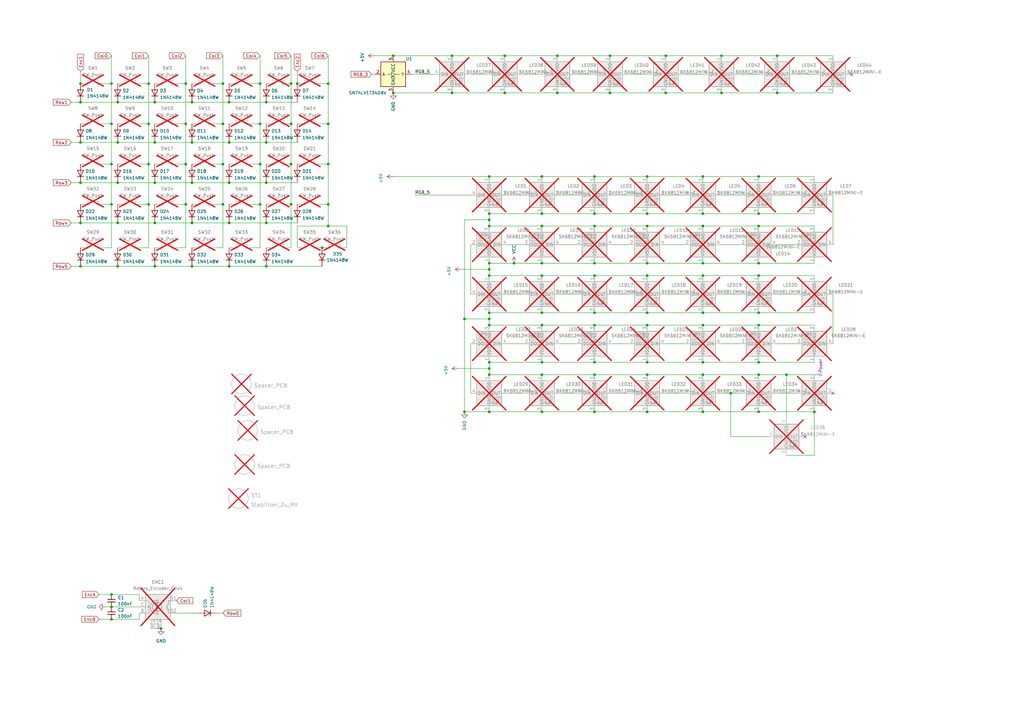
<source format=kicad_sch>
(kicad_sch (version 20250114) (generator "eeschema") (generator_version "9.0")
  (paper "A3")
  (title_block (title "RefleXion X65") (date "2025-06-26") (rev "v1.20") (company "Tweety's Wild Thinking") (comment 1 "Design: Markus Knutsson <markus.knutsson@tweety.se>") (comment 2 "Concept: Pedro Quaresma <pq@live.ie>") (comment 3 "https://github.com/TweetyDaBird") (comment 4 "Licensed under Creative Commons BY-SA 4.0 International"))
  (lib_symbols
    (symbol "Connector:USB_C_Receptacle_USB2.0" (pin_names (offset 1.016))
      (property "Reference" "J" (at -10.16 19.05 0))
      (property "Value" "USB_C_Receptacle_USB2.0" (at 19.05 19.05 0))
      (symbol "USB_C_Receptacle_USB2.0_1_1"
        (pin passive line (at -7.62 -22.86 90) (length 5.08) (name "SHIELD") (number "S1"))
        (pin passive line (at 0 -22.86 90) (length 5.08) (name "GND") (number "A1"))
        (pin passive line (at 0 -22.86 90) (length 5.08) (hide yes) (name "GND") (number "A12"))
        (pin passive line (at 0 -22.86 90) (length 5.08) (hide yes) (name "GND") (number "B1"))
        (pin passive line (at 0 -22.86 90) (length 5.08) (hide yes) (name "GND") (number "B12"))
        (pin passive line (at 15.24 15.24 180) (length 5.08) (name "VBUS") (number "A4"))
        (pin passive line (at 15.24 15.24 180) (length 5.08) (hide yes) (name "VBUS") (number "A9"))
        (pin passive line (at 15.24 15.24 180) (length 5.08) (hide yes) (name "VBUS") (number "B4"))
        (pin passive line (at 15.24 15.24 180) (length 5.08) (hide yes) (name "VBUS") (number "B9"))
        (pin bidirectional line (at 15.24 10.16 180) (length 5.08) (name "CC1") (number "A5"))
        (pin bidirectional line (at 15.24 7.62 180) (length 5.08) (name "CC2") (number "B5"))
        (pin bidirectional line (at 15.24 2.54 180) (length 5.08) (name "D-") (number "A7"))
        (pin bidirectional line (at 15.24 0 180) (length 5.08) (name "D-") (number "B7"))
        (pin bidirectional line (at 15.24 -2.54 180) (length 5.08) (name "D+") (number "A6"))
        (pin bidirectional line (at 15.24 -5.08 180) (length 5.08) (name "D+") (number "B6"))
        (pin bidirectional line (at 15.24 -12.7 180) (length 5.08) (name "SBU1") (number "A8"))
        (pin bidirectional line (at 15.24 -15.24 180) (length 5.08) (name "SBU2") (number "B8"))
      )
    )
    (symbol "Connector:USB_C_Receptacle_USB2.0_16P" (pin_names (offset 1.016))
      (property "Reference" "J" (at 0 22.225 0))
      (property "Value" "USB_C_Receptacle_USB2.0_16P" (at 0 19.685 0))
      (symbol "USB_C_Receptacle_USB2.0_16P_1_1"
        (pin passive line (at -7.62 -22.86 90) (length 5.08) (name "SHIELD") (number "S1"))
        (pin passive line (at 0 -22.86 90) (length 5.08) (name "GND") (number "A1"))
        (pin passive line (at 0 -22.86 90) (length 5.08) (hide yes) (name "GND") (number "A12"))
        (pin passive line (at 0 -22.86 90) (length 5.08) (hide yes) (name "GND") (number "B1"))
        (pin passive line (at 0 -22.86 90) (length 5.08) (hide yes) (name "GND") (number "B12"))
        (pin passive line (at 15.24 15.24 180) (length 5.08) (name "VBUS") (number "A4"))
        (pin passive line (at 15.24 15.24 180) (length 5.08) (hide yes) (name "VBUS") (number "A9"))
        (pin passive line (at 15.24 15.24 180) (length 5.08) (hide yes) (name "VBUS") (number "B4"))
        (pin passive line (at 15.24 15.24 180) (length 5.08) (hide yes) (name "VBUS") (number "B9"))
        (pin bidirectional line (at 15.24 10.16 180) (length 5.08) (name "CC1") (number "A5"))
        (pin bidirectional line (at 15.24 7.62 180) (length 5.08) (name "CC2") (number "B5"))
        (pin bidirectional line (at 15.24 2.54 180) (length 5.08) (name "D-") (number "A7"))
        (pin bidirectional line (at 15.24 0 180) (length 5.08) (name "D-") (number "B7"))
        (pin bidirectional line (at 15.24 -2.54 180) (length 5.08) (name "D+") (number "A6"))
        (pin bidirectional line (at 15.24 -5.08 180) (length 5.08) (name "D+") (number "B6"))
        (pin bidirectional line (at 15.24 -12.7 180) (length 5.08) (name "SBU1") (number "A8"))
        (pin bidirectional line (at 15.24 -15.24 180) (length 5.08) (name "SBU2") (number "B8"))
      )
    )
    (symbol "Device:C" (pin_numbers (hide yes)) (pin_names (offset 0.254))
      (property "Reference" "C" (at 0.635 2.54 0))
      (property "Value" "C" (at 0.635 -2.54 0))
      (symbol "C_1_1"
        (pin passive line (at 0 3.81 270) (length 2.794) (name "~") (number "1"))
        (pin passive line (at 0 -3.81 90) (length 2.794) (name "~") (number "2"))
      )
    )
    (symbol "Device:C_Small" (pin_numbers (hide yes)) (pin_names (offset 0.254) (hide yes))
      (property "Reference" "C" (at 0.254 1.778 0))
      (property "Value" "C_Small" (at 0.254 -2.032 0))
      (symbol "C_Small_1_1"
        (pin passive line (at 0 2.54 270) (length 2.032) (name "~") (number "1"))
        (pin passive line (at 0 -2.54 90) (length 2.032) (name "~") (number "2"))
      )
    )
    (symbol "Device:Crystal_GND24" (pin_names (offset 1.016) (hide yes))
      (property "Reference" "Y" (at 3.175 5.08 0))
      (property "Value" "Crystal_GND24" (at 3.175 3.175 0))
      (symbol "Crystal_GND24_1_1"
        (pin passive line (at -3.81 0 0) (length 1.27) (name "1") (number "1"))
        (pin passive line (at 0 5.08 270) (length 1.27) (name "2") (number "2"))
        (pin passive line (at 0 -5.08 90) (length 1.27) (name "4") (number "4"))
        (pin passive line (at 3.81 0 180) (length 1.27) (name "3") (number "3"))
      )
    )
    (symbol "Device:D_Schottky_Small" (pin_numbers (hide yes)) (pin_names (offset 0.254) (hide yes))
      (property "Reference" "D" (at -1.27 2.032 0))
      (property "Value" "D_Schottky_Small" (at -7.112 -2.032 0))
      (symbol "D_Schottky_Small_1_1"
        (pin passive line (at -2.54 0 0) (length 1.778) (name "K") (number "1"))
        (pin passive line (at 2.54 0 180) (length 1.778) (name "A") (number "2"))
      )
    )
    (symbol "Device:Polyfuse_Small" (pin_numbers (hide yes)) (pin_names (offset 0))
      (property "Reference" "F" (at -1.905 0 90))
      (property "Value" "Polyfuse_Small" (at 1.905 0 90))
      (symbol "Polyfuse_Small_1_1"
        (pin passive line (at 0 2.54 270) (length 0.635) (name "~") (number "1"))
        (pin passive line (at 0 -2.54 90) (length 0.635) (name "~") (number "2"))
      )
    )
    (symbol "Device:R" (pin_numbers (hide yes)) (pin_names (offset 0))
      (property "Reference" "R" (at 2.032 0 90))
      (property "Value" "R" (at 0 0 90))
      (symbol "R_1_1"
        (pin passive line (at 0 3.81 270) (length 1.27) (name "~") (number "1"))
        (pin passive line (at 0 -3.81 90) (length 1.27) (name "~") (number "2"))
      )
    )
    (symbol "Device:R_Small" (pin_numbers (hide yes)) (pin_names (offset 0.254) (hide yes))
      (property "Reference" "R" (at 0.762 0.508 0))
      (property "Value" "R_Small" (at 0.762 -1.016 0))
      (symbol "R_Small_1_1"
        (pin passive line (at 0 2.54 270) (length 0.762) (name "~") (number "1"))
        (pin passive line (at 0 -2.54 90) (length 0.762) (name "~") (number "2"))
      )
    )
    (symbol "Diode:1N4148W" (pin_numbers (hide yes)) (pin_names (offset 1.016) (hide yes))
      (property "Reference" "D" (at 0 2.54 0))
      (property "Value" "1N4148W" (at 0 -2.54 0))
      (symbol "1N4148W_1_1"
        (pin passive line (at -3.81 0 0) (length 2.54) (name "K") (number "1"))
        (pin passive line (at 3.81 0 180) (length 2.54) (name "A") (number "2"))
      )
    )
    (symbol "Earth_Protective_1" (power) (pin_numbers (hide yes)) (pin_names (offset 0) (hide yes))
      (property "Value" "Earth_Protective" (at 0 -7.62 0))
      (symbol "Earth_Protective_1_1_1"
        (pin power_in line (at 0 0 270) (length 0) (name "~") (number "1"))
      )
    )
    (symbol "Jumper:Jumper_3_Open" (pin_names (offset 0) (hide yes))
      (property "Reference" "JP" (at -2.54 -2.54 0))
      (property "Value" "Jumper_3_Open" (at 0 2.794 0))
      (symbol "Jumper_3_Open_1_1"
        (pin passive line (at -6.35 0 0) (length 2.54) (name "A") (number "1"))
        (pin passive line (at 0 -3.81 90) (length 2.54) (name "C") (number "2"))
        (pin passive line (at 6.35 0 180) (length 2.54) (name "B") (number "3"))
      )
    )
    (symbol "Keyboard Common:OLED_4pin" (pin_names (offset 1.016))
      (property "Reference" "OLED" (at 0 5.08 0))
      (property "Value" "OLED_4pin" (at 0 -7.62 0))
      (symbol "OLED_4pin_1_1"
        (pin passive line (at -5.08 2.54 0) (length 3.81) (name "GND") (number "1"))
        (pin passive line (at -5.08 0 0) (length 3.81) (name "VCC") (number "2"))
        (pin passive line (at -5.08 -2.54 0) (length 3.81) (name "SCL") (number "3"))
        (pin passive line (at -5.08 -5.08 0) (length 3.81) (name "SDA") (number "4"))
      )
    )
    (symbol "Keyboard Common:SK6812MINI-E" (pin_names (offset 0.254))
      (property "Reference" "RGB" (at 5.08 5.715 0))
      (symbol "SK6812MINI-E_0_0"
        (text "RGB" (at 2.286 -4.191 0) (effects (font (size 0.762 0.762))))
      )
      (symbol "SK6812MINI-E_1_1"
        (pin input line (at -7.62 0 0) (length 2.54) (name "DIN") (number "4"))
        (pin power_in line (at 0 7.62 270) (length 2.54) (name "VDD") (number "1"))
        (pin power_in line (at 0 -7.62 90) (length 2.54) (name "GND") (number "3"))
        (pin output line (at 7.62 0 180) (length 2.54) (name "DOUT") (number "2"))
      )
    )
    (symbol "Keyboard Common:TS-A002" (pin_numbers (hide yes)) (pin_names (offset 1.016) (hide yes))
      (property "Reference" "RES1" (at 1.27 2.54 0))
      (property "Value" "TS-A002" (at 0 -1.524 0))
      (symbol "TS-A002_0_1"
        (pin passive line (at -5.08 0 0) (length 2.54) (name "1") (number "1"))
        (pin passive line (at 0 -2.54 90) (length 2.54) (name "3") (number "3"))
        (pin passive line (at 5.08 0 180) (length 2.54) (name "2") (number "2"))
      )
    )
    (symbol "Keyboard Switches:Rotary_Encoder_Click" (pin_names (offset 0.254) (hide yes))
      (property "Reference" "ENC" (at 0 6.604 0))
      (property "Value" "Rotary_Encoder_Click" (at 0 8.89 0))
      (symbol "Rotary_Encoder_Click_1_1"
        (pin passive line (at -7.62 2.54 0) (length 2.54) (name "A") (number "A"))
        (pin passive line (at -7.62 0 0) (length 2.54) (name "C") (number "C"))
        (pin passive line (at -7.62 -2.54 0) (length 2.54) (name "B") (number "B"))
        (pin power_in line (at -1.27 -8.89 90) (length 3.7084) (name "GND") (number "MP1"))
        (pin power_in line (at 1.27 -8.89 90) (length 3.7592) (name "GND") (number "MP2"))
        (pin passive line (at 7.62 2.54 180) (length 2.54) (name "S1") (number "S1"))
        (pin passive line (at 7.62 -2.54 180) (length 2.54) (name "S2") (number "S2"))
      )
    )
    (symbol "Keyboard Switches:SW_MX_HotSwap_Reversible" (pin_numbers (hide yes)) (pin_names (offset 1.016) (hide yes))
      (property "Reference" "SW" (at 1.27 2.54 0))
      (property "Value" "SW_MX_HotSwap_Reversible" (at 0 -1.524 0))
      (symbol "SW_MX_HotSwap_Reversible_0_1"
        (pin passive line (at -5.08 0 0) (length 2.54) (name "1") (number "1"))
        (pin passive line (at 5.08 0 180) (length 2.54) (name "2") (number "2"))
      )
    )
    (symbol "Keyboard Switches:Stabilizer_2u_MX" (pin_names (offset 1.016))
      (property "Reference" "ST1" (at 0 -1.27 0))
      (property "Value" "Stabilizer_2u_MX" (at 0 1.27 0))
    )
    (symbol "Keyboard_Plate:Spacer_PCB" (pin_names (offset 1.016))
      (property "Value" "Spacer_PCB" (at 0 1.27 0))
    )
    (symbol "LCSC Parts:Ferrite Bead" (pin_numbers (hide yes)) (pin_names (offset 0))
      (property "Reference" "FB" (at 1.905 1.27 0))
      (property "Value" "Ferrite Bead" (at 1.905 -1.27 0))
      (symbol "Ferrite Bead_1_1"
        (pin passive line (at 0 2.54 270) (length 1.27) (name "~") (number "1"))
        (pin passive line (at 0 -2.54 90) (length 1.27) (name "~") (number "2"))
      )
    )
    (symbol "LCSC Parts:SRV05-4" (pin_names (offset 0))
      (property "Reference" "U" (at -5.08 11.43 0))
      (property "Value" "SRV05-4" (at 2.54 11.43 0))
      (symbol "SRV05-4_1_1"
        (pin passive line (at -12.7 2.54 0) (length 5.08) (name "IO1") (number "1"))
        (pin passive line (at -12.7 -2.54 0) (length 5.08) (name "IO2") (number "3"))
        (pin passive line (at 0 12.7 270) (length 2.54) (name "VP") (number "5"))
        (pin passive line (at 0 -12.7 90) (length 2.54) (name "VN") (number "2"))
        (pin passive line (at 12.7 2.54 180) (length 5.08) (name "IO3") (number "4"))
        (pin passive line (at 12.7 -2.54 180) (length 5.08) (name "IO4") (number "6"))
      )
    )
    (symbol "Logic_LevelTranslator:SN74LV1T34DBV"
      (property "Reference" "U" (at 5.08 6.35 0))
      (property "Value" "SN74LV1T34DBV" (at 5.08 3.81 0))
      (symbol "SN74LV1T34DBV_1_1"
        (pin input line (at -7.62 0 0) (length 2.54) (name "A") (number "2"))
        (pin no_connect line (at -5.08 2.54 0) (length 2.54) (hide yes) (name "NC") (number "1"))
        (pin power_in line (at 0 7.62 270) (length 2.54) (name "VCC") (number "5"))
        (pin power_in line (at 0 -7.62 90) (length 2.54) (name "GND") (number "3"))
        (pin output line (at 7.62 0 180) (length 2.54) (name "Y") (number "4"))
      )
    )
    (symbol "Logotypes:CC-BY-SA-4.0" (pin_names (offset 1.016)) (in_bom no)
      (property "Value" "CC-BY-SA-4.0" (at 0 -1.27 0))
    )
    (symbol "Logotypes:CE_Logo" (pin_numbers (hide yes)) (pin_names (offset 0) (hide yes)) (exclude_from_sim yes) (in_bom no)
      (property "Value" "CE_Logo" (at 0.254 5.334 0))
    )
    (symbol "Logotypes:QMK_Logo" (pin_numbers (hide yes)) (pin_names (offset 0) (hide yes)) (exclude_from_sim yes) (in_bom no)
      (property "Value" "RoHS_Logo" (at 0.254 5.334 0))
    )
    (symbol "Logotypes:RoHS_Logo" (pin_numbers (hide yes)) (pin_names (offset 0) (hide yes)) (in_bom no)
      (property "Value" "RoHS_Logo" (at 0.254 5.334 0))
    )
    (symbol "MCU_RaspberryPi:RP2040"
      (property "Reference" "U" (at 17.78 45.72 0))
      (property "Value" "RP2040" (at 17.78 43.18 0))
      (symbol "RP2040_1_1"
        (pin input line (at -25.4 38.1 0) (length 3.81) (name "RUN") (number "26"))
        (pin bidirectional line (at -25.4 30.48 0) (length 3.81) (name "USB_DP") (number "47"))
        (pin bidirectional line (at -25.4 27.94 0) (length 3.81) (name "USB_DM") (number "46"))
        (pin bidirectional line (at -25.4 20.32 0) (length 3.81) (name "QSPI_SS") (number "56"))
        (pin bidirectional line (at -25.4 15.24 0) (length 3.81) (name "QSPI_SD0") (number "53"))
        (pin bidirectional line (at -25.4 12.7 0) (length 3.81) (name "QSPI_SD1") (number "55"))
        (pin bidirectional line (at -25.4 10.16 0) (length 3.81) (name "QSPI_SD2") (number "54"))
        (pin bidirectional line (at -25.4 7.62 0) (length 3.81) (name "QSPI_SD3") (number "51"))
        (pin output line (at -25.4 5.08 0) (length 3.81) (name "QSPI_SCLK") (number "52"))
        (pin input line (at -25.4 -7.62 0) (length 3.81) (name "XIN") (number "20"))
        (pin passive line (at -25.4 -17.78 0) (length 3.81) (name "XOUT") (number "21"))
        (pin input line (at -25.4 -27.94 0) (length 3.81) (name "SWCLK") (number "24"))
        (pin bidirectional line (at -25.4 -30.48 0) (length 3.81) (name "SWD") (number "25"))
        (pin input line (at -25.4 -38.1 0) (length 3.81) (name "TESTEN") (number "19"))
        (pin power_out line (at -5.08 45.72 270) (length 3.81) (name "VREG_VOUT") (number "45"))
        (pin power_in line (at -2.54 45.72 270) (length 3.81) (name "DVDD") (number "23"))
        (pin passive line (at -2.54 45.72 270) (length 3.81) (hide yes) (name "DVDD") (number "50"))
        (pin power_in line (at 0 -45.72 90) (length 3.81) (name "GND") (number "57"))
        (pin power_in line (at 2.54 45.72 270) (length 3.81) (name "IOVDD") (number "1"))
        (pin passive line (at 2.54 45.72 270) (length 3.81) (hide yes) (name "IOVDD") (number "10"))
        (pin passive line (at 2.54 45.72 270) (length 3.81) (hide yes) (name "IOVDD") (number "22"))
        (pin passive line (at 2.54 45.72 270) (length 3.81) (hide yes) (name "IOVDD") (number "33"))
        (pin passive line (at 2.54 45.72 270) (length 3.81) (hide yes) (name "IOVDD") (number "42"))
        (pin passive line (at 2.54 45.72 270) (length 3.81) (hide yes) (name "IOVDD") (number "49"))
        (pin power_in line (at 5.08 45.72 270) (length 3.81) (name "USB_VDD") (number "48"))
        (pin power_in line (at 7.62 45.72 270) (length 3.81) (name "ADC_AVDD") (number "43"))
        (pin power_in line (at 10.16 45.72 270) (length 3.81) (name "VREG_IN") (number "44"))
        (pin bidirectional line (at 25.4 38.1 180) (length 3.81) (name "GPIO0") (number "2"))
        (pin bidirectional line (at 25.4 35.56 180) (length 3.81) (name "GPIO1") (number "3"))
        (pin bidirectional line (at 25.4 33.02 180) (length 3.81) (name "GPIO2") (number "4"))
        (pin bidirectional line (at 25.4 30.48 180) (length 3.81) (name "GPIO3") (number "5"))
        (pin bidirectional line (at 25.4 27.94 180) (length 3.81) (name "GPIO4") (number "6"))
        (pin bidirectional line (at 25.4 25.4 180) (length 3.81) (name "GPIO5") (number "7"))
        (pin bidirectional line (at 25.4 22.86 180) (length 3.81) (name "GPIO6") (number "8"))
        (pin bidirectional line (at 25.4 20.32 180) (length 3.81) (name "GPIO7") (number "9"))
        (pin bidirectional line (at 25.4 17.78 180) (length 3.81) (name "GPIO8") (number "11"))
        (pin bidirectional line (at 25.4 15.24 180) (length 3.81) (name "GPIO9") (number "12"))
        (pin bidirectional line (at 25.4 12.7 180) (length 3.81) (name "GPIO10") (number "13"))
        (pin bidirectional line (at 25.4 10.16 180) (length 3.81) (name "GPIO11") (number "14"))
        (pin bidirectional line (at 25.4 7.62 180) (length 3.81) (name "GPIO12") (number "15"))
        (pin bidirectional line (at 25.4 5.08 180) (length 3.81) (name "GPIO13") (number "16"))
        (pin bidirectional line (at 25.4 2.54 180) (length 3.81) (name "GPIO14") (number "17"))
        (pin bidirectional line (at 25.4 0 180) (length 3.81) (name "GPIO15") (number "18"))
        (pin bidirectional line (at 25.4 -2.54 180) (length 3.81) (name "GPIO16") (number "27"))
        (pin bidirectional line (at 25.4 -5.08 180) (length 3.81) (name "GPIO17") (number "28"))
        (pin bidirectional line (at 25.4 -7.62 180) (length 3.81) (name "GPIO18") (number "29"))
        (pin bidirectional line (at 25.4 -10.16 180) (length 3.81) (name "GPIO19") (number "30"))
        (pin bidirectional line (at 25.4 -12.7 180) (length 3.81) (name "GPIO20") (number "31"))
        (pin bidirectional line (at 25.4 -15.24 180) (length 3.81) (name "GPIO21") (number "32"))
        (pin bidirectional line (at 25.4 -17.78 180) (length 3.81) (name "GPIO22") (number "34"))
        (pin bidirectional line (at 25.4 -20.32 180) (length 3.81) (name "GPIO23") (number "35"))
        (pin bidirectional line (at 25.4 -22.86 180) (length 3.81) (name "GPIO24") (number "36"))
        (pin bidirectional line (at 25.4 -25.4 180) (length 3.81) (name "GPIO25") (number "37"))
        (pin bidirectional line (at 25.4 -30.48 180) (length 3.81) (name "GPIO26_ADC0") (number "38"))
        (pin bidirectional line (at 25.4 -33.02 180) (length 3.81) (name "GPIO27_ADC1") (number "39"))
        (pin bidirectional line (at 25.4 -35.56 180) (length 3.81) (name "GPIO28_ADC2") (number "40"))
        (pin bidirectional line (at 25.4 -38.1 180) (length 3.81) (name "GPIO29_ADC3") (number "41"))
      )
    )
    (symbol "Memory_Flash:W25Q32JVSS"
      (property "Reference" "U" (at -6.35 11.43 0))
      (property "Value" "W25Q32JVSS" (at 7.62 11.43 0))
      (symbol "W25Q32JVSS_1_1"
        (pin input line (at -10.16 7.62 0) (length 2.54) (name "~{CS}") (number "1"))
        (pin input line (at -10.16 5.08 0) (length 2.54) (name "CLK") (number "6"))
        (pin bidirectional line (at -10.16 2.54 0) (length 2.54) (name "DI(IO0)") (number "5"))
        (pin bidirectional line (at -10.16 0 0) (length 2.54) (name "DO(IO1)") (number "2"))
        (pin bidirectional line (at -10.16 -2.54 0) (length 2.54) (name "IO2") (number "3"))
        (pin bidirectional line (at -10.16 -5.08 0) (length 2.54) (name "IO3") (number "7"))
        (pin power_in line (at 0 12.7 270) (length 2.54) (name "VCC") (number "8"))
        (pin power_in line (at 0 -12.7 90) (length 2.54) (name "GND") (number "4"))
      )
    )
    (symbol "Regulator_Linear:SPX3819M5-L-3-3" (pin_names (offset 0.254))
      (property "Reference" "U" (at -3.81 5.715 0))
      (property "Value" "SPX3819M5-L-3-3" (at 0 5.715 0))
      (symbol "SPX3819M5-L-3-3_1_1"
        (pin power_in line (at -7.62 2.54 0) (length 2.54) (name "IN") (number "1"))
        (pin input line (at -7.62 0 0) (length 2.54) (name "EN") (number "3"))
        (pin power_in line (at 0 -7.62 90) (length 2.54) (name "GND") (number "2"))
        (pin power_out line (at 7.62 2.54 180) (length 2.54) (name "OUT") (number "5"))
        (pin input line (at 7.62 0 180) (length 2.54) (name "BP") (number "4"))
      )
    )
    (symbol "SK6812MINI-E_1" (pin_names (offset 0.254))
      (property "Reference" "RGB" (at 5.08 5.715 0))
      (symbol "SK6812MINI-E_1_0_0"
        (text "RGB" (at 2.286 -4.191 0) (effects (font (size 0.762 0.762))))
      )
      (symbol "SK6812MINI-E_1_1_1"
        (pin input line (at -7.62 0 0) (length 2.54) (name "DIN") (number "4"))
        (pin power_in line (at 0 7.62 270) (length 2.54) (name "VDD") (number "1"))
        (pin power_in line (at 0 -7.62 90) (length 2.54) (name "GND") (number "3"))
        (pin output line (at 7.62 0 180) (length 2.54) (name "DOUT") (number "2"))
      )
    )
    (symbol "SK6812MINI-E_10" (pin_names (offset 0.254))
      (property "Reference" "RGB" (at 5.08 5.715 0))
      (symbol "SK6812MINI-E_10_0_0"
        (text "RGB" (at 2.286 -4.191 0) (effects (font (size 0.762 0.762))))
      )
      (symbol "SK6812MINI-E_10_1_1"
        (pin input line (at -7.62 0 0) (length 2.54) (name "DIN") (number "4"))
        (pin power_in line (at 0 7.62 270) (length 2.54) (name "VDD") (number "1"))
        (pin power_in line (at 0 -7.62 90) (length 2.54) (name "GND") (number "3"))
        (pin output line (at 7.62 0 180) (length 2.54) (name "DOUT") (number "2"))
      )
    )
    (symbol "SK6812MINI-E_11" (pin_names (offset 0.254))
      (property "Reference" "RGB" (at 5.08 5.715 0))
      (symbol "SK6812MINI-E_11_0_0"
        (text "RGB" (at 2.286 -4.191 0) (effects (font (size 0.762 0.762))))
      )
      (symbol "SK6812MINI-E_11_1_1"
        (pin input line (at -7.62 0 0) (length 2.54) (name "DIN") (number "4"))
        (pin power_in line (at 0 7.62 270) (length 2.54) (name "VDD") (number "1"))
        (pin power_in line (at 0 -7.62 90) (length 2.54) (name "GND") (number "3"))
        (pin output line (at 7.62 0 180) (length 2.54) (name "DOUT") (number "2"))
      )
    )
    (symbol "SK6812MINI-E_12" (pin_names (offset 0.254))
      (property "Reference" "RGB" (at 5.08 5.715 0))
      (symbol "SK6812MINI-E_12_0_0"
        (text "RGB" (at 2.286 -4.191 0) (effects (font (size 0.762 0.762))))
      )
      (symbol "SK6812MINI-E_12_1_1"
        (pin input line (at -7.62 0 0) (length 2.54) (name "DIN") (number "4"))
        (pin power_in line (at 0 7.62 270) (length 2.54) (name "VDD") (number "1"))
        (pin power_in line (at 0 -7.62 90) (length 2.54) (name "GND") (number "3"))
        (pin output line (at 7.62 0 180) (length 2.54) (name "DOUT") (number "2"))
      )
    )
    (symbol "SK6812MINI-E_13" (pin_names (offset 0.254))
      (property "Reference" "RGB" (at 5.08 5.715 0))
      (symbol "SK6812MINI-E_13_0_0"
        (text "RGB" (at 2.286 -4.191 0) (effects (font (size 0.762 0.762))))
      )
      (symbol "SK6812MINI-E_13_1_1"
        (pin input line (at -7.62 0 0) (length 2.54) (name "DIN") (number "4"))
        (pin power_in line (at 0 7.62 270) (length 2.54) (name "VDD") (number "1"))
        (pin power_in line (at 0 -7.62 90) (length 2.54) (name "GND") (number "3"))
        (pin output line (at 7.62 0 180) (length 2.54) (name "DOUT") (number "2"))
      )
    )
    (symbol "SK6812MINI-E_14" (pin_names (offset 0.254))
      (property "Reference" "RGB" (at 5.08 5.715 0))
      (symbol "SK6812MINI-E_14_0_0"
        (text "RGB" (at 2.286 -4.191 0) (effects (font (size 0.762 0.762))))
      )
      (symbol "SK6812MINI-E_14_1_1"
        (pin input line (at -7.62 0 0) (length 2.54) (name "DIN") (number "4"))
        (pin power_in line (at 0 7.62 270) (length 2.54) (name "VDD") (number "1"))
        (pin power_in line (at 0 -7.62 90) (length 2.54) (name "GND") (number "3"))
        (pin output line (at 7.62 0 180) (length 2.54) (name "DOUT") (number "2"))
      )
    )
    (symbol "SK6812MINI-E_15" (pin_names (offset 0.254))
      (property "Reference" "RGB" (at 5.08 5.715 0))
      (symbol "SK6812MINI-E_15_0_0"
        (text "RGB" (at 2.286 -4.191 0) (effects (font (size 0.762 0.762))))
      )
      (symbol "SK6812MINI-E_15_1_1"
        (pin input line (at -7.62 0 0) (length 2.54) (name "DIN") (number "4"))
        (pin power_in line (at 0 7.62 270) (length 2.54) (name "VDD") (number "1"))
        (pin power_in line (at 0 -7.62 90) (length 2.54) (name "GND") (number "3"))
        (pin output line (at 7.62 0 180) (length 2.54) (name "DOUT") (number "2"))
      )
    )
    (symbol "SK6812MINI-E_16" (pin_names (offset 0.254))
      (property "Reference" "RGB" (at 5.08 5.715 0))
      (symbol "SK6812MINI-E_16_0_0"
        (text "RGB" (at 2.286 -4.191 0) (effects (font (size 0.762 0.762))))
      )
      (symbol "SK6812MINI-E_16_1_1"
        (pin input line (at -7.62 0 0) (length 2.54) (name "DIN") (number "4"))
        (pin power_in line (at 0 7.62 270) (length 2.54) (name "VDD") (number "1"))
        (pin power_in line (at 0 -7.62 90) (length 2.54) (name "GND") (number "3"))
        (pin output line (at 7.62 0 180) (length 2.54) (name "DOUT") (number "2"))
      )
    )
    (symbol "SK6812MINI-E_17" (pin_names (offset 0.254))
      (property "Reference" "RGB" (at 5.08 5.715 0))
      (symbol "SK6812MINI-E_17_0_0"
        (text "RGB" (at 2.286 -4.191 0) (effects (font (size 0.762 0.762))))
      )
      (symbol "SK6812MINI-E_17_1_1"
        (pin input line (at -7.62 0 0) (length 2.54) (name "DIN") (number "4"))
        (pin power_in line (at 0 7.62 270) (length 2.54) (name "VDD") (number "1"))
        (pin power_in line (at 0 -7.62 90) (length 2.54) (name "GND") (number "3"))
        (pin output line (at 7.62 0 180) (length 2.54) (name "DOUT") (number "2"))
      )
    )
    (symbol "SK6812MINI-E_18" (pin_names (offset 0.254))
      (property "Reference" "RGB" (at 5.08 5.715 0))
      (symbol "SK6812MINI-E_18_0_0"
        (text "RGB" (at 2.286 -4.191 0) (effects (font (size 0.762 0.762))))
      )
      (symbol "SK6812MINI-E_18_1_1"
        (pin input line (at -7.62 0 0) (length 2.54) (name "DIN") (number "4"))
        (pin power_in line (at 0 7.62 270) (length 2.54) (name "VDD") (number "1"))
        (pin power_in line (at 0 -7.62 90) (length 2.54) (name "GND") (number "3"))
        (pin output line (at 7.62 0 180) (length 2.54) (name "DOUT") (number "2"))
      )
    )
    (symbol "SK6812MINI-E_19" (pin_names (offset 0.254))
      (property "Reference" "RGB" (at 5.08 5.715 0))
      (symbol "SK6812MINI-E_19_0_0"
        (text "RGB" (at 2.286 -4.191 0) (effects (font (size 0.762 0.762))))
      )
      (symbol "SK6812MINI-E_19_1_1"
        (pin input line (at -7.62 0 0) (length 2.54) (name "DIN") (number "4"))
        (pin power_in line (at 0 7.62 270) (length 2.54) (name "VDD") (number "1"))
        (pin power_in line (at 0 -7.62 90) (length 2.54) (name "GND") (number "3"))
        (pin output line (at 7.62 0 180) (length 2.54) (name "DOUT") (number "2"))
      )
    )
    (symbol "SK6812MINI-E_2" (pin_names (offset 0.254))
      (property "Reference" "RGB" (at 5.08 5.715 0))
      (symbol "SK6812MINI-E_2_0_0"
        (text "RGB" (at 2.286 -4.191 0) (effects (font (size 0.762 0.762))))
      )
      (symbol "SK6812MINI-E_2_1_1"
        (pin input line (at -7.62 0 0) (length 2.54) (name "DIN") (number "4"))
        (pin power_in line (at 0 7.62 270) (length 2.54) (name "VDD") (number "1"))
        (pin power_in line (at 0 -7.62 90) (length 2.54) (name "GND") (number "3"))
        (pin output line (at 7.62 0 180) (length 2.54) (name "DOUT") (number "2"))
      )
    )
    (symbol "SK6812MINI-E_20" (pin_names (offset 0.254))
      (property "Reference" "RGB" (at 5.08 5.715 0))
      (symbol "SK6812MINI-E_20_0_0"
        (text "RGB" (at 2.286 -4.191 0) (effects (font (size 0.762 0.762))))
      )
      (symbol "SK6812MINI-E_20_1_1"
        (pin input line (at -7.62 0 0) (length 2.54) (name "DIN") (number "4"))
        (pin power_in line (at 0 7.62 270) (length 2.54) (name "VDD") (number "1"))
        (pin power_in line (at 0 -7.62 90) (length 2.54) (name "GND") (number "3"))
        (pin output line (at 7.62 0 180) (length 2.54) (name "DOUT") (number "2"))
      )
    )
    (symbol "SK6812MINI-E_21" (pin_names (offset 0.254))
      (property "Reference" "RGB" (at 5.08 5.715 0))
      (symbol "SK6812MINI-E_21_0_0"
        (text "RGB" (at 2.286 -4.191 0) (effects (font (size 0.762 0.762))))
      )
      (symbol "SK6812MINI-E_21_1_1"
        (pin input line (at -7.62 0 0) (length 2.54) (name "DIN") (number "4"))
        (pin power_in line (at 0 7.62 270) (length 2.54) (name "VDD") (number "1"))
        (pin power_in line (at 0 -7.62 90) (length 2.54) (name "GND") (number "3"))
        (pin output line (at 7.62 0 180) (length 2.54) (name "DOUT") (number "2"))
      )
    )
    (symbol "SK6812MINI-E_22" (pin_names (offset 0.254))
      (property "Reference" "RGB" (at 5.08 5.715 0))
      (symbol "SK6812MINI-E_22_0_0"
        (text "RGB" (at 2.286 -4.191 0) (effects (font (size 0.762 0.762))))
      )
      (symbol "SK6812MINI-E_22_1_1"
        (pin input line (at -7.62 0 0) (length 2.54) (name "DIN") (number "4"))
        (pin power_in line (at 0 7.62 270) (length 2.54) (name "VDD") (number "1"))
        (pin power_in line (at 0 -7.62 90) (length 2.54) (name "GND") (number "3"))
        (pin output line (at 7.62 0 180) (length 2.54) (name "DOUT") (number "2"))
      )
    )
    (symbol "SK6812MINI-E_23" (pin_names (offset 0.254))
      (property "Reference" "RGB" (at 5.08 5.715 0))
      (symbol "SK6812MINI-E_23_0_0"
        (text "RGB" (at 2.286 -4.191 0) (effects (font (size 0.762 0.762))))
      )
      (symbol "SK6812MINI-E_23_1_1"
        (pin input line (at -7.62 0 0) (length 2.54) (name "DIN") (number "4"))
        (pin power_in line (at 0 7.62 270) (length 2.54) (name "VDD") (number "1"))
        (pin power_in line (at 0 -7.62 90) (length 2.54) (name "GND") (number "3"))
        (pin output line (at 7.62 0 180) (length 2.54) (name "DOUT") (number "2"))
      )
    )
    (symbol "SK6812MINI-E_24" (pin_names (offset 0.254))
      (property "Reference" "RGB" (at 5.08 5.715 0))
      (symbol "SK6812MINI-E_24_0_0"
        (text "RGB" (at 2.286 -4.191 0) (effects (font (size 0.762 0.762))))
      )
      (symbol "SK6812MINI-E_24_1_1"
        (pin input line (at -7.62 0 0) (length 2.54) (name "DIN") (number "4"))
        (pin power_in line (at 0 7.62 270) (length 2.54) (name "VDD") (number "1"))
        (pin power_in line (at 0 -7.62 90) (length 2.54) (name "GND") (number "3"))
        (pin output line (at 7.62 0 180) (length 2.54) (name "DOUT") (number "2"))
      )
    )
    (symbol "SK6812MINI-E_25" (pin_names (offset 0.254))
      (property "Reference" "RGB" (at 5.08 5.715 0))
      (symbol "SK6812MINI-E_25_0_0"
        (text "RGB" (at 2.286 -4.191 0) (effects (font (size 0.762 0.762))))
      )
      (symbol "SK6812MINI-E_25_1_1"
        (pin input line (at -7.62 0 0) (length 2.54) (name "DIN") (number "4"))
        (pin power_in line (at 0 7.62 270) (length 2.54) (name "VDD") (number "1"))
        (pin power_in line (at 0 -7.62 90) (length 2.54) (name "GND") (number "3"))
        (pin output line (at 7.62 0 180) (length 2.54) (name "DOUT") (number "2"))
      )
    )
    (symbol "SK6812MINI-E_26" (pin_names (offset 0.254))
      (property "Reference" "RGB" (at 5.08 5.715 0))
      (symbol "SK6812MINI-E_26_0_0"
        (text "RGB" (at 2.286 -4.191 0) (effects (font (size 0.762 0.762))))
      )
      (symbol "SK6812MINI-E_26_1_1"
        (pin input line (at -7.62 0 0) (length 2.54) (name "DIN") (number "4"))
        (pin power_in line (at 0 7.62 270) (length 2.54) (name "VDD") (number "1"))
        (pin power_in line (at 0 -7.62 90) (length 2.54) (name "GND") (number "3"))
        (pin output line (at 7.62 0 180) (length 2.54) (name "DOUT") (number "2"))
      )
    )
    (symbol "SK6812MINI-E_27" (pin_names (offset 0.254))
      (property "Reference" "RGB" (at 5.08 5.715 0))
      (symbol "SK6812MINI-E_27_0_0"
        (text "RGB" (at 2.286 -4.191 0) (effects (font (size 0.762 0.762))))
      )
      (symbol "SK6812MINI-E_27_1_1"
        (pin input line (at -7.62 0 0) (length 2.54) (name "DIN") (number "4"))
        (pin power_in line (at 0 7.62 270) (length 2.54) (name "VDD") (number "1"))
        (pin power_in line (at 0 -7.62 90) (length 2.54) (name "GND") (number "3"))
        (pin output line (at 7.62 0 180) (length 2.54) (name "DOUT") (number "2"))
      )
    )
    (symbol "SK6812MINI-E_28" (pin_names (offset 0.254))
      (property "Reference" "RGB" (at 5.08 5.715 0))
      (symbol "SK6812MINI-E_28_0_0"
        (text "RGB" (at 2.286 -4.191 0) (effects (font (size 0.762 0.762))))
      )
      (symbol "SK6812MINI-E_28_1_1"
        (pin input line (at -7.62 0 0) (length 2.54) (name "DIN") (number "4"))
        (pin power_in line (at 0 7.62 270) (length 2.54) (name "VDD") (number "1"))
        (pin power_in line (at 0 -7.62 90) (length 2.54) (name "GND") (number "3"))
        (pin output line (at 7.62 0 180) (length 2.54) (name "DOUT") (number "2"))
      )
    )
    (symbol "SK6812MINI-E_29" (pin_names (offset 0.254))
      (property "Reference" "RGB" (at 5.08 5.715 0))
      (symbol "SK6812MINI-E_29_0_0"
        (text "RGB" (at 2.286 -4.191 0) (effects (font (size 0.762 0.762))))
      )
      (symbol "SK6812MINI-E_29_1_1"
        (pin input line (at -7.62 0 0) (length 2.54) (name "DIN") (number "4"))
        (pin power_in line (at 0 7.62 270) (length 2.54) (name "VDD") (number "1"))
        (pin power_in line (at 0 -7.62 90) (length 2.54) (name "GND") (number "3"))
        (pin output line (at 7.62 0 180) (length 2.54) (name "DOUT") (number "2"))
      )
    )
    (symbol "SK6812MINI-E_3" (pin_names (offset 0.254))
      (property "Reference" "RGB" (at 5.08 5.715 0))
      (symbol "SK6812MINI-E_3_0_0"
        (text "RGB" (at 2.286 -4.191 0) (effects (font (size 0.762 0.762))))
      )
      (symbol "SK6812MINI-E_3_1_1"
        (pin input line (at -7.62 0 0) (length 2.54) (name "DIN") (number "4"))
        (pin power_in line (at 0 7.62 270) (length 2.54) (name "VDD") (number "1"))
        (pin power_in line (at 0 -7.62 90) (length 2.54) (name "GND") (number "3"))
        (pin output line (at 7.62 0 180) (length 2.54) (name "DOUT") (number "2"))
      )
    )
    (symbol "SK6812MINI-E_30" (pin_names (offset 0.254))
      (property "Reference" "RGB" (at 5.08 5.715 0))
      (symbol "SK6812MINI-E_30_0_0"
        (text "RGB" (at 2.286 -4.191 0) (effects (font (size 0.762 0.762))))
      )
      (symbol "SK6812MINI-E_30_1_1"
        (pin input line (at -7.62 0 0) (length 2.54) (name "DIN") (number "4"))
        (pin power_in line (at 0 7.62 270) (length 2.54) (name "VDD") (number "1"))
        (pin power_in line (at 0 -7.62 90) (length 2.54) (name "GND") (number "3"))
        (pin output line (at 7.62 0 180) (length 2.54) (name "DOUT") (number "2"))
      )
    )
    (symbol "SK6812MINI-E_31" (pin_names (offset 0.254))
      (property "Reference" "RGB" (at 5.08 5.715 0))
      (symbol "SK6812MINI-E_31_0_0"
        (text "RGB" (at 2.286 -4.191 0) (effects (font (size 0.762 0.762))))
      )
      (symbol "SK6812MINI-E_31_1_1"
        (pin input line (at -7.62 0 0) (length 2.54) (name "DIN") (number "4"))
        (pin power_in line (at 0 7.62 270) (length 2.54) (name "VDD") (number "1"))
        (pin power_in line (at 0 -7.62 90) (length 2.54) (name "GND") (number "3"))
        (pin output line (at 7.62 0 180) (length 2.54) (name "DOUT") (number "2"))
      )
    )
    (symbol "SK6812MINI-E_32" (pin_names (offset 0.254))
      (property "Reference" "RGB" (at 5.08 5.715 0))
      (symbol "SK6812MINI-E_32_0_0"
        (text "RGB" (at 2.286 -4.191 0) (effects (font (size 0.762 0.762))))
      )
      (symbol "SK6812MINI-E_32_1_1"
        (pin input line (at -7.62 0 0) (length 2.54) (name "DIN") (number "4"))
        (pin power_in line (at 0 7.62 270) (length 2.54) (name "VDD") (number "1"))
        (pin power_in line (at 0 -7.62 90) (length 2.54) (name "GND") (number "3"))
        (pin output line (at 7.62 0 180) (length 2.54) (name "DOUT") (number "2"))
      )
    )
    (symbol "SK6812MINI-E_33" (pin_names (offset 0.254))
      (property "Reference" "RGB" (at 5.08 5.715 0))
      (symbol "SK6812MINI-E_33_0_0"
        (text "RGB" (at 2.286 -4.191 0) (effects (font (size 0.762 0.762))))
      )
      (symbol "SK6812MINI-E_33_1_1"
        (pin input line (at -7.62 0 0) (length 2.54) (name "DIN") (number "4"))
        (pin power_in line (at 0 7.62 270) (length 2.54) (name "VDD") (number "1"))
        (pin power_in line (at 0 -7.62 90) (length 2.54) (name "GND") (number "3"))
        (pin output line (at 7.62 0 180) (length 2.54) (name "DOUT") (number "2"))
      )
    )
    (symbol "SK6812MINI-E_4" (pin_names (offset 0.254))
      (property "Reference" "RGB" (at 5.08 5.715 0))
      (symbol "SK6812MINI-E_4_0_0"
        (text "RGB" (at 2.286 -4.191 0) (effects (font (size 0.762 0.762))))
      )
      (symbol "SK6812MINI-E_4_1_1"
        (pin input line (at -7.62 0 0) (length 2.54) (name "DIN") (number "4"))
        (pin power_in line (at 0 7.62 270) (length 2.54) (name "VDD") (number "1"))
        (pin power_in line (at 0 -7.62 90) (length 2.54) (name "GND") (number "3"))
        (pin output line (at 7.62 0 180) (length 2.54) (name "DOUT") (number "2"))
      )
    )
    (symbol "SK6812MINI-E_5" (pin_names (offset 0.254))
      (property "Reference" "RGB" (at 5.08 5.715 0))
      (symbol "SK6812MINI-E_5_0_0"
        (text "RGB" (at 2.286 -4.191 0) (effects (font (size 0.762 0.762))))
      )
      (symbol "SK6812MINI-E_5_1_1"
        (pin input line (at -7.62 0 0) (length 2.54) (name "DIN") (number "4"))
        (pin power_in line (at 0 7.62 270) (length 2.54) (name "VDD") (number "1"))
        (pin power_in line (at 0 -7.62 90) (length 2.54) (name "GND") (number "3"))
        (pin output line (at 7.62 0 180) (length 2.54) (name "DOUT") (number "2"))
      )
    )
    (symbol "SK6812MINI-E_6" (pin_names (offset 0.254))
      (property "Reference" "RGB" (at 5.08 5.715 0))
      (symbol "SK6812MINI-E_6_0_0"
        (text "RGB" (at 2.286 -4.191 0) (effects (font (size 0.762 0.762))))
      )
      (symbol "SK6812MINI-E_6_1_1"
        (pin input line (at -7.62 0 0) (length 2.54) (name "DIN") (number "4"))
        (pin power_in line (at 0 7.62 270) (length 2.54) (name "VDD") (number "1"))
        (pin power_in line (at 0 -7.62 90) (length 2.54) (name "GND") (number "3"))
        (pin output line (at 7.62 0 180) (length 2.54) (name "DOUT") (number "2"))
      )
    )
    (symbol "SK6812MINI-E_7" (pin_names (offset 0.254))
      (property "Reference" "RGB" (at 5.08 5.715 0))
      (symbol "SK6812MINI-E_7_0_0"
        (text "RGB" (at 2.286 -4.191 0) (effects (font (size 0.762 0.762))))
      )
      (symbol "SK6812MINI-E_7_1_1"
        (pin input line (at -7.62 0 0) (length 2.54) (name "DIN") (number "4"))
        (pin power_in line (at 0 7.62 270) (length 2.54) (name "VDD") (number "1"))
        (pin power_in line (at 0 -7.62 90) (length 2.54) (name "GND") (number "3"))
        (pin output line (at 7.62 0 180) (length 2.54) (name "DOUT") (number "2"))
      )
    )
    (symbol "SK6812MINI-E_8" (pin_names (offset 0.254))
      (property "Reference" "RGB" (at 5.08 5.715 0))
      (symbol "SK6812MINI-E_8_0_0"
        (text "RGB" (at 2.286 -4.191 0) (effects (font (size 0.762 0.762))))
      )
      (symbol "SK6812MINI-E_8_1_1"
        (pin input line (at -7.62 0 0) (length 2.54) (name "DIN") (number "4"))
        (pin power_in line (at 0 7.62 270) (length 2.54) (name "VDD") (number "1"))
        (pin power_in line (at 0 -7.62 90) (length 2.54) (name "GND") (number "3"))
        (pin output line (at 7.62 0 180) (length 2.54) (name "DOUT") (number "2"))
      )
    )
    (symbol "SK6812MINI-E_9" (pin_names (offset 0.254))
      (property "Reference" "RGB" (at 5.08 5.715 0))
      (symbol "SK6812MINI-E_9_0_0"
        (text "RGB" (at 2.286 -4.191 0) (effects (font (size 0.762 0.762))))
      )
      (symbol "SK6812MINI-E_9_1_1"
        (pin input line (at -7.62 0 0) (length 2.54) (name "DIN") (number "4"))
        (pin power_in line (at 0 7.62 270) (length 2.54) (name "VDD") (number "1"))
        (pin power_in line (at 0 -7.62 90) (length 2.54) (name "GND") (number "3"))
        (pin output line (at 7.62 0 180) (length 2.54) (name "DOUT") (number "2"))
      )
    )
    (symbol "power:+1V1" (power) (pin_names (offset 0))
      (property "Value" "+1V1" (at 0 3.556 0))
      (symbol "+1V1_1_1"
        (pin power_in line (at 0 0 90) (length 0) (hide yes) (name "+1V1") (number "1"))
      )
    )
    (symbol "power:+3V3" (power) (pin_names (offset 0))
      (property "Value" "+3V3" (at 0 3.556 0))
      (symbol "+3V3_1_1"
        (pin power_in line (at 0 0 90) (length 0) (hide yes) (name "+3V3") (number "1"))
      )
    )
    (symbol "power:+5V" (power) (pin_names (offset 0))
      (property "Value" "+5V" (at 0 3.556 0))
      (symbol "+5V_1_1"
        (pin power_in line (at 0 0 90) (length 0) (hide yes) (name "+5V") (number "1"))
      )
    )
    (symbol "power:Earth_Protective" (power) (pin_names (offset 0))
      (symbol "Earth_Protective_1_1"
        (pin power_in line (at 0 0 270) (length 0) (hide yes) (name "Earth_Protective") (number "1"))
      )
    )
    (symbol "power:GND" (power) (pin_names (offset 0))
      (property "Value" "GND" (at 0 -3.81 0))
      (symbol "GND_1_1"
        (pin power_in line (at 0 0 270) (length 0) (hide yes) (name "GND") (number "1"))
      )
    )
    (symbol "power:PWR_FLAG" (power) (pin_numbers (hide yes)) (pin_names (offset 0) (hide yes))
      (property "Value" "PWR_FLAG" (at 0 3.81 0))
      (symbol "PWR_FLAG_0_0"
        (pin power_out line (at 0 0 90) (length 0) (name "pwr") (number "1"))
      )
    )
    (symbol "power:VBUS" (power) (pin_names (offset 0))
      (property "Value" "VBUS" (at 0 3.81 0))
      (symbol "VBUS_1_1"
        (pin power_in line (at 0 0 90) (length 0) (hide yes) (name "VBUS") (number "1"))
      )
    )
    (symbol "power:VCC" (power) (pin_names (offset 0))
      (property "Value" "VCC" (at 0 3.81 0))
      (symbol "VCC_1_1"
        (pin power_in line (at 0 0 90) (length 0) (hide yes) (name "VCC") (number "1"))
      )
    )
  )
  (text "Power" (at 236.22 317.5 0) (effects (font (size 2.54 2.54)) (justify left bottom)))
  (junction (at 78.74 109.22))
  (junction (at 265.43 133.35))
  (junction (at 200.66 151.13))
  (junction (at 228.6 22.86))
  (junction (at 93.98 58.42))
  (junction (at 121.92 34.29))
  (junction (at 190.5 318.77))
  (junction (at 190.5 328.93))
  (junction (at 119.38 67.31))
  (junction (at 243.84 72.39))
  (junction (at 370.84 311.15))
  (junction (at 190.5 168.91))
  (junction (at 76.2 34.29))
  (junction (at 288.29 133.35))
  (junction (at 311.15 72.39))
  (junction (at 45.72 243.84))
  (junction (at 134.62 67.31))
  (junction (at 45.72 83.82))
  (junction (at 265.43 92.71))
  (junction (at 60.96 67.31))
  (junction (at 132.08 101.6))
  (junction (at 243.84 168.91))
  (junction (at 48.26 74.93))
  (junction (at 222.25 72.39))
  (junction (at 200.66 148.59))
  (junction (at 200.66 153.67))
  (junction (at 33.02 34.29))
  (junction (at 200.66 168.91))
  (junction (at 243.84 128.27))
  (junction (at 163.83 402.59))
  (junction (at 33.02 74.93))
  (junction (at 107.95 434.34))
  (junction (at 33.02 58.42))
  (junction (at 165.1 334.01))
  (junction (at 63.5 91.44))
  (junction (at 302.26 330.2))
  (junction (at 243.84 153.67))
  (junction (at 76.2 83.82))
  (junction (at 107.95 424.18))
  (junction (at 78.74 74.93))
  (junction (at 119.38 424.18))
  (junction (at 106.68 83.82))
  (junction (at 214.63 433.07))
  (junction (at 311.15 113.03))
  (junction (at 311.15 128.27))
  (junction (at 207.01 38.1))
  (junction (at 276.86 322.58))
  (junction (at 265.43 113.03))
  (junction (at 161.29 38.1))
  (junction (at 134.62 34.29))
  (junction (at 62.23 434.34))
  (junction (at 243.84 92.71))
  (junction (at 250.19 22.86))
  (junction (at 76.2 50.8))
  (junction (at 48.26 109.22))
  (junction (at 142.24 359.41))
  (junction (at 93.98 74.93))
  (junction (at 302.26 336.55))
  (junction (at 33.02 91.44))
  (junction (at 273.05 38.1))
  (junction (at 185.42 22.86))
  (junction (at 134.62 50.8))
  (junction (at 259.08 431.8))
  (junction (at 290.83 330.2))
  (junction (at 60.96 50.8))
  (junction (at 311.15 153.67))
  (junction (at 317.5 318.77))
  (junction (at 222.25 87.63))
  (junction (at 228.6 38.1))
  (junction (at 45.72 67.31))
  (junction (at 50.8 434.34))
  (junction (at 19.05 424.18))
  (junction (at 276.86 379.73))
  (junction (at 134.62 92.71))
  (junction (at 295.91 38.1))
  (junction (at 48.26 58.42))
  (junction (at 298.45 369.57))
  (junction (at 207.01 22.86))
  (junction (at 45.72 34.29))
  (junction (at 288.29 113.03))
  (junction (at 243.84 148.59))
  (junction (at 222.25 92.71))
  (junction (at 33.02 109.22))
  (junction (at 45.72 248.92))
  (junction (at 200.66 113.03))
  (junction (at 78.74 91.44))
  (junction (at 200.66 110.49))
  (junction (at 93.98 109.22))
  (junction (at 250.19 38.1))
  (junction (at 288.29 87.63))
  (junction (at 243.84 107.95))
  (junction (at 265.43 87.63))
  (junction (at 222.25 107.95))
  (junction (at 288.29 148.59))
  (junction (at 62.23 424.18))
  (junction (at 207.01 327.66))
  (junction (at 48.26 91.44))
  (junction (at 63.5 109.22))
  (junction (at 45.72 254))
  (junction (at 109.22 109.22))
  (junction (at 149.86 359.41))
  (junction (at 265.43 72.39))
  (junction (at 165.1 339.09))
  (junction (at 33.02 41.91))
  (junction (at 190.5 130.81))
  (junction (at 200.66 92.71))
  (junction (at 63.5 74.93))
  (junction (at 332.74 318.77))
  (junction (at 78.74 58.42))
  (junction (at 134.62 83.82))
  (junction (at 265.43 148.59))
  (junction (at 365.76 311.15))
  (junction (at 368.3 311.15))
  (junction (at 119.38 50.8))
  (junction (at 210.82 107.95))
  (junction (at 298.45 379.73))
  (junction (at 73.66 434.34))
  (junction (at 91.44 67.31))
  (junction (at 265.43 153.67))
  (junction (at 63.5 41.91))
  (junction (at 222.25 148.59))
  (junction (at 311.15 148.59))
  (junction (at 222.25 153.67))
  (junction (at 27.94 424.18))
  (junction (at 45.72 50.8))
  (junction (at 200.66 130.81))
  (junction (at 39.37 424.18))
  (junction (at 119.38 83.82))
  (junction (at 238.76 431.8))
  (junction (at 224.79 327.66))
  (junction (at 161.29 22.86))
  (junction (at 288.29 107.95))
  (junction (at 318.77 22.86))
  (junction (at 311.15 168.91))
  (junction (at 295.91 22.86))
  (junction (at 200.66 128.27))
  (junction (at 358.14 311.15))
  (junction (at 256.54 327.66))
  (junction (at 243.84 87.63))
  (junction (at 27.94 434.34))
  (junction (at 265.43 128.27))
  (junction (at 93.98 91.44))
  (junction (at 200.66 87.63))
  (junction (at 299.72 161.29))
  (junction (at 288.29 92.71))
  (junction (at 60.96 83.82))
  (junction (at 63.5 58.42))
  (junction (at 311.15 107.95))
  (junction (at 248.92 431.8))
  (junction (at 76.2 67.31))
  (junction (at 222.25 113.03))
  (junction (at 288.29 168.91))
  (junction (at 106.68 67.31))
  (junction (at 288.29 72.39))
  (junction (at 93.98 41.91))
  (junction (at 91.44 50.8))
  (junction (at 200.66 90.17))
  (junction (at 106.68 50.8))
  (junction (at 109.22 91.44))
  (junction (at 222.25 128.27))
  (junction (at 318.77 38.1))
  (junction (at 177.8 326.39))
  (junction (at 322.58 153.67))
  (junction (at 200.66 72.39))
  (junction (at 163.83 407.67))
  (junction (at 243.84 133.35))
  (junction (at 243.84 113.03))
  (junction (at 109.22 74.93))
  (junction (at 273.05 22.86))
  (junction (at 265.43 168.91))
  (junction (at 288.29 153.67))
  (junction (at 60.96 34.29))
  (junction (at 50.8 424.18))
  (junction (at 91.44 34.29))
  (junction (at 200.66 133.35))
  (junction (at 91.44 83.82))
  (junction (at 288.29 128.27))
  (junction (at 39.37 434.34))
  (junction (at 311.15 87.63))
  (junction (at 363.22 402.59))
  (junction (at 311.15 92.71))
  (junction (at 109.22 58.42))
  (junction (at 290.83 358.14))
  (junction (at 185.42 38.1))
  (junction (at 109.22 41.91))
  (junction (at 66.04 257.81))
  (junction (at 222.25 133.35))
  (junction (at 265.43 107.95))
  (junction (at 311.15 133.35))
  (junction (at 119.38 34.29))
  (junction (at 222.25 168.91))
  (junction (at 200.66 107.95))
  (junction (at 334.01 168.91))
  (junction (at 99.06 434.34))
  (junction (at 48.26 41.91))
  (junction (at 106.68 34.29))
  (junction (at 78.74 41.91))
  (no_connect (at 388.62 336.55))
  (no_connect (at 388.62 318.77))
  (no_connect (at 163.83 394.97))
  (no_connect (at 163.83 415.29))
  (no_connect (at 349.25 30.48))
  (no_connect (at 337.82 384.81))
  (no_connect (at 388.62 361.95))
  (no_connect (at 337.82 387.35))
  (no_connect (at 165.1 349.25))
  (no_connect (at 165.1 346.71))
  (no_connect (at 388.62 334.01))
  (no_connect (at 388.62 364.49))
  (no_connect (at 330.2 179.07))
  (no_connect (at 163.83 417.83))
  (no_connect (at 163.83 392.43))
  (no_connect (at 246.38 330.2))
  (no_connect (at 341.63 161.29))
  (no_connect (at 388.62 326.39))
  (no_connect (at 388.62 339.09))
  (no_connect (at 388.62 359.41))
  (wire (pts (xy 214.63 30.48) (xy 220.98 30.48)))
  (wire (pts (xy 218.44 433.07) (xy 214.63 433.07)))
  (wire (pts (xy 121.92 92.71) (xy 134.62 92.71)))
  (wire (pts (xy 78.74 41.91) (xy 93.98 41.91)))
  (wire (pts (xy 322.58 153.67) (xy 334.01 153.67)))
  (wire (pts (xy 62.23 434.34) (xy 73.66 434.34)))
  (wire (pts (xy 265.43 92.71) (xy 288.29 92.71)))
  (wire (pts (xy 78.74 91.44) (xy 93.98 91.44)))
  (wire (pts (xy 132.08 34.29) (xy 134.62 34.29)))
  (wire (pts (xy 29.21 109.22) (xy 33.02 109.22)))
  (wire (pts (xy 99.06 433.07) (xy 99.06 434.34)))
  (wire (pts (xy 318.77 100.33) (xy 326.39 100.33)))
  (wire (pts (xy 152.4 30.48) (xy 153.67 30.48)))
  (wire (pts (xy 170.18 323.85) (xy 177.8 323.85)))
  (wire (pts (xy 33.02 29.21) (xy 33.02 34.29)))
  (wire (pts (xy 19.05 424.18) (xy 19.05 425.45)))
  (wire (pts (xy 190.5 90.17) (xy 190.5 130.81)))
  (wire (pts (xy 311.15 153.67) (xy 322.58 153.67)))
  (wire (pts (xy 303.53 30.48) (xy 311.15 30.48)))
  (wire (pts (xy 326.39 339.09) (xy 326.39 351.79)))
  (wire (pts (xy 251.46 140.97) (xy 257.81 140.97)))
  (wire (pts (xy 99.06 424.18) (xy 107.95 424.18)))
  (wire (pts (xy 200.66 107.95) (xy 200.66 110.49)))
  (wire (pts (xy 251.46 161.29) (xy 257.81 161.29)))
  (wire (pts (xy 29.21 74.93) (xy 33.02 74.93)))
  (wire (pts (xy 323.85 326.39) (xy 326.39 326.39)))
  (wire (pts (xy 302.26 336.55) (xy 300.99 336.55)))
  (wire (pts (xy 248.92 431.8) (xy 248.92 433.07)))
  (wire (pts (xy 185.42 22.86) (xy 207.01 22.86)))
  (wire (pts (xy 45.72 22.86) (xy 45.72 34.29)))
  (wire (pts (xy 177.8 323.85) (xy 177.8 326.39)))
  (wire (pts (xy 134.62 83.82) (xy 134.62 92.71)))
  (wire (pts (xy 142.24 92.71) (xy 142.24 101.6)))
  (wire (pts (xy 288.29 153.67) (xy 311.15 153.67)))
  (wire (pts (xy 224.79 327.66) (xy 231.14 327.66)))
  (wire (pts (xy 73.66 433.07) (xy 73.66 434.34)))
  (wire (pts (xy 119.38 424.18) (xy 119.38 425.45)))
  (wire (pts (xy 22.86 393.7) (xy 64.77 393.7)))
  (wire (pts (xy 208.28 161.29) (xy 214.63 161.29)))
  (wire (pts (xy 222.25 133.35) (xy 243.84 133.35)))
  (wire (pts (xy 76.2 50.8) (xy 76.2 67.31)))
  (wire (pts (xy 298.45 370.84) (xy 298.45 369.57)))
  (wire (pts (xy 256.54 327.66) (xy 256.54 328.93)))
  (wire (pts (xy 109.22 58.42) (xy 121.92 58.42)))
  (wire (pts (xy 290.83 327.66) (xy 290.83 330.2)))
  (wire (pts (xy 243.84 153.67) (xy 265.43 153.67)))
  (wire (pts (xy 163.83 405.13) (xy 163.83 407.67)))
  (wire (pts (xy 341.63 120.65) (xy 341.63 140.97)))
  (wire (pts (xy 33.02 58.42) (xy 48.26 58.42)))
  (wire (pts (xy 190.5 335.28) (xy 190.5 339.09)))
  (wire (pts (xy 207.01 320.04) (xy 207.01 318.77)))
  (wire (pts (xy 280.67 30.48) (xy 288.29 30.48)))
  (wire (pts (xy 142.24 356.87) (xy 142.24 359.41)))
  (wire (pts (xy 200.66 113.03) (xy 222.25 113.03)))
  (wire (pts (xy 76.2 67.31) (xy 76.2 83.82)))
  (wire (pts (xy 161.29 38.1) (xy 185.42 38.1)))
  (wire (pts (xy 73.66 83.82) (xy 76.2 83.82)))
  (wire (pts (xy 311.15 107.95) (xy 334.01 107.95)))
  (wire (pts (xy 107.95 434.34) (xy 119.38 434.34)))
  (wire (pts (xy 50.8 425.45) (xy 50.8 424.18)))
  (wire (pts (xy 222.25 107.95) (xy 243.84 107.95)))
  (wire (pts (xy 243.84 133.35) (xy 265.43 133.35)))
  (wire (pts (xy 337.82 369.57) (xy 337.82 364.49)))
  (wire (pts (xy 207.01 38.1) (xy 228.6 38.1)))
  (wire (pts (xy 73.66 34.29) (xy 76.2 34.29)))
  (wire (pts (xy 222.25 153.67) (xy 243.84 153.67)))
  (wire (pts (xy 134.62 67.31) (xy 134.62 83.82)))
  (wire (pts (xy 337.82 402.59) (xy 337.82 394.97)))
  (wire (pts (xy 288.29 168.91) (xy 311.15 168.91)))
  (wire (pts (xy 332.74 318.77) (xy 337.82 318.77)))
  (wire (pts (xy 40.64 243.84) (xy 45.72 243.84)))
  (wire (pts (xy 73.66 425.45) (xy 73.66 424.18)))
  (wire (pts (xy 311.15 148.59) (xy 334.01 148.59)))
  (wire (pts (xy 163.83 400.05) (xy 163.83 402.59)))
  (wire (pts (xy 27.94 425.45) (xy 27.94 424.18)))
  (wire (pts (xy 29.21 58.42) (xy 33.02 58.42)))
  (wire (pts (xy 273.05 22.86) (xy 295.91 22.86)))
  (wire (pts (xy 58.42 83.82) (xy 60.96 83.82)))
  (wire (pts (xy 43.18 101.6) (xy 45.72 101.6)))
  (wire (pts (xy 243.84 72.39) (xy 265.43 72.39)))
  (wire (pts (xy 256.54 318.77) (xy 256.54 327.66)))
  (wire (pts (xy 257.81 30.48) (xy 265.43 30.48)))
  (wire (pts (xy 302.26 330.2) (xy 300.99 330.2)))
  (wire (pts (xy 311.15 133.35) (xy 334.01 133.35)))
  (wire (pts (xy 300.99 344.17) (xy 337.82 344.17)))
  (wire (pts (xy 311.15 72.39) (xy 334.01 72.39)))
  (wire (pts (xy 58.42 50.8) (xy 60.96 50.8)))
  (wire (pts (xy 73.66 434.34) (xy 73.66 435.61)))
  (wire (pts (xy 314.96 179.07) (xy 299.72 179.07)))
  (wire (pts (xy 119.38 83.82) (xy 119.38 101.6)))
  (wire (pts (xy 99.06 425.45) (xy 99.06 424.18)))
  (wire (pts (xy 259.08 402.59) (xy 262.89 402.59)))
  (wire (pts (xy 299.72 161.29) (xy 303.53 161.29)))
  (wire (pts (xy 106.68 83.82) (xy 106.68 101.6)))
  (wire (pts (xy 33.02 109.22) (xy 48.26 109.22)))
  (wire (pts (xy 276.86 340.36) (xy 276.86 330.2)))
  (wire (pts (xy 93.98 109.22) (xy 109.22 109.22)))
  (wire (pts (xy 288.29 113.03) (xy 311.15 113.03)))
  (wire (pts (xy 298.45 379.73) (xy 311.15 379.73)))
  (wire (pts (xy 88.9 83.82) (xy 91.44 83.82)))
  (wire (pts (xy 45.72 243.84) (xy 57.15 243.84)))
  (wire (pts (xy 229.87 140.97) (xy 236.22 140.97)))
  (wire (pts (xy 109.22 41.91) (xy 121.92 41.91)))
  (wire (pts (xy 200.66 90.17) (xy 200.66 92.71)))
  (wire (pts (xy 91.44 251.46) (xy 88.9 251.46)))
  (wire (pts (xy 293.37 330.2) (xy 290.83 330.2)))
  (wire (pts (xy 161.29 72.39) (xy 200.66 72.39)))
  (wire (pts (xy 279.4 379.73) (xy 276.86 379.73)))
  (wire (pts (xy 91.44 34.29) (xy 91.44 50.8)))
  (wire (pts (xy 22.86 388.62) (xy 64.77 388.62)))
  (wire (pts (xy 200.66 128.27) (xy 200.66 130.81)))
  (wire (pts (xy 107.95 425.45) (xy 107.95 424.18)))
  (wire (pts (xy 311.15 92.71) (xy 334.01 92.71)))
  (wire (pts (xy 170.18 326.39) (xy 177.8 326.39)))
  (wire (pts (xy 318.77 22.86) (xy 341.63 22.86)))
  (wire (pts (xy 279.4 369.57) (xy 276.86 369.57)))
  (wire (pts (xy 276.86 358.14) (xy 276.86 347.98)))
  (wire (pts (xy 33.02 91.44) (xy 48.26 91.44)))
  (wire (pts (xy 273.05 120.65) (xy 280.67 120.65)))
  (wire (pts (xy 99.06 434.34) (xy 107.95 434.34)))
  (wire (pts (xy 331.47 328.93) (xy 337.82 328.93)))
  (wire (pts (xy 149.86 359.41) (xy 149.86 360.68)))
  (wire (pts (xy 222.25 113.03) (xy 243.84 113.03)))
  (wire (pts (xy 190.5 349.25) (xy 190.5 344.17)))
  (wire (pts (xy 270.51 406.4) (xy 267.97 406.4)))
  (wire (pts (xy 107.95 433.07) (xy 107.95 434.34)))
  (wire (pts (xy 161.29 22.86) (xy 185.42 22.86)))
  (wire (pts (xy 142.24 359.41) (xy 143.51 359.41)))
  (wire (pts (xy 288.29 72.39) (xy 311.15 72.39)))
  (wire (pts (xy 228.6 38.1) (xy 250.19 38.1)))
  (wire (pts (xy 40.64 254) (xy 45.72 254)))
  (wire (pts (xy 149.86 359.41) (xy 148.59 359.41)))
  (wire (pts (xy 295.91 22.86) (xy 318.77 22.86)))
  (wire (pts (xy 265.43 72.39) (xy 288.29 72.39)))
  (wire (pts (xy 288.29 92.71) (xy 311.15 92.71)))
  (wire (pts (xy 214.63 429.26) (xy 214.63 433.07)))
  (wire (pts (xy 106.68 22.86) (xy 106.68 34.29)))
  (wire (pts (xy 229.87 80.01) (xy 236.22 80.01)))
  (wire (pts (xy 134.62 50.8) (xy 134.62 67.31)))
  (wire (pts (xy 276.86 322.58) (xy 276.86 320.04)))
  (wire (pts (xy 260.35 406.4) (xy 252.73 406.4)))
  (wire (pts (xy 207.01 336.55) (xy 207.01 337.82)))
  (wire (pts (xy 48.26 41.91) (xy 63.5 41.91)))
  (wire (pts (xy 273.05 161.29) (xy 280.67 161.29)))
  (wire (pts (xy 88.9 67.31) (xy 91.44 67.31)))
  (wire (pts (xy 22.86 386.08) (xy 64.77 386.08)))
  (wire (pts (xy 39.37 424.18) (xy 50.8 424.18)))
  (wire (pts (xy 19.05 424.18) (xy 27.94 424.18)))
  (wire (pts (xy 200.66 168.91) (xy 222.25 168.91)))
  (wire (pts (xy 265.43 128.27) (xy 288.29 128.27)))
  (wire (pts (xy 281.94 322.58) (xy 276.86 322.58)))
  (wire (pts (xy 43.18 83.82) (xy 45.72 83.82)))
  (wire (pts (xy 207.01 325.12) (xy 207.01 327.66)))
  (wire (pts (xy 91.44 50.8) (xy 91.44 67.31)))
  (wire (pts (xy 63.5 74.93) (xy 78.74 74.93)))
  (wire (pts (xy 132.08 50.8) (xy 134.62 50.8)))
  (wire (pts (xy 290.83 330.2) (xy 290.83 331.47)))
  (wire (pts (xy 48.26 109.22) (xy 63.5 109.22)))
  (wire (pts (xy 243.84 87.63) (xy 265.43 87.63)))
  (wire (pts (xy 259.08 431.8) (xy 261.62 431.8)))
  (wire (pts (xy 334.01 186.69) (xy 334.01 168.91)))
  (wire (pts (xy 119.38 22.86) (xy 119.38 34.29)))
  (wire (pts (xy 19.05 434.34) (xy 27.94 434.34)))
  (wire (pts (xy 276.86 330.2) (xy 290.83 330.2)))
  (wire (pts (xy 106.68 50.8) (xy 106.68 67.31)))
  (wire (pts (xy 311.15 168.91) (xy 334.01 168.91)))
  (wire (pts (xy 78.74 74.93) (xy 93.98 74.93)))
  (wire (pts (xy 288.29 133.35) (xy 311.15 133.35)))
  (wire (pts (xy 207.01 22.86) (xy 228.6 22.86)))
  (wire (pts (xy 229.87 100.33) (xy 236.22 100.33)))
  (wire (pts (xy 311.15 128.27) (xy 334.01 128.27)))
  (wire (pts (xy 248.92 431.8) (xy 252.73 431.8)))
  (wire (pts (xy 295.91 100.33) (xy 303.53 100.33)))
  (wire (pts (xy 107.95 424.18) (xy 119.38 424.18)))
  (wire (pts (xy 295.91 140.97) (xy 303.53 140.97)))
  (wire (pts (xy 300.99 339.09) (xy 326.39 339.09)))
  (wire (pts (xy 326.39 351.79) (xy 337.82 351.79)))
  (wire (pts (xy 224.79 330.2) (xy 224.79 327.66)))
  (wire (pts (xy 259.08 433.07) (xy 259.08 431.8)))
  (wire (pts (xy 45.72 248.92) (xy 57.15 248.92)))
  (wire (pts (xy 73.66 67.31) (xy 76.2 67.31)))
  (wire (pts (xy 273.05 38.1) (xy 295.91 38.1)))
  (wire (pts (xy 295.91 120.65) (xy 303.53 120.65)))
  (wire (pts (xy 190.5 318.77) (xy 196.85 318.77)))
  (wire (pts (xy 134.62 92.71) (xy 142.24 92.71)))
  (wire (pts (xy 288.29 128.27) (xy 311.15 128.27)))
  (wire (pts (xy 200.66 133.35) (xy 222.25 133.35)))
  (wire (pts (xy 39.37 434.34) (xy 27.94 434.34)))
  (wire (pts (xy 190.5 130.81) (xy 200.66 130.81)))
  (wire (pts (xy 370.84 311.15) (xy 368.3 311.15)))
  (wire (pts (xy 265.43 133.35) (xy 288.29 133.35)))
  (wire (pts (xy 228.6 22.86) (xy 250.19 22.86)))
  (wire (pts (xy 243.84 128.27) (xy 265.43 128.27)))
  (wire (pts (xy 265.43 113.03) (xy 288.29 113.03)))
  (wire (pts (xy 208.28 100.33) (xy 214.63 100.33)))
  (wire (pts (xy 276.86 369.57) (xy 276.86 379.73)))
  (wire (pts (xy 368.3 311.15) (xy 365.76 311.15)))
  (wire (pts (xy 193.04 30.48) (xy 199.39 30.48)))
  (wire (pts (xy 295.91 38.1) (xy 318.77 38.1)))
  (wire (pts (xy 250.19 22.86) (xy 273.05 22.86)))
  (wire (pts (xy 27.94 424.18) (xy 39.37 424.18)))
  (wire (pts (xy 358.14 311.15) (xy 360.68 311.15)))
  (wire (pts (xy 318.77 120.65) (xy 326.39 120.65)))
  (wire (pts (xy 238.76 431.8) (xy 240.03 431.8)))
  (wire (pts (xy 317.5 321.31) (xy 317.5 318.77)))
  (wire (pts (xy 119.38 67.31) (xy 119.38 83.82)))
  (wire (pts (xy 200.66 153.67) (xy 222.25 153.67)))
  (wire (pts (xy 265.43 148.59) (xy 288.29 148.59)))
  (wire (pts (xy 50.8 433.07) (xy 50.8 434.34)))
  (wire (pts (xy 326.39 161.29) (xy 318.77 161.29)))
  (wire (pts (xy 288.29 148.59) (xy 311.15 148.59)))
  (wire (pts (xy 363.22 402.59) (xy 337.82 402.59)))
  (wire (pts (xy 304.8 374.65) (xy 304.8 382.27)))
  (wire (pts (xy 39.37 425.45) (xy 39.37 424.18)))
  (wire (pts (xy 182.88 318.77) (xy 190.5 318.77)))
  (wire (pts (xy 76.2 22.86) (xy 76.2 34.29)))
  (wire (pts (xy 327.66 318.77) (xy 332.74 318.77)))
  (wire (pts (xy 290.83 356.87) (xy 290.83 358.14)))
  (wire (pts (xy 322.58 321.31) (xy 317.5 321.31)))
  (wire (pts (xy 76.2 34.29) (xy 76.2 50.8)))
  (wire (pts (xy 229.87 120.65) (xy 236.22 120.65)))
  (wire (pts (xy 163.83 387.35) (xy 171.45 387.35)))
  (wire (pts (xy 201.93 318.77) (xy 207.01 318.77)))
  (wire (pts (xy 60.96 50.8) (xy 60.96 67.31)))
  (wire (pts (xy 288.29 107.95) (xy 311.15 107.95)))
  (wire (pts (xy 62.23 425.45) (xy 62.23 424.18)))
  (wire (pts (xy 273.05 140.97) (xy 280.67 140.97)))
  (wire (pts (xy 193.04 100.33) (xy 193.04 120.65)))
  (wire (pts (xy 193.04 140.97) (xy 193.04 161.29)))
  (wire (pts (xy 238.76 337.82) (xy 238.76 339.09)))
  (wire (pts (xy 63.5 91.44) (xy 78.74 91.44)))
  (wire (pts (xy 73.66 50.8) (xy 76.2 50.8)))
  (wire (pts (xy 300.99 349.25) (xy 337.82 349.25)))
  (wire (pts (xy 273.05 80.01) (xy 280.67 80.01)))
  (wire (pts (xy 246.38 327.66) (xy 256.54 327.66)))
  (wire (pts (xy 63.5 58.42) (xy 78.74 58.42)))
  (wire (pts (xy 287.02 369.57) (xy 298.45 369.57)))
  (wire (pts (xy 287.02 379.73) (xy 298.45 379.73)))
  (wire (pts (xy 200.66 128.27) (xy 222.25 128.27)))
  (wire (pts (xy 93.98 74.93) (xy 109.22 74.93)))
  (wire (pts (xy 165.1 336.55) (xy 165.1 339.09)))
  (wire (pts (xy 243.84 168.91) (xy 265.43 168.91)))
  (wire (pts (xy 104.14 50.8) (xy 106.68 50.8)))
  (wire (pts (xy 323.85 328.93) (xy 326.39 328.93)))
  (wire (pts (xy 318.77 80.01) (xy 326.39 80.01)))
  (wire (pts (xy 60.96 83.82) (xy 60.96 101.6)))
  (wire (pts (xy 148.59 426.72) (xy 148.59 425.45)))
  (wire (pts (xy 88.9 50.8) (xy 91.44 50.8)))
  (wire (pts (xy 298.45 369.57) (xy 337.82 369.57)))
  (wire (pts (xy 200.66 90.17) (xy 190.5 90.17)))
  (wire (pts (xy 265.43 153.67) (xy 288.29 153.67)))
  (wire (pts (xy 58.42 67.31) (xy 60.96 67.31)))
  (wire (pts (xy 60.96 34.29) (xy 60.96 50.8)))
  (wire (pts (xy 276.86 379.73) (xy 276.86 382.27)))
  (wire (pts (xy 299.72 179.07) (xy 299.72 161.29)))
  (wire (pts (xy 57.15 251.46) (xy 57.15 254)))
  (wire (pts (xy 222.25 128.27) (xy 243.84 128.27)))
  (wire (pts (xy 222.25 72.39) (xy 243.84 72.39)))
  (wire (pts (xy 210.82 107.95) (xy 200.66 107.95)))
  (wire (pts (xy 200.66 130.81) (xy 200.66 133.35)))
  (wire (pts (xy 298.45 378.46) (xy 298.45 379.73)))
  (wire (pts (xy 33.02 74.93) (xy 48.26 74.93)))
  (wire (pts (xy 318.77 379.73) (xy 337.82 379.73)))
  (wire (pts (xy 171.45 407.67) (xy 163.83 407.67)))
  (wire (pts (xy 33.02 41.91) (xy 48.26 41.91)))
  (wire (pts (xy 48.26 58.42) (xy 63.5 58.42)))
  (wire (pts (xy 317.5 318.77) (xy 313.69 318.77)))
  (wire (pts (xy 365.76 309.88) (xy 365.76 311.15)))
  (wire (pts (xy 88.9 34.29) (xy 91.44 34.29)))
  (wire (pts (xy 45.72 50.8) (xy 45.72 67.31)))
  (wire (pts (xy 208.28 140.97) (xy 214.63 140.97)))
  (wire (pts (xy 91.44 67.31) (xy 91.44 83.82)))
  (wire (pts (xy 265.43 87.63) (xy 288.29 87.63)))
  (wire (pts (xy 48.26 74.93) (xy 63.5 74.93)))
  (wire (pts (xy 104.14 83.82) (xy 106.68 83.82)))
  (wire (pts (xy 62.23 433.07) (xy 62.23 434.34)))
  (wire (pts (xy 19.05 433.07) (xy 19.05 434.34)))
  (wire (pts (xy 311.15 113.03) (xy 334.01 113.03)))
  (wire (pts (xy 265.43 168.91) (xy 288.29 168.91)))
  (wire (pts (xy 22.86 391.16) (xy 64.77 391.16)))
  (wire (pts (xy 149.86 356.87) (xy 149.86 359.41)))
  (wire (pts (xy 222.25 148.59) (xy 243.84 148.59)))
  (wire (pts (xy 63.5 41.91) (xy 78.74 41.91)))
  (wire (pts (xy 288.29 87.63) (xy 311.15 87.63)))
  (wire (pts (xy 341.63 100.33) (xy 341.63 80.01)))
  (wire (pts (xy 189.23 110.49) (xy 200.66 110.49)))
  (wire (pts (xy 251.46 100.33) (xy 257.81 100.33)))
  (wire (pts (xy 259.08 431.8) (xy 259.08 430.53)))
  (wire (pts (xy 243.84 148.59) (xy 265.43 148.59)))
  (wire (pts (xy 300.99 346.71) (xy 337.82 346.71)))
  (wire (pts (xy 238.76 430.53) (xy 238.76 431.8)))
  (wire (pts (xy 210.82 107.95) (xy 222.25 107.95)))
  (wire (pts (xy 57.15 254) (xy 45.72 254)))
  (wire (pts (xy 207.01 327.66) (xy 224.79 327.66)))
  (wire (pts (xy 119.38 50.8) (xy 119.38 67.31)))
  (wire (pts (xy 222.25 87.63) (xy 243.84 87.63)))
  (wire (pts (xy 168.91 30.48) (xy 177.8 30.48)))
  (wire (pts (xy 358.14 309.88) (xy 358.14 311.15)))
  (wire (pts (xy 45.72 67.31) (xy 45.72 83.82)))
  (wire (pts (xy 302.26 336.55) (xy 337.82 336.55)))
  (wire (pts (xy 238.76 431.8) (xy 238.76 433.07)))
  (wire (pts (xy 300.99 341.63) (xy 337.82 341.63)))
  (wire (pts (xy 91.44 83.82) (xy 91.44 101.6)))
  (wire (pts (xy 29.21 91.44) (xy 33.02 91.44)))
  (wire (pts (xy 132.08 67.31) (xy 134.62 67.31)))
  (wire (pts (xy 109.22 109.22) (xy 132.08 109.22)))
  (wire (pts (xy 104.14 101.6) (xy 106.68 101.6)))
  (wire (pts (xy 104.14 67.31) (xy 106.68 67.31)))
  (wire (pts (xy 60.96 22.86) (xy 60.96 34.29)))
  (wire (pts (xy 45.72 34.29) (xy 45.72 50.8)))
  (wire (pts (xy 165.1 318.77) (xy 177.8 318.77)))
  (wire (pts (xy 48.26 91.44) (xy 63.5 91.44)))
  (wire (pts (xy 326.39 30.48) (xy 334.01 30.48)))
  (wire (pts (xy 45.72 83.82) (xy 45.72 101.6)))
  (wire (pts (xy 200.66 148.59) (xy 222.25 148.59)))
  (wire (pts (xy 331.47 326.39) (xy 337.82 326.39)))
  (wire (pts (xy 322.58 186.69) (xy 334.01 186.69)))
  (wire (pts (xy 250.19 38.1) (xy 273.05 38.1)))
  (wire (pts (xy 265.43 107.95) (xy 288.29 107.95)))
  (wire (pts (xy 293.37 374.65) (xy 292.1 374.65)))
  (wire (pts (xy 76.2 101.6) (xy 73.66 101.6)))
  (wire (pts (xy 93.98 91.44) (xy 109.22 91.44)))
  (wire (pts (xy 236.22 30.48) (xy 242.57 30.48)))
  (wire (pts (xy 337.82 379.73) (xy 337.82 374.65)))
  (wire (pts (xy 99.06 434.34) (xy 99.06 435.61)))
  (wire (pts (xy 39.37 433.07) (xy 39.37 434.34)))
  (wire (pts (xy 251.46 120.65) (xy 257.81 120.65)))
  (wire (pts (xy 190.5 130.81) (xy 190.5 168.91)))
  (wire (pts (xy 292.1 374.65) (xy 292.1 382.27)))
  (wire (pts (xy 200.66 151.13) (xy 200.66 153.67)))
  (wire (pts (xy 200.66 72.39) (xy 222.25 72.39)))
  (wire (pts (xy 276.86 358.14) (xy 290.83 358.14)))
  (wire (pts (xy 190.5 330.2) (xy 190.5 328.93)))
  (wire (pts (xy 243.84 107.95) (xy 265.43 107.95)))
  (wire (pts (xy 311.15 87.63) (xy 334.01 87.63)))
  (wire (pts (xy 106.68 67.31) (xy 106.68 83.82)))
  (wire (pts (xy 119.38 34.29) (xy 119.38 50.8)))
  (wire (pts (xy 302.26 330.2) (xy 302.26 336.55)))
  (wire (pts (xy 60.96 67.31) (xy 60.96 83.82)))
  (wire (pts (xy 302.26 327.66) (xy 302.26 330.2)))
  (wire (pts (xy 200.66 87.63) (xy 222.25 87.63)))
  (wire (pts (xy 170.18 80.01) (xy 193.04 80.01)))
  (wire (pts (xy 93.98 58.42) (xy 109.22 58.42)))
  (wire (pts (xy 187.96 151.13) (xy 200.66 151.13)))
  (wire (pts (xy 214.63 433.07) (xy 214.63 434.34)))
  (wire (pts (xy 106.68 34.29) (xy 106.68 50.8)))
  (wire (pts (xy 104.14 34.29) (xy 106.68 34.29)))
  (wire (pts (xy 256.54 336.55) (xy 256.54 337.82)))
  (wire (pts (xy 200.66 168.91) (xy 190.5 168.91)))
  (wire (pts (xy 78.74 109.22) (xy 93.98 109.22)))
  (wire (pts (xy 231.14 330.2) (xy 224.79 330.2)))
  (wire (pts (xy 50.8 424.18) (xy 62.23 424.18)))
  (wire (pts (xy 251.46 80.01) (xy 257.81 80.01)))
  (wire (pts (xy 243.84 402.59) (xy 246.38 402.59)))
  (wire (pts (xy 43.18 67.31) (xy 45.72 67.31)))
  (wire (pts (xy 295.91 80.01) (xy 303.53 80.01)))
  (wire (pts (xy 109.22 91.44) (xy 121.92 91.44)))
  (wire (pts (xy 224.79 318.77) (xy 224.79 327.66)))
  (wire (pts (xy 43.18 50.8) (xy 45.72 50.8)))
  (wire (pts (xy 119.38 434.34) (xy 119.38 433.07)))
  (wire (pts (xy 226.06 430.53) (xy 226.06 435.61)))
  (wire (pts (xy 200.66 110.49) (xy 200.66 113.03)))
  (wire (pts (xy 132.08 83.82) (xy 134.62 83.82)))
  (wire (pts (xy 176.53 387.35) (xy 186.69 387.35)))
  (wire (pts (xy 243.84 92.71) (xy 265.43 92.71)))
  (wire (pts (xy 273.05 100.33) (xy 280.67 100.33)))
  (wire (pts (xy 57.15 246.38) (xy 57.15 243.84)))
  (wire (pts (xy 222.25 168.91) (xy 243.84 168.91)))
  (wire (pts (xy 303.53 374.65) (xy 304.8 374.65)))
  (wire (pts (xy 190.5 328.93) (xy 190.5 326.39)))
  (wire (pts (xy 295.91 161.29) (xy 299.72 161.29)))
  (wire (pts (xy 318.77 140.97) (xy 326.39 140.97)))
  (wire (pts (xy 165.1 334.01) (xy 168.91 334.01)))
  (wire (pts (xy 91.44 22.86) (xy 91.44 34.29)))
  (wire (pts (xy 76.2 83.82) (xy 76.2 101.6)))
  (wire (pts (xy 58.42 101.6) (xy 60.96 101.6)))
  (wire (pts (xy 165.1 339.09) (xy 168.91 339.09)))
  (wire (pts (xy 78.74 58.42) (xy 93.98 58.42)))
  (wire (pts (xy 63.5 257.81) (xy 66.04 257.81)))
  (wire (pts (xy 190.5 321.31) (xy 190.5 318.77)))
  (wire (pts (xy 91.44 101.6) (xy 88.9 101.6)))
  (wire (pts (xy 322.58 153.67) (xy 322.58 171.45)))
  (wire (pts (xy 243.84 113.03) (xy 265.43 113.03)))
  (wire (pts (xy 187.96 328.93) (xy 190.5 328.93)))
  (wire (pts (xy 121.92 29.21) (xy 121.92 34.29)))
  (wire (pts (xy 163.83 402.59) (xy 171.45 402.59)))
  (wire (pts (xy 153.67 22.86) (xy 161.29 22.86)))
  (wire (pts (xy 134.62 22.86) (xy 134.62 34.29)))
  (wire (pts (xy 121.92 101.6) (xy 121.92 92.71)))
  (wire (pts (xy 373.38 311.15) (xy 370.84 311.15)))
  (wire (pts (xy 185.42 38.1) (xy 207.01 38.1)))
  (wire (pts (xy 229.87 161.29) (xy 236.22 161.29)))
  (wire (pts (xy 200.66 87.63) (xy 200.66 90.17)))
  (wire (pts (xy 58.42 34.29) (xy 60.96 34.29)))
  (wire (pts (xy 43.18 248.92) (xy 45.72 248.92)))
  (wire (pts (xy 200.66 148.59) (xy 200.66 151.13)))
  (wire (pts (xy 27.94 433.07) (xy 27.94 434.34)))
  (wire (pts (xy 207.01 328.93) (xy 207.01 327.66)))
  (wire (pts (xy 134.62 34.29) (xy 134.62 50.8)))
  (wire (pts (xy 29.21 41.91) (xy 33.02 41.91)))
  (wire (pts (xy 222.25 92.71) (xy 243.84 92.71)))
  (wire (pts (xy 200.66 92.71) (xy 222.25 92.71)))
  (wire (pts (xy 39.37 434.34) (xy 50.8 434.34)))
  (wire (pts (xy 208.28 80.01) (xy 214.63 80.01)))
  (wire (pts (xy 287.02 320.04) (xy 302.26 320.04)))
  (wire (pts (xy 63.5 109.22) (xy 78.74 109.22)))
  (wire (pts (xy 62.23 434.34) (xy 50.8 434.34)))
  (wire (pts (xy 62.23 424.18) (xy 73.66 424.18)))
  (wire (pts (xy 109.22 74.93) (xy 121.92 74.93)))
  (wire (pts (xy 72.39 251.46) (xy 81.28 251.46)))
  (wire (pts (xy 165.1 331.47) (xy 165.1 334.01)))
  (wire (pts (xy 208.28 120.65) (xy 214.63 120.65)))
  (wire (pts (xy 43.18 34.29) (xy 45.72 34.29)))
  (wire (pts (xy 248.92 430.53) (xy 248.92 431.8)))
  (wire (pts (xy 318.77 38.1) (xy 341.63 38.1)))
  (wire (pts (xy 93.98 41.91) (xy 109.22 41.91)))
  (label "RGB_5" (at 170.18 80.01 0))
  (label "DP" (at 332.74 326.39 0))
  (label "VBUS_DETECT" (at 187.96 328.93 270))
  (label "DN" (at 332.74 328.93 0))
  (label "RGB_5" (at 170.18 30.48 0))
  (global_label "D+" (shape input) (at 168.91 339.09 0) (property "Intersheetrefs" "${INTERSHEET_REFS}" (effects (hide yes))))
  (global_label "Col4" (shape input) (at 106.68 22.86 180) (property "Intersheetrefs" "${INTERSHEET_REFS}" (effects (hide yes))))
  (global_label "SER+" (shape input) (at 388.62 341.63 0) (property "Intersheetrefs" "${INTERSHEET_REFS}" (effects (hide yes))))
  (global_label "Enc2" (shape input) (at 121.92 29.21 90) (property "Intersheetrefs" "${INTERSHEET_REFS}" (effects (hide yes))))
  (global_label "SER-" (shape input) (at 190.5 402.59 180) (property "Intersheetrefs" "${INTERSHEET_REFS}" (effects (hide yes))))
  (global_label "Col5" (shape input) (at 388.62 351.79 0) (property "Intersheetrefs" "${INTERSHEET_REFS}" (effects (hide yes))))
  (global_label "EncA" (shape input) (at 388.62 323.85 0) (property "Intersheetrefs" "${INTERSHEET_REFS}" (effects (hide yes))))
  (global_label "Row4" (shape input) (at 388.62 374.65 0) (property "Intersheetrefs" "${INTERSHEET_REFS}" (effects (hide yes))))
  (global_label "Row0" (shape input) (at 91.44 251.46 0) (property "Intersheetrefs" "${INTERSHEET_REFS}" (effects (hide yes))))
  (global_label "Row1" (shape input) (at 388.62 367.03 0) (property "Intersheetrefs" "${INTERSHEET_REFS}" (effects (hide yes))))
  (global_label "EncB" (shape input) (at 40.64 254 180) (property "Intersheetrefs" "${INTERSHEET_REFS}" (effects (hide yes))))
  (global_label "Row0" (shape input) (at 388.62 394.97 0) (property "Intersheetrefs" "${INTERSHEET_REFS}" (effects (hide yes))))
  (global_label "SER+" (shape input) (at 171.45 402.59 0) (property "Intersheetrefs" "${INTERSHEET_REFS}" (effects (hide yes))))
  (global_label "Col0" (shape input) (at 388.62 387.35 0) (property "Intersheetrefs" "${INTERSHEET_REFS}" (effects (hide yes))))
  (global_label "D-" (shape input) (at 168.91 334.01 0) (property "Intersheetrefs" "${INTERSHEET_REFS}" (effects (hide yes))))
  (global_label "Row1" (shape input) (at 29.21 41.91 180) (property "Intersheetrefs" "${INTERSHEET_REFS}" (effects (hide yes))))
  (global_label "SCL" (shape input) (at 388.62 331.47 0) (property "Intersheetrefs" "${INTERSHEET_REFS}" (effects (hide yes))))
  (global_label "Enc1" (shape input) (at 33.02 29.21 90) (property "Intersheetrefs" "${INTERSHEET_REFS}" (effects (hide yes))))
  (global_label "Row4" (shape input) (at 29.21 91.44 180) (property "Intersheetrefs" "${INTERSHEET_REFS}" (effects (hide yes))))
  (global_label "Col6" (shape input) (at 388.62 349.25 0) (property "Intersheetrefs" "${INTERSHEET_REFS}" (effects (hide yes))))
  (global_label "Col3" (shape input) (at 91.44 22.86 180) (property "Intersheetrefs" "${INTERSHEET_REFS}" (effects (hide yes))))
  (global_label "VBUS_DETECT" (shape input) (at 388.62 389.89 0) (property "Intersheetrefs" "${INTERSHEET_REFS}" (effects (hide yes))))
  (global_label "Col6" (shape input) (at 134.62 22.86 180) (property "Intersheetrefs" "${INTERSHEET_REFS}" (effects (hide yes))))
  (global_label "Row5" (shape input) (at 388.62 377.19 0) (property "Intersheetrefs" "${INTERSHEET_REFS}" (effects (hide yes))))
  (global_label "Col2" (shape input) (at 76.2 22.86 180) (property "Intersheetrefs" "${INTERSHEET_REFS}" (effects (hide yes))))
  (global_label "SDA" (shape input) (at 22.86 386.08 180) (property "Intersheetrefs" "${INTERSHEET_REFS}" (effects (hide yes))))
  (global_label "D-" (shape input) (at 236.22 369.57 180) (property "Intersheetrefs" "${INTERSHEET_REFS}" (effects (hide yes))))
  (global_label "Col2" (shape input) (at 388.62 379.73 0) (property "Intersheetrefs" "${INTERSHEET_REFS}" (effects (hide yes))))
  (global_label "SCL" (shape input) (at 22.86 388.62 180) (property "Intersheetrefs" "${INTERSHEET_REFS}" (effects (hide yes))))
  (global_label "SER+" (shape input) (at 215.9 402.59 0) (property "Intersheetrefs" "${INTERSHEET_REFS}" (effects (hide yes))))
  (global_label "Col5" (shape input) (at 119.38 22.86 180) (property "Intersheetrefs" "${INTERSHEET_REFS}" (effects (hide yes))))
  (global_label "HAND" (shape input) (at 270.51 406.4 0) (property "Intersheetrefs" "${INTERSHEET_REFS}" (effects (hide yes))))
  (global_label "SER-" (shape input) (at 388.62 344.17 0) (property "Intersheetrefs" "${INTERSHEET_REFS}" (effects (hide yes))))
  (global_label "D+" (shape input) (at 236.22 364.49 180) (property "Intersheetrefs" "${INTERSHEET_REFS}" (effects (hide yes))))
  (global_label "Col0" (shape input) (at 45.72 22.86 180) (property "Intersheetrefs" "${INTERSHEET_REFS}" (effects (hide yes))))
  (global_label "Row2" (shape input) (at 388.62 369.57 0) (property "Intersheetrefs" "${INTERSHEET_REFS}" (effects (hide yes))))
  (global_label "Row3" (shape input) (at 29.21 74.93 180) (property "Intersheetrefs" "${INTERSHEET_REFS}" (effects (hide yes))))
  (global_label "D+" (shape input) (at 323.85 326.39 180) (property "Intersheetrefs" "${INTERSHEET_REFS}" (effects (hide yes))))
  (global_label "Col1" (shape input) (at 60.96 22.86 180) (property "Intersheetrefs" "${INTERSHEET_REFS}" (effects (hide yes))))
  (global_label "Col1" (shape input) (at 72.39 246.38 0) (property "Intersheetrefs" "${INTERSHEET_REFS}" (effects (hide yes))))
  (global_label "SER-" (shape input) (at 171.45 407.67 0) (property "Intersheetrefs" "${INTERSHEET_REFS}" (effects (hide yes))))
  (global_label "Col1" (shape input) (at 388.62 392.43 0) (property "Intersheetrefs" "${INTERSHEET_REFS}" (effects (hide yes))))
  (global_label "RGB_3" (shape input) (at 152.4 30.48 180) (property "Intersheetrefs" "${INTERSHEET_REFS}" (effects (hide yes))))
  (global_label "Col4" (shape input) (at 388.62 354.33 0) (property "Intersheetrefs" "${INTERSHEET_REFS}" (effects (hide yes))))
  (global_label "SER-" (shape input) (at 215.9 407.67 0) (property "Intersheetrefs" "${INTERSHEET_REFS}" (effects (hide yes))))
  (global_label "D-" (shape input) (at 261.62 364.49 0) (property "Intersheetrefs" "${INTERSHEET_REFS}" (effects (hide yes))))
  (global_label "RGB_3" (shape input) (at 388.62 382.27 0) (property "Intersheetrefs" "${INTERSHEET_REFS}" (effects (hide yes))))
  (global_label "Row5" (shape input) (at 29.21 109.22 180) (property "Intersheetrefs" "${INTERSHEET_REFS}" (effects (hide yes))))
  (global_label "Row3" (shape input) (at 388.62 372.11 0) (property "Intersheetrefs" "${INTERSHEET_REFS}" (effects (hide yes))))
  (global_label "Row2" (shape input) (at 29.21 58.42 180) (property "Intersheetrefs" "${INTERSHEET_REFS}" (effects (hide yes))))
  (global_label "SDA" (shape input) (at 388.62 328.93 0) (property "Intersheetrefs" "${INTERSHEET_REFS}" (effects (hide yes))))
  (global_label "D+" (shape input) (at 261.62 369.57 0) (property "Intersheetrefs" "${INTERSHEET_REFS}" (effects (hide yes))))
  (global_label "EncB" (shape input) (at 388.62 321.31 0) (property "Intersheetrefs" "${INTERSHEET_REFS}" (effects (hide yes))))
  (global_label "Col3" (shape input) (at 388.62 356.87 0) (property "Intersheetrefs" "${INTERSHEET_REFS}" (effects (hide yes))))
  (global_label "HAND" (shape input) (at 388.62 346.71 0) (property "Intersheetrefs" "${INTERSHEET_REFS}" (effects (hide yes))))
  (global_label "SER+" (shape input) (at 190.5 407.67 180) (property "Intersheetrefs" "${INTERSHEET_REFS}" (effects (hide yes))))
  (global_label "EncA" (shape input) (at 40.64 243.84 180) (property "Intersheetrefs" "${INTERSHEET_REFS}" (effects (hide yes))))
  (global_label "D-" (shape input) (at 323.85 328.93 180) (property "Intersheetrefs" "${INTERSHEET_REFS}" (effects (hide yes))))
  (netclass_flag "" (length 2.54) (shape round) (at 281.94 330.2 0) (property "Netclass" "Power" (at 282.6385 327.66 0) (effects (font (italic yes)) (justify left))))
  (netclass_flag "" (length 2.54) (shape round) (at 168.91 318.77 0) (property "Netclass" "Power" (at 169.6085 316.23 0) (effects (font (italic yes)) (justify left))))
  (netclass_flag "" (length 2.54) (shape round) (at 207.01 318.77 0) (property "Netclass" "Power" (at 207.7085 316.23 0) (effects (font (italic yes)) (justify left))))
  (netclass_flag "" (length 2.54) (shape round) (at 240.03 431.8 270) (property "Netclass" "Power" (at 242.57 431.1015 90) (effects (font (italic yes)) (justify left))))
  (netclass_flag "" (length 2.54) (shape round) (at 226.06 431.8 270) (property "Netclass" "Power" (at 228.6 431.1015 90) (effects (font (italic yes)) (justify left))))
  (netclass_flag "" (length 2.54) (shape round) (at 218.44 433.07 270) (property "Netclass" "Power" (at 220.98 432.3715 90) (effects (font (italic yes)) (justify left))))
  (netclass_flag "" (length 2.54) (shape round) (at 252.73 431.8 270) (property "Netclass" "Power" (at 255.27 431.1015 90) (effects (font (italic yes)) (justify left))))
  (netclass_flag "" (length 2.54) (shape round) (at 226.06 435.61 180) (property "Netclass" "Power" (at 226.7585 438.15 0) (effects (font (italic yes)) (justify left))))
  (netclass_flag "" (length 2.54) (shape round) (at 334.01 153.67 270) (property "Netclass" "Power" (at 336.55 152.9715 90) (effects (font (italic yes)) (justify left))))
  (netclass_flag "" (length 2.54) (shape round) (at 261.62 431.8 270) (property "Netclass" "Power" (at 264.16 431.1015 90) (effects (font (italic yes)) (justify left))))
  (netclass_flag "" (length 2.54) (shape round) (at 163.83 387.35 0) (property "Netclass" "Power" (at 164.5285 384.81 0) (effects (font (italic yes)) (justify left))))
  (symbol (lib_id "Keyboard Switches:SW_MX_HotSwap_Reversible") (at 83.82 83.82 0) (unit 1) (dnp yes)
    (property "Reference" "SW25" (at 83.82 77.4405 0))
    (property "Value" "SW_Push" (at 83.82 80.2156 0))
    (property "Footprint" "Keyboard Switches:SW_MX_HotSwap_Reversible" (effects (hide yes)))
  )
  (symbol (lib_id "Device:D_Schottky_Small") (at 199.39 318.77 180) (unit 1)
    (property "Reference" "ZD1" (at 199.644 312.42 0))
    (property "Value" "1N5819WS" (at 199.644 314.96 0))
    (property "Footprint" "Diode_SMD:D_SOD-323F" (effects (hide yes)))
    (property "LCSC" "C191023" (effects (hide yes)))
  )
  (symbol (lib_id "Keyboard Common:SK6812MINI-E") (at 288.29 161.29 0) (unit 1) (dnp yes)
    (property "Reference" "LED33" (at 301.2266 157.5648 0))
    (property "Value" "SK6812MINI-E" (at 301.2266 160.3399 0))
    (property "Footprint" "Keyboard RGB:MX_SK6812MINI-E_REVERSIBLE" (effects (hide yes)))
    (property "Datasheet" "https://cdn-shop.adafruit.com/product-files/2686/SK6812MINI_REV.01-1-2.pdf" (effects (hide yes)))
  )
  (symbol (lib_id "Diode:1N4148W") (at 93.98 87.63 90) (unit 1)
    (property "Reference" "D26" (at 96.012 86.7215 90) (effects (justify right)))
    (property "Value" "1N4148W" (at 96.012 89.4966 90) (effects (justify right)))
    (property "Footprint" "Diode_SMD:D_SOD-123" (effects (hide yes)))
    (property "Datasheet" "https://www.vishay.com/docs/85748/1n4148w.pdf" (effects (hide yes)))
    (property "LCSC" "C81598" (effects (hide yes)))
  )
  (symbol (lib_id "Device:R") (at 332.74 314.96 0) (mirror y) (unit 1)
    (property "Reference" "R18" (at 335.28 313.69 0) (effects (justify right)))
    (property "Value" "10K" (at 335.28 316.23 0) (effects (justify right)))
    (property "Footprint" "Resistor_SMD:R_0402_1005Metric" (effects (hide yes)))
    (property "LCSC" "C25744" (effects (hide yes)))
  )
  (symbol (lib_name "SK6812MINI-E_33") (lib_id "Keyboard Common:SK6812MINI-E") (at 341.63 30.48 0) (unit 1) (dnp yes)
    (property "Reference" "LED44" (at 354.5666 26.7548 0))
    (property "Value" "SK6812MINI-E" (at 354.5666 29.5299 0))
    (property "Footprint" "Keyboard RGB:MX_SK6812MINI-E_REVERSIBLE_special" (effects (hide yes)))
    (property "Datasheet" "https://cdn-shop.adafruit.com/product-files/2686/SK6812MINI_REV.01-1-2.pdf" (effects (hide yes)))
  )
  (symbol (lib_id "Keyboard Switches:SW_MX_HotSwap_Reversible") (at 53.34 67.31 0) (unit 1) (dnp yes)
    (property "Reference" "SW16" (at 53.34 60.9305 0))
    (property "Value" "SW_Push" (at 53.34 63.7056 0))
    (property "Footprint" "Keyboard Switches:SW_MX_HotSwap_Reversible" (effects (hide yes)))
  )
  (symbol (lib_id "Diode:1N4148W") (at 121.92 71.12 90) (unit 1)
    (property "Reference" "D21" (at 123.952 70.2115 90) (effects (justify right)))
    (property "Value" "1N4148W" (at 123.952 72.9866 90) (effects (justify right)))
    (property "Footprint" "Diode_SMD:D_SOD-123" (effects (hide yes)))
    (property "Datasheet" "https://www.vishay.com/docs/85748/1n4148w.pdf" (effects (hide yes)))
    (property "LCSC" "C81598" (effects (hide yes)))
  )
  (symbol (lib_id "Keyboard Switches:Stabilizer_2u_MX") (at 97.79 204.47 0) (unit 1) (dnp yes)
    (property "Reference" "ST1" (at 102.87 203.2 0) (effects (font (size 1.524 1.524)) (justify left)))
    (property "Value" "Stabilizer_2u_MX" (at 102.87 207.01 0) (effects (font (size 1.524 1.524)) (justify left)))
    (property "Footprint" "Keyboard Stabilizer:Stabilizer_Cherry_MX_2.00u" (effects (hide yes)))
  )
  (symbol (lib_id "Diode:1N4148W") (at 78.74 71.12 90) (unit 1)
    (property "Reference" "D18" (at 80.772 70.2115 90) (effects (justify right)))
    (property "Value" "1N4148W" (at 80.772 72.9866 90) (effects (justify right)))
    (property "Footprint" "Diode_SMD:D_SOD-123" (effects (hide yes)))
    (property "Datasheet" "https://www.vishay.com/docs/85748/1n4148w.pdf" (effects (hide yes)))
    (property "LCSC" "C81598" (effects (hide yes)))
  )
  (symbol (lib_id "Keyboard Switches:SW_MX_HotSwap_Reversible") (at 68.58 83.82 0) (unit 1) (dnp yes)
    (property "Reference" "SW24" (at 68.58 77.4405 0))
    (property "Value" "SW_Push" (at 68.58 80.2156 0))
    (property "Footprint" "Keyboard Switches:SW_MX_HotSwap_Reversible" (effects (hide yes)))
  )
  (symbol (lib_id "Diode:1N4148W") (at 33.02 105.41 90) (unit 1)
    (property "Reference" "D29" (at 35.052 104.5015 90) (effects (justify right)))
    (property "Value" "1N4148W" (at 35.052 107.2766 90) (effects (justify right)))
    (property "Footprint" "Diode_SMD:D_SOD-123" (effects (hide yes)))
    (property "Datasheet" "https://www.vishay.com/docs/85748/1n4148w.pdf" (effects (hide yes)))
    (property "LCSC" "C81598" (effects (hide yes)))
  )
  (symbol (lib_id "LCSC Parts:Ferrite Bead") (at 146.05 359.41 90) (unit 1)
    (property "Reference" "FB5" (at 146.0119 353.06 90))
    (property "Value" "BLM18SG700TZ1D" (at 146.0119 355.6 90))
    (property "Footprint" "Capacitor_SMD:C_0603_1608Metric_Pad1.08x0.95mm_HandSolder" (effects (hide yes)))
    (property "LCSC" "C1002" (effects (hide yes)))
  )
  (symbol (lib_name "SK6812MINI-E_4") (lib_id "Keyboard Common:SK6812MINI-E") (at 243.84 161.29 0) (unit 1) (dnp yes)
    (property "Reference" "LED31" (at 256.7766 157.5648 0))
    (property "Value" "SK6812MINI-E" (at 256.7766 160.3399 0))
    (property "Footprint" "Keyboard RGB:MX_SK6812MINI-E_REVERSIBLE" (effects (hide yes)))
    (property "Datasheet" "https://cdn-shop.adafruit.com/product-files/2686/SK6812MINI_REV.01-1-2.pdf" (effects (hide yes)))
  )
  (symbol (lib_id "Logic_LevelTranslator:SN74LV1T34DBV") (at 161.29 30.48 0) (unit 1)
    (property "Reference" "U1" (at 166.37 24.13 0) (effects (justify left)))
    (property "Value" "SN74LV1T34DBV" (at 143.002 38.1 0) (effects (justify left)))
    (property "Footprint" "Package_TO_SOT_SMD:SOT-23-5" (effects (hide yes)))
    (property "Datasheet" "https://www.ti.com/lit/ds/symlink/sn74lv1t34.pdf" (effects (hide yes)))
    (property "LCSC" "C100024" (effects (hide yes)))
  )
  (symbol (lib_id "Regulator_Linear:SPX3819M5-L-3-3") (at 238.76 330.2 0) (unit 1)
    (property "Reference" "U5" (at 238.76 321.31 0))
    (property "Value" "SPX3819M5-L-3-3/TR" (at 238.76 323.85 0))
    (property "Footprint" "Package_TO_SOT_SMD:SOT-23-5" (effects (hide yes)))
    (property "Datasheet" "https://www.exar.com/content/document.ashx?id=22106&languageid=1033&type=Datasheet&partnumber=SPX3819&filename=SPX3819.pdf&part=SPX3819" (effects (hide yes)))
    (property "LCSC" "C9055" (effects (hide yes)))
  )
  (symbol (lib_name "SK6812MINI-E_10") (lib_id "Keyboard Common:SK6812MINI-E") (at 222.25 140.97 180) (unit 1) (dnp yes)
    (property "Reference" "LED23" (at 236.22 135.1405 0))
    (property "Value" "SK6812MINI-E" (at 236.22 137.6805 0))
    (property "Footprint" "Keyboard RGB:MX_SK6812MINI-E_REVERSIBLE" (effects (hide yes)))
    (property "Datasheet" "https://cdn-shop.adafruit.com/product-files/2686/SK6812MINI_REV.01-1-2.pdf" (effects (hide yes)))
  )
  (symbol (lib_id "power:GND") (at 248.92 433.07 0) (unit 1)
    (property "Reference" "#PWR035" (effects (hide yes)))
    (property "Value" "GND" (at 248.92 438.15 0))
  )
  (symbol (lib_name "SK6812MINI-E_30") (lib_id "Keyboard Common:SK6812MINI-E") (at 334.01 140.97 180) (unit 1) (dnp yes)
    (property "Reference" "LED28" (at 347.98 135.1405 0))
    (property "Value" "SK6812MINI-E" (at 347.98 137.6805 0))
    (property "Footprint" "Keyboard RGB:MX_SK6812MINI-E_REVERSIBLE" (effects (hide yes)))
    (property "Datasheet" "https://cdn-shop.adafruit.com/product-files/2686/SK6812MINI_REV.01-1-2.pdf" (effects (hide yes)))
  )
  (symbol (lib_id "power:+3V3") (at 290.83 327.66 0) (unit 1)
    (property "Reference" "#PWR041" (effects (hide yes)))
    (property "Value" "+3V3" (at 290.83 322.58 0))
  )
  (symbol (lib_id "power:+3V3") (at 256.54 318.77 0) (unit 1)
    (property "Reference" "#PWR036" (effects (hide yes)))
    (property "Value" "+3V3" (at 256.54 313.69 0))
  )
  (symbol (lib_id "Diode:1N4148W") (at 33.02 38.1 270) (mirror x) (unit 1)
    (property "Reference" "D1" (at 35.56 36.8299 90) (effects (justify left)))
    (property "Value" "1N4148W" (at 35.56 39.3699 90) (effects (justify left)))
    (property "Footprint" "Diode_SMD:D_SOD-123" (effects (hide yes)))
    (property "Datasheet" "https://www.vishay.com/docs/85748/1n4148w.pdf" (effects (hide yes)))
    (property "LCSC" "C81598" (effects (hide yes)))
  )
  (symbol (lib_id "Diode:1N4148W") (at 93.98 54.61 90) (unit 1)
    (property "Reference" "D12" (at 96.012 53.7015 90) (effects (justify right)))
    (property "Value" "1N4148W" (at 96.012 56.4766 90) (effects (justify right)))
    (property "Footprint" "Diode_SMD:D_SOD-123" (effects (hide yes)))
    (property "Datasheet" "https://www.vishay.com/docs/85748/1n4148w.pdf" (effects (hide yes)))
    (property "LCSC" "C81598" (effects (hide yes)))
  )
  (symbol (lib_id "power:GND") (at 177.8 326.39 0) (unit 1)
    (property "Reference" "#PWR021" (effects (hide yes)))
    (property "Value" "GND" (at 177.8 331.47 0))
  )
  (symbol (lib_id "Keyboard Switches:SW_MX_HotSwap_Reversible") (at 127 83.82 0) (unit 1) (dnp yes)
    (property "Reference" "SW28" (at 127 77.4405 0))
    (property "Value" "SW_Push" (at 127 80.2156 0))
    (property "Footprint" "Keyboard Switches:SW_MX_HotSwap_Reversible" (effects (hide yes)))
  )
  (symbol (lib_id "Device:C_Small") (at 45.72 246.38 0) (unit 1)
    (property "Reference" "C1" (at 48.26 245.1162 0) (effects (justify left)))
    (property "Value" "100nF" (at 48.26 247.6562 0) (effects (justify left)))
    (property "Footprint" "Capacitor_SMD:C_0402_1005Metric" (effects (hide yes)))
    (property "LCSC" "C1525" (effects (hide yes)))
  )
  (symbol (lib_id "Device:R_Small") (at 328.93 328.93 270) (unit 1)
    (property "Reference" "R17" (at 328.93 331.47 90))
    (property "Value" "27R" (at 328.93 334.01 90) (effects (font (size 0.9906 0.9906))))
    (property "Footprint" "Resistor_SMD:R_0402_1005Metric" (effects (hide yes)))
    (property "LCSC" "C321419" (effects (hide yes)))
  )
  (symbol (lib_id "LCSC Parts:Ferrite Bead") (at 173.99 387.35 90) (unit 1)
    (property "Reference" "FB3" (at 173.9519 381 90))
    (property "Value" "BLM18SG700TZ1D" (at 173.9519 383.54 90))
    (property "Footprint" "Capacitor_SMD:C_0603_1608Metric_Pad1.08x0.95mm_HandSolder" (effects (hide yes)))
    (property "LCSC" "C1002" (effects (hide yes)))
  )
  (symbol (lib_name "SK6812MINI-E_6") (lib_id "Keyboard Common:SK6812MINI-E") (at 200.66 100.33 180) (unit 1) (dnp yes)
    (property "Reference" "LED8" (at 214.63 94.5005 0))
    (property "Value" "SK6812MINI-E" (at 214.63 97.0405 0))
    (property "Footprint" "Keyboard RGB:MX_SK6812MINI-E_REVERSIBLE" (effects (hide yes)))
    (property "Datasheet" "https://cdn-shop.adafruit.com/product-files/2686/SK6812MINI_REV.01-1-2.pdf" (effects (hide yes)))
  )
  (symbol (lib_id "power:GND") (at 190.5 168.91 0) (unit 1)
    (property "Reference" "#PWR06" (effects (hide yes)))
    (property "Value" "GND" (at 190.5 176.53 90) (effects (justify left)))
  )
  (symbol (lib_name "SK6812MINI-E_33") (lib_id "Keyboard Common:SK6812MINI-E") (at 311.15 161.29 0) (unit 1) (dnp yes)
    (property "Reference" "LED34" (at 324.0866 157.5648 0))
    (property "Value" "SK6812MINI-E" (at 324.0866 160.3399 0))
    (property "Footprint" "Keyboard RGB:MX_SK6812MINI-E_REVERSIBLE_special" (effects (hide yes)))
    (property "Datasheet" "https://cdn-shop.adafruit.com/product-files/2686/SK6812MINI_REV.01-1-2.pdf" (effects (hide yes)))
  )
  (symbol (lib_id "Logotypes:RoHS_Logo") (at 300.99 459.74 0) (unit 1) (in_bom no) (dnp yes)
    (property "Reference" "Logo8" (effects (hide yes)))
    (property "Value" "RoHS_Logo" (at 295.656 453.898 0) (effects (justify left)))
    (property "Footprint" "Logotypes:RoHs" (effects (hide yes)))
  )
  (symbol (lib_id "Device:R_Small") (at 167.64 323.85 270) (unit 1)
    (property "Reference" "R7" (at 167.64 318.77 90))
    (property "Value" "5.1K" (at 167.64 321.31 90) (effects (font (size 0.9906 0.9906))))
    (property "Footprint" "Resistor_SMD:R_0402_1005Metric" (effects (hide yes)))
    (property "LCSC" "C25905" (effects (hide yes)))
  )
  (symbol (lib_id "Device:C") (at 107.95 429.26 0) (unit 1)
    (property "Reference" "C14" (at 111.76 427.99 0) (effects (justify left)))
    (property "Value" "100nF" (at 111.76 430.53 0) (effects (justify left)))
    (property "Footprint" "Capacitor_SMD:C_0402_1005Metric" (effects (hide yes)))
    (property "LCSC" "C1525" (effects (hide yes)))
  )
  (symbol (lib_id "Diode:1N4148W") (at 109.22 71.12 90) (unit 1)
    (property "Reference" "D20" (at 111.252 70.2115 90) (effects (justify right)))
    (property "Value" "1N4148W" (at 111.252 72.9866 90) (effects (justify right)))
    (property "Footprint" "Diode_SMD:D_SOD-123" (effects (hide yes)))
    (property "Datasheet" "https://www.vishay.com/docs/85748/1n4148w.pdf" (effects (hide yes)))
    (property "LCSC" "C81598" (effects (hide yes)))
  )
  (symbol (lib_id "Device:C") (at 99.06 429.26 0) (unit 1)
    (property "Reference" "C13" (at 102.87 427.99 0) (effects (justify left)))
    (property "Value" "1uF" (at 102.87 430.53 0) (effects (justify left)))
    (property "Footprint" "Capacitor_SMD:C_0402_1005Metric" (effects (hide yes)))
    (property "LCSC" "C52923" (effects (hide yes)))
  )
  (symbol (lib_id "Diode:1N4148W") (at 33.02 71.12 90) (unit 1)
    (property "Reference" "D15" (at 35.052 70.2115 90) (effects (justify right)))
    (property "Value" "1N4148W" (at 35.052 72.9866 90) (effects (justify right)))
    (property "Footprint" "Diode_SMD:D_SOD-123" (effects (hide yes)))
    (property "Datasheet" "https://www.vishay.com/docs/85748/1n4148w.pdf" (effects (hide yes)))
    (property "LCSC" "C81598" (effects (hide yes)))
  )
  (symbol (lib_id "Diode:1N4148W") (at 93.98 38.1 90) (unit 1)
    (property "Reference" "D5" (at 96.012 37.1915 90) (effects (justify right)))
    (property "Value" "1N4148W" (at 96.012 39.9666 90) (effects (justify right)))
    (property "Footprint" "Diode_SMD:D_SOD-123" (effects (hide yes)))
    (property "Datasheet" "https://www.vishay.com/docs/85748/1n4148w.pdf" (effects (hide yes)))
    (property "LCSC" "C81598" (effects (hide yes)))
  )
  (symbol (lib_id "power:VBUS") (at 259.08 430.53 0) (unit 1)
    (property "Reference" "#PWR038" (effects (hide yes)))
    (property "Value" "VBUS" (at 259.08 425.45 0))
  )
  (symbol (lib_id "power:GND") (at 43.18 248.92 270) (unit 1)
    (property "Reference" "#PWR01" (effects (hide yes)))
    (property "Value" "GND" (at 35.56 248.92 90) (effects (justify left)))
  )
  (symbol (lib_name "SK6812MINI-E_33") (lib_id "Keyboard Common:SK6812MINI-E") (at 185.42 30.48 0) (unit 1) (dnp yes)
    (property "Reference" "LED37" (at 198.3566 26.7548 0))
    (property "Value" "SK6812MINI-E" (at 198.3566 29.5299 0))
    (property "Footprint" "Keyboard RGB:MX_SK6812MINI-E_REVERSIBLE_special" (effects (hide yes)))
    (property "Datasheet" "https://cdn-shop.adafruit.com/product-files/2686/SK6812MINI_REV.01-1-2.pdf" (effects (hide yes)))
  )
  (symbol (lib_id "Keyboard Switches:SW_MX_HotSwap_Reversible") (at 114.3 67.31 0) (unit 1) (dnp yes)
    (property "Reference" "SW20" (at 114.3 60.9305 0))
    (property "Value" "SW_Push" (at 114.3 63.7056 0))
    (property "Footprint" "Keyboard Switches:SW_MX_HotSwap_Reversible" (effects (hide yes)))
  )
  (symbol (lib_name "SK6812MINI-E_21") (lib_id "Keyboard Common:SK6812MINI-E") (at 288.29 80.01 0) (unit 1) (dnp yes)
    (property "Reference" "LED5" (at 301.2266 76.2848 0))
    (property "Value" "SK6812MINI-E" (at 301.2266 79.0599 0))
    (property "Footprint" "Keyboard RGB:MX_SK6812MINI-E_REVERSIBLE" (effects (hide yes)))
    (property "Datasheet" "https://cdn-shop.adafruit.com/product-files/2686/SK6812MINI_REV.01-1-2.pdf" (effects (hide yes)))
  )
  (symbol (lib_id "Diode:1N4148W") (at 48.26 87.63 90) (unit 1)
    (property "Reference" "D23" (at 50.292 86.7215 90) (effects (justify right)))
    (property "Value" "1N4148W" (at 50.292 89.4966 90) (effects (justify right)))
    (property "Footprint" "Diode_SMD:D_SOD-123" (effects (hide yes)))
    (property "Datasheet" "https://www.vishay.com/docs/85748/1n4148w.pdf" (effects (hide yes)))
    (property "LCSC" "C81598" (effects (hide yes)))
  )
  (symbol (lib_id "power:GND") (at 276.86 382.27 0) (unit 1)
    (property "Reference" "#PWR040" (effects (hide yes)))
    (property "Value" "GND" (at 276.86 387.35 0))
  )
  (symbol (lib_id "Logotypes:QMK_Logo") (at 283.21 426.72 0) (unit 1) (in_bom no) (dnp yes)
    (property "Reference" "Logo4" (effects (hide yes)))
    (property "Value" "QMK_Logo" (at 283.21 420.37 0))
    (property "Footprint" "Logotypes:RoHS" (effects (hide yes)))
  )
  (symbol (lib_id "Device:C") (at 207.01 332.74 0) (unit 1)
    (property "Reference" "C16" (at 210.82 331.47 0) (effects (justify left)))
    (property "Value" "1uF" (at 210.82 334.01 0) (effects (justify left)))
    (property "Footprint" "Capacitor_SMD:C_0402_1005Metric" (effects (hide yes)))
    (property "LCSC" "C52923" (effects (hide yes)))
  )
  (symbol (lib_id "Connector:USB_C_Receptacle_USB2.0_16P") (at 148.59 402.59 0) (unit 1) (dnp yes)
    (property "Reference" "USB2" (at 148.59 379.73 0))
    (property "Value" "USB_C_Receptacle_USB2.0" (at 148.59 382.27 0))
    (property "Footprint" "Keyboard Common:Molex-216990_GCT-USB45xx_HRO-TYPE-C-31-M-13x-PiMicro" (effects (hide yes)))
    (property "Datasheet" "https://www.usb.org/sites/default/files/documents/usb_type-c.zip" (effects (hide yes)))
    (property "LCSC" "C963373" (effects (hide yes)))
  )
  (symbol (lib_id "Diode:1N4148W") (at 33.02 87.63 90) (unit 1)
    (property "Reference" "D22" (at 35.052 86.7215 90) (effects (justify right)))
    (property "Value" "1N4148W" (at 35.052 89.4966 90) (effects (justify right)))
    (property "Footprint" "Diode_SMD:D_SOD-123" (effects (hide yes)))
    (property "Datasheet" "https://www.vishay.com/docs/85748/1n4148w.pdf" (effects (hide yes)))
    (property "LCSC" "C81598" (effects (hide yes)))
  )
  (symbol (lib_name "Earth_Protective_1") (lib_id "power:Earth_Protective") (at 142.24 359.41 0) (unit 1)
    (property "Reference" "#PWR012" (effects (hide yes)))
    (property "Value" "Earth_Protective" (at 142.24 368.3 0))
    (property "Description" "Power symbol creates a global label with name \"Earth_Protective\"" (effects (hide yes)))
  )
  (symbol (lib_id "Logotypes:CE_Logo") (at 300.99 449.58 0) (unit 1) (exclude_from_sim yes) (in_bom no) (dnp yes)
    (property "Reference" "Logo2" (effects (hide yes)))
    (property "Value" "CE_Logo" (at 297.434 443.738 0) (effects (justify left)))
    (property "Footprint" "Logotypes:CE" (effects (hide yes)))
  )
  (symbol (lib_id "Diode:1N4148W") (at 121.92 38.1 90) (unit 1)
    (property "Reference" "D7" (at 123.952 37.1915 90) (effects (justify right)))
    (property "Value" "1N4148W" (at 123.952 39.9666 90) (effects (justify right)))
    (property "Footprint" "Diode_SMD:D_SOD-123" (effects (hide yes)))
    (property "Datasheet" "https://www.vishay.com/docs/85748/1n4148w.pdf" (effects (hide yes)))
    (property "LCSC" "C81598" (effects (hide yes)))
  )
  (symbol (lib_name "SK6812MINI-E_24") (lib_id "Keyboard Common:SK6812MINI-E") (at 311.15 80.01 0) (unit 1) (dnp yes)
    (property "Reference" "LED6" (at 324.0866 76.2848 0))
    (property "Value" "SK6812MINI-E" (at 324.0866 79.0599 0))
    (property "Footprint" "Keyboard RGB:MX_SK6812MINI-E_REVERSIBLE" (effects (hide yes)))
    (property "Datasheet" "https://cdn-shop.adafruit.com/product-files/2686/SK6812MINI_REV.01-1-2.pdf" (effects (hide yes)))
  )
  (symbol (lib_name "SK6812MINI-E_11") (lib_id "Keyboard Common:SK6812MINI-E") (at 222.25 120.65 0) (unit 1) (dnp yes)
    (property "Reference" "LED16" (at 235.1866 116.9248 0))
    (property "Value" "SK6812MINI-E" (at 235.1866 119.6999 0))
    (property "Footprint" "Keyboard RGB:MX_SK6812MINI-E_REVERSIBLE" (effects (hide yes)))
    (property "Datasheet" "https://cdn-shop.adafruit.com/product-files/2686/SK6812MINI_REV.01-1-2.pdf" (effects (hide yes)))
  )
  (symbol (lib_id "power:GND") (at 190.5 349.25 0) (unit 1)
    (property "Reference" "#PWR024" (effects (hide yes)))
    (property "Value" "GND" (at 190.5 354.33 0))
  )
  (symbol (lib_name "SK6812MINI-E_5") (lib_id "Keyboard Common:SK6812MINI-E") (at 222.25 80.01 0) (unit 1) (dnp yes)
    (property "Reference" "LED2" (at 235.1866 76.2848 0))
    (property "Value" "SK6812MINI-E" (at 235.1866 79.0599 0))
    (property "Footprint" "Keyboard RGB:MX_SK6812MINI-E_REVERSIBLE" (effects (hide yes)))
    (property "Datasheet" "https://cdn-shop.adafruit.com/product-files/2686/SK6812MINI_REV.01-1-2.pdf" (effects (hide yes)))
  )
  (symbol (lib_id "Diode:1N4148W") (at 93.98 71.12 90) (unit 1)
    (property "Reference" "D19" (at 96.012 70.2115 90) (effects (justify right)))
    (property "Value" "1N4148W" (at 96.012 72.9866 90) (effects (justify right)))
    (property "Footprint" "Diode_SMD:D_SOD-123" (effects (hide yes)))
    (property "Datasheet" "https://www.vishay.com/docs/85748/1n4148w.pdf" (effects (hide yes)))
    (property "LCSC" "C81598" (effects (hide yes)))
  )
  (symbol (lib_name "SK6812MINI-E_14") (lib_id "Keyboard Common:SK6812MINI-E") (at 222.25 161.29 0) (unit 1) (dnp yes)
    (property "Reference" "LED30" (at 235.1866 157.5648 0))
    (property "Value" "SK6812MINI-E" (at 235.1866 160.3399 0))
    (property "Footprint" "Keyboard RGB:MX_SK6812MINI-E_REVERSIBLE" (effects (hide yes)))
    (property "Datasheet" "https://cdn-shop.adafruit.com/product-files/2686/SK6812MINI_REV.01-1-2.pdf" (effects (hide yes)))
  )
  (symbol (lib_id "Keyboard Switches:SW_MX_HotSwap_Reversible") (at 38.1 50.8 0) (mirror y) (unit 1) (dnp yes)
    (property "Reference" "SW8" (at 38.1 44.4205 0))
    (property "Value" "SW_Push" (at 38.1 47.1956 0))
    (property "Footprint" "Keyboard Switches:SW_MX_HotSwap_Reversible" (effects (hide yes)))
  )
  (symbol (lib_id "Keyboard Switches:SW_MX_HotSwap_Reversible") (at 38.1 67.31 0) (mirror y) (unit 1) (dnp yes)
    (property "Reference" "SW15" (at 38.1 60.9305 0))
    (property "Value" "SW_Push" (at 38.1 63.7056 0))
    (property "Footprint" "Keyboard Switches:SW_MX_HotSwap_Reversible" (effects (hide yes)))
  )
  (symbol (lib_id "Device:C") (at 19.05 429.26 0) (unit 1)
    (property "Reference" "C7" (at 15.24 427.99 0) (effects (justify right)))
    (property "Value" "1uF" (at 15.24 430.53 0) (effects (justify right)))
    (property "Footprint" "Capacitor_SMD:C_0402_1005Metric" (effects (hide yes)))
    (property "LCSC" "C52923" (effects (hide yes)))
  )
  (symbol (lib_name "SK6812MINI-E_33") (lib_id "Keyboard Common:SK6812MINI-E") (at 273.05 30.48 0) (unit 1) (dnp yes)
    (property "Reference" "LED41" (at 285.9866 26.7548 0))
    (property "Value" "SK6812MINI-E" (at 285.9866 29.5299 0))
    (property "Footprint" "Keyboard RGB:MX_SK6812MINI-E_REVERSIBLE_special" (effects (hide yes)))
    (property "Datasheet" "https://cdn-shop.adafruit.com/product-files/2686/SK6812MINI_REV.01-1-2.pdf" (effects (hide yes)))
  )
  (symbol (lib_id "Keyboard Switches:SW_MX_HotSwap_Reversible") (at 53.34 34.29 0) (unit 1) (dnp yes)
    (property "Reference" "SW2" (at 53.34 27.9105 0))
    (property "Value" "SW_Push" (at 53.34 30.6856 0))
    (property "Footprint" "Keyboard Switches:SW_MX_HotSwap_Reversible" (effects (hide yes)))
  )
  (symbol (lib_id "Keyboard Switches:SW_MX_HotSwap_Reversible") (at 83.82 50.8 0) (unit 1) (dnp yes)
    (property "Reference" "SW11" (at 83.82 44.4205 0))
    (property "Value" "SW_Push" (at 83.82 47.1956 0))
    (property "Footprint" "Keyboard Switches:SW_MX_HotSwap_Reversible" (effects (hide yes)))
  )
  (symbol (lib_id "Keyboard_Plate:Spacer_PCB") (at 100.33 190.5 0) (unit 1) (dnp yes)
    (property "Reference" "H1" (effects (hide yes)))
    (property "Value" "Spacer_PCB" (at 105.41 191.135 0) (effects (font (size 1.524 1.524)) (justify left)))
    (property "Footprint" "Keyboard Common:Spacer PCB hole" (effects (hide yes)))
  )
  (symbol (lib_name "SK6812MINI-E_17") (lib_id "Keyboard Common:SK6812MINI-E") (at 265.43 100.33 180) (unit 1) (dnp yes)
    (property "Reference" "LED11" (at 279.4 94.5005 0))
    (property "Value" "SK6812MINI-E" (at 279.4 97.0405 0))
    (property "Footprint" "Keyboard RGB:MX_SK6812MINI-E_REVERSIBLE" (effects (hide yes)))
    (property "Datasheet" "https://cdn-shop.adafruit.com/product-files/2686/SK6812MINI_REV.01-1-2.pdf" (effects (hide yes)))
  )
  (symbol (lib_id "Device:C") (at 73.66 429.26 0) (unit 1)
    (property "Reference" "C12" (at 77.47 427.99 0) (effects (justify left)))
    (property "Value" "100nF" (at 77.47 430.53 0) (effects (justify left)))
    (property "Footprint" "Capacitor_SMD:C_0402_1005Metric" (effects (hide yes)))
    (property "LCSC" "C1525" (effects (hide yes)))
  )
  (symbol (lib_id "power:GND") (at 256.54 337.82 0) (unit 1)
    (property "Reference" "#PWR037" (effects (hide yes)))
    (property "Value" "GND" (at 256.54 342.9 0))
  )
  (symbol (lib_id "Connector:USB_C_Receptacle_USB2.0") (at 149.86 334.01 0) (unit 1) (dnp yes)
    (property "Reference" "USB1" (at 149.86 311.15 0))
    (property "Value" "USB_C_Receptacle_USB2.0" (at 149.86 313.69 0))
    (property "Footprint" "Keyboard Common:Molex-216990_GCT-USB45xx_HRO-TYPE-C-31-M-13x-PiMicro" (effects (hide yes)))
    (property "Datasheet" "https://www.usb.org/sites/default/files/documents/usb_type-c.zip" (effects (hide yes)))
    (property "LCSC" "C963373" (effects (hide yes)))
  )
  (symbol (lib_id "Device:C_Small") (at 45.72 251.46 0) (mirror y) (unit 1)
    (property "Reference" "C2" (at 48.26 250.1962 0) (effects (justify right)))
    (property "Value" "100nF" (at 48.26 252.7362 0) (effects (justify right)))
    (property "Footprint" "Capacitor_SMD:C_0402_1005Metric" (effects (hide yes)))
    (property "LCSC" "C1525" (effects (hide yes)))
  )
  (symbol (lib_id "Diode:1N4148W") (at 132.08 105.41 90) (unit 1)
    (property "Reference" "D35" (at 138.43 104.14 90))
    (property "Value" "1N4148W" (at 138.43 106.68 90))
    (property "Footprint" "Diode_SMD:D_SOD-123" (effects (hide yes)))
    (property "Datasheet" "https://www.vishay.com/docs/85748/1n4148w.pdf" (effects (hide yes)))
    (property "LCSC" "C81598" (effects (hide yes)))
  )
  (symbol (lib_id "power:+3V3") (at 226.06 430.53 0) (unit 1)
    (property "Reference" "#PWR029" (effects (hide yes)))
    (property "Value" "+3V3" (at 226.06 425.45 0))
  )
  (symbol (lib_id "Diode:1N4148W") (at 109.22 54.61 90) (unit 1)
    (property "Reference" "D13" (at 111.252 53.7015 90) (effects (justify right)))
    (property "Value" "1N4148W" (at 111.252 56.4766 90) (effects (justify right)))
    (property "Footprint" "Diode_SMD:D_SOD-123" (effects (hide yes)))
    (property "Datasheet" "https://www.vishay.com/docs/85748/1n4148w.pdf" (effects (hide yes)))
    (property "LCSC" "C81598" (effects (hide yes)))
  )
  (symbol (lib_id "power:PWR_FLAG") (at 238.76 433.07 180) (unit 1)
    (property "Reference" "#FLG02" (effects (hide yes)))
    (property "Value" "PWR_FLAG" (at 238.76 438.15 0))
  )
  (symbol (lib_id "power:+3V3") (at 22.86 391.16 90) (unit 1)
    (property "Reference" "#PWR013" (effects (hide yes)))
    (property "Value" "+3V3" (at 19.05 391.1599 90) (effects (justify left)))
  )
  (symbol (lib_name "SK6812MINI-E_7") (lib_id "Keyboard Common:SK6812MINI-E") (at 222.25 100.33 180) (unit 1) (dnp yes)
    (property "Reference" "LED9" (at 236.22 94.5005 0))
    (property "Value" "SK6812MINI-E" (at 236.22 97.0405 0))
    (property "Footprint" "Keyboard RGB:MX_SK6812MINI-E_REVERSIBLE" (effects (hide yes)))
    (property "Datasheet" "https://cdn-shop.adafruit.com/product-files/2686/SK6812MINI_REV.01-1-2.pdf" (effects (hide yes)))
  )
  (symbol (lib_id "Diode:1N4148W") (at 63.5 71.12 90) (unit 1)
    (property "Reference" "D17" (at 65.532 70.2115 90) (effects (justify right)))
    (property "Value" "1N4148W" (at 65.532 72.9866 90) (effects (justify right)))
    (property "Footprint" "Diode_SMD:D_SOD-123" (effects (hide yes)))
    (property "Datasheet" "https://www.vishay.com/docs/85748/1n4148w.pdf" (effects (hide yes)))
    (property "LCSC" "C81598" (effects (hide yes)))
  )
  (symbol (lib_name "SK6812MINI-E_1") (lib_id "Keyboard Common:SK6812MINI-E") (at 265.43 161.29 0) (unit 1) (dnp yes)
    (property "Reference" "LED32" (at 278.3666 157.5648 0))
    (property "Value" "SK6812MINI-E" (at 278.3666 160.3399 0))
    (property "Footprint" "Keyboard RGB:MX_SK6812MINI-E_REVERSIBLE" (effects (hide yes)))
    (property "Datasheet" "https://cdn-shop.adafruit.com/product-files/2686/SK6812MINI_REV.01-1-2.pdf" (effects (hide yes)))
  )
  (symbol (lib_id "power:+5V") (at 153.67 22.86 90) (unit 1)
    (property "Reference" "#PWR07" (effects (hide yes)))
    (property "Value" "+5V" (at 148.59 21.59 0) (effects (justify right)))
    (property "Sim.Device" "V" (effects (hide yes)))
    (property "Sim.Type" "DC" (effects (hide yes)))
    (property "Sim.Pins" "1=+" (effects (hide yes)))
    (property "Sim.Params" "dc=5" (effects (hide yes)))
  )
  (symbol (lib_id "Keyboard Switches:SW_MX_HotSwap_Reversible") (at 68.58 101.6 0) (unit 1) (dnp yes)
    (property "Reference" "SW31" (at 68.58 95.2205 0))
    (property "Value" "SW_Push" (at 68.58 97.9956 0))
    (property "Footprint" "Keyboard Switches:SW_MX_HotSwap_Reversible" (effects (hide yes)))
  )
  (symbol (lib_id "Logotypes:CC-BY-SA-4.0") (at 283.21 438.15 0) (unit 1) (exclude_from_sim yes) (in_bom no) (dnp yes)
    (property "Reference" "Logo3" (effects (hide yes)))
    (property "Value" "CC-BY-SA-4.0" (at 283.21 433.07 0))
    (property "Footprint" "Logotypes:CC_BY_SA_40" (effects (hide yes)))
  )
  (symbol (lib_id "Device:R") (at 297.18 330.2 90) (unit 1)
    (property "Reference" "R13" (at 297.18 323.85 90))
    (property "Value" "10K" (at 297.18 326.39 90))
    (property "Footprint" "Resistor_SMD:R_0402_1005Metric" (effects (hide yes)))
    (property "LCSC" "C25744" (effects (hide yes)))
  )
  (symbol (lib_id "power:+1V1") (at 119.38 424.18 0) (unit 1)
    (property "Reference" "#PWR018" (effects (hide yes)))
    (property "Value" "+1V1" (at 119.38 419.1 0))
  )
  (symbol (lib_id "Keyboard Common:TS-A002") (at 281.94 320.04 0) (mirror y) (unit 1) (dnp yes)
    (property "Reference" "BOOT1" (at 281.94 312.42 0))
    (property "Value" "YTS-A002" (at 281.94 314.96 0))
    (property "Footprint" "Keyboard Common:YTS-A002" (effects (hide yes)))
    (property "LCSC" "C2910650" (effects (hide yes)))
  )
  (symbol (lib_id "Device:C") (at 283.21 369.57 270) (unit 1)
    (property "Reference" "C19" (at 283.21 361.95 90))
    (property "Value" "30pF" (at 283.21 364.49 90))
    (property "Footprint" "Capacitor_SMD:C_0402_1005Metric" (effects (hide yes)))
    (property "LCSC" "C1570" (effects (hide yes)))
  )
  (symbol (lib_id "Diode:1N4148W") (at 33.02 54.61 90) (unit 1)
    (property "Reference" "D8" (at 35.052 53.7015 90) (effects (justify right)))
    (property "Value" "1N4148W" (at 35.052 56.4766 90) (effects (justify right)))
    (property "Footprint" "Diode_SMD:D_SOD-123" (effects (hide yes)))
    (property "Datasheet" "https://www.vishay.com/docs/85748/1n4148w.pdf" (effects (hide yes)))
    (property "LCSC" "C81598" (effects (hide yes)))
  )
  (symbol (lib_id "Diode:1N4148W") (at 85.09 251.46 180) (unit 1)
    (property "Reference" "D36" (at 84.1815 249.428 90) (effects (justify right)))
    (property "Value" "1N4148W" (at 86.9566 249.428 90) (effects (justify right)))
    (property "Footprint" "Diode_SMD:D_SOD-123" (effects (hide yes)))
    (property "Datasheet" "https://www.vishay.com/docs/85748/1n4148w.pdf" (effects (hide yes)))
    (property "LCSC" "C81598" (effects (hide yes)))
  )
  (symbol (lib_name "SK6812MINI-E_33") (lib_id "Keyboard Common:SK6812MINI-E") (at 334.01 161.29 0) (unit 1) (dnp yes)
    (property "Reference" "LED35" (effects (hide yes)))
    (property "Value" "SK6812MINI-E" (effects (hide yes)))
    (property "Footprint" "Keyboard RGB:MX_SK6812MINI-E_REVERSIBLE_special" (effects (hide yes)))
    (property "Datasheet" "https://cdn-shop.adafruit.com/product-files/2686/SK6812MINI_REV.01-1-2.pdf" (effects (hide yes)))
  )
  (symbol (lib_name "SK6812MINI-E_33") (lib_id "Keyboard Common:SK6812MINI-E") (at 318.77 30.48 0) (unit 1) (dnp yes)
    (property "Reference" "LED43" (at 331.7066 26.7548 0))
    (property "Value" "SK6812MINI-E" (at 331.7066 29.5299 0))
    (property "Footprint" "Keyboard RGB:MX_SK6812MINI-E_REVERSIBLE_special" (effects (hide yes)))
    (property "Datasheet" "https://cdn-shop.adafruit.com/product-files/2686/SK6812MINI_REV.01-1-2.pdf" (effects (hide yes)))
  )
  (symbol (lib_id "power:VBUS") (at 248.92 354.33 0) (unit 1)
    (property "Reference" "#PWR033" (effects (hide yes)))
    (property "Value" "VBUS" (at 248.92 349.25 0))
  )
  (symbol (lib_name "SK6812MINI-E_13") (lib_id "Keyboard Common:SK6812MINI-E") (at 200.66 120.65 0) (unit 1) (dnp yes)
    (property "Reference" "LED15" (at 213.5966 116.9248 0))
    (property "Value" "SK6812MINI-E" (at 213.5966 119.6999 0))
    (property "Footprint" "Keyboard RGB:MX_SK6812MINI-E_REVERSIBLE" (effects (hide yes)))
    (property "Datasheet" "https://cdn-shop.adafruit.com/product-files/2686/SK6812MINI_REV.01-1-2.pdf" (effects (hide yes)))
  )
  (symbol (lib_id "Device:C") (at 39.37 429.26 0) (unit 1)
    (property "Reference" "C9" (at 43.18 427.99 0) (effects (justify left)))
    (property "Value" "100nF" (at 43.18 430.53 0) (effects (justify left)))
    (property "Footprint" "Capacitor_SMD:C_0402_1005Metric" (effects (hide yes)))
    (property "LCSC" "C1525" (effects (hide yes)))
  )
  (symbol (lib_id "Device:C") (at 256.54 332.74 0) (unit 1)
    (property "Reference" "C17" (at 260.35 331.47 0) (effects (justify left)))
    (property "Value" "1uF" (at 260.35 334.01 0) (effects (justify left)))
    (property "Footprint" "Capacitor_SMD:C_0402_1005Metric" (effects (hide yes)))
    (property "LCSC" "C52923" (effects (hide yes)))
  )
  (symbol (lib_id "Keyboard_Plate:Spacer_PCB") (at 99.06 157.48 0) (unit 1) (dnp yes)
    (property "Reference" "H2" (effects (hide yes)))
    (property "Value" "Spacer_PCB" (at 104.14 158.115 0) (effects (font (size 1.524 1.524)) (justify left)))
    (property "Footprint" "Keyboard Common:Spacer PCB hole" (effects (hide yes)))
  )
  (symbol (lib_id "Device:R") (at 264.16 406.4 90) (unit 1)
    (property "Reference" "R12" (at 265.43 408.94 0) (effects (justify right)))
    (property "Value" "10K" (at 262.89 408.94 0) (effects (justify right)))
    (property "Footprint" "Resistor_SMD:R_0402_1005Metric" (effects (hide yes)))
    (property "LCSC" "C25744" (effects (hide yes)))
  )
  (symbol (lib_name "SK6812MINI-E_27") (lib_id "Keyboard Common:SK6812MINI-E") (at 334.01 80.01 0) (unit 1) (dnp yes)
    (property "Reference" "LED7" (at 346.9466 76.2848 0))
    (property "Value" "SK6812MINI-E" (at 346.9466 79.0599 0))
    (property "Footprint" "Keyboard RGB:MX_SK6812MINI-E_REVERSIBLE" (effects (hide yes)))
    (property "Datasheet" "https://cdn-shop.adafruit.com/product-files/2686/SK6812MINI_REV.01-1-2.pdf" (effects (hide yes)))
  )
  (symbol (lib_id "Diode:1N4148W") (at 121.92 54.61 90) (unit 1)
    (property "Reference" "D14" (at 123.952 53.7015 90) (effects (justify right)))
    (property "Value" "1N4148W" (at 123.952 56.4766 90) (effects (justify right)))
    (property "Footprint" "Diode_SMD:D_SOD-123" (effects (hide yes)))
    (property "Datasheet" "https://www.vishay.com/docs/85748/1n4148w.pdf" (effects (hide yes)))
    (property "LCSC" "C81598" (effects (hide yes)))
  )
  (symbol (lib_name "SK6812MINI-E_15") (lib_id "Keyboard Common:SK6812MINI-E") (at 265.43 80.01 0) (unit 1) (dnp yes)
    (property "Reference" "LED4" (at 278.3666 76.2848 0))
    (property "Value" "SK6812MINI-E" (at 278.3666 79.0599 0))
    (property "Footprint" "Keyboard RGB:MX_SK6812MINI-E_REVERSIBLE" (effects (hide yes)))
    (property "Datasheet" "https://cdn-shop.adafruit.com/product-files/2686/SK6812MINI_REV.01-1-2.pdf" (effects (hide yes)))
  )
  (symbol (lib_id "LCSC Parts:SRV05-4") (at 203.2 405.13 0) (unit 1)
    (property "Reference" "U2" (at 206.8261 389.89 0) (effects (justify left)))
    (property "Value" "SRV05-4" (at 206.8261 392.43 0) (effects (justify left)))
    (property "Footprint" "Package_TO_SOT_SMD:SOT-23-6" (effects (hide yes)))
    (property "Datasheet" "http://www.onsemi.com/pub/Collateral/SRV05-4-D.PDF" (effects (hide yes)))
    (property "LCSC" "C7420376" (effects (hide yes)))
  )
  (symbol (lib_id "Diode:1N4148W") (at 109.22 38.1 90) (unit 1)
    (property "Reference" "D6" (at 111.252 37.1915 90) (effects (justify right)))
    (property "Value" "1N4148W" (at 111.252 39.9666 90) (effects (justify right)))
    (property "Footprint" "Diode_SMD:D_SOD-123" (effects (hide yes)))
    (property "Datasheet" "https://www.vishay.com/docs/85748/1n4148w.pdf" (effects (hide yes)))
    (property "LCSC" "C81598" (effects (hide yes)))
  )
  (symbol (lib_name "SK6812MINI-E_33") (lib_id "Keyboard Common:SK6812MINI-E") (at 250.19 30.48 0) (unit 1) (dnp yes)
    (property "Reference" "LED40" (at 263.1266 26.7548 0))
    (property "Value" "SK6812MINI-E" (at 263.1266 29.5299 0))
    (property "Footprint" "Keyboard RGB:MX_SK6812MINI-E_REVERSIBLE_special" (effects (hide yes)))
    (property "Datasheet" "https://cdn-shop.adafruit.com/product-files/2686/SK6812MINI_REV.01-1-2.pdf" (effects (hide yes)))
  )
  (symbol (lib_name "SK6812MINI-E_19") (lib_id "Keyboard Common:SK6812MINI-E") (at 243.84 120.65 0) (unit 1) (dnp yes)
    (property "Reference" "LED17" (at 256.7766 116.9248 0))
    (property "Value" "SK6812MINI-E" (at 256.7766 119.6999 0))
    (property "Footprint" "Keyboard RGB:MX_SK6812MINI-E_REVERSIBLE" (effects (hide yes)))
    (property "Datasheet" "https://cdn-shop.adafruit.com/product-files/2686/SK6812MINI_REV.01-1-2.pdf" (effects (hide yes)))
  )
  (symbol (lib_id "Diode:1N4148W") (at 121.92 87.63 90) (unit 1)
    (property "Reference" "D28" (at 123.952 86.7215 90) (effects (justify right)))
    (property "Value" "1N4148W" (at 123.952 89.4966 90) (effects (justify right)))
    (property "Footprint" "Diode_SMD:D_SOD-123" (effects (hide yes)))
    (property "Datasheet" "https://www.vishay.com/docs/85748/1n4148w.pdf" (effects (hide yes)))
    (property "LCSC" "C81598" (effects (hide yes)))
  )
  (symbol (lib_id "power:+5V") (at 186.69 387.35 0) (unit 1)
    (property "Reference" "#PWR022" (effects (hide yes)))
    (property "Value" "+5V" (at 186.69 382.27 0))
  )
  (symbol (lib_id "Keyboard Switches:SW_MX_HotSwap_Reversible") (at 53.34 101.6 0) (unit 1) (dnp yes)
    (property "Reference" "SW30" (at 53.34 95.2205 0))
    (property "Value" "SW_Push" (at 53.34 97.9956 0))
    (property "Footprint" "Keyboard Switches:SW_MX_HotSwap_Reversible" (effects (hide yes)))
  )
  (symbol (lib_id "Logotypes:CC-BY-SA-4.0") (at 300.99 438.15 0) (unit 1) (exclude_from_sim yes) (in_bom no) (dnp yes)
    (property "Reference" "Logo6" (effects (hide yes)))
    (property "Value" "CC-BY-SA-4.0" (at 300.99 433.07 0))
    (property "Footprint" "Logotypes:CC_BY_SA_40" (effects (hide yes)))
  )
  (symbol (lib_id "Diode:1N4148W") (at 78.74 105.41 90) (unit 1)
    (property "Reference" "D32" (at 80.772 104.5015 90) (effects (justify right)))
    (property "Value" "1N4148W" (at 80.772 107.2766 90) (effects (justify right)))
    (property "Footprint" "Diode_SMD:D_SOD-123" (effects (hide yes)))
    (property "Datasheet" "https://www.vishay.com/docs/85748/1n4148w.pdf" (effects (hide yes)))
    (property "LCSC" "C81598" (effects (hide yes)))
  )
  (symbol (lib_id "Diode:1N4148W") (at 78.74 87.63 90) (unit 1)
    (property "Reference" "D25" (at 80.772 86.7215 90) (effects (justify right)))
    (property "Value" "1N4148W" (at 80.772 89.4966 90) (effects (justify right)))
    (property "Footprint" "Diode_SMD:D_SOD-123" (effects (hide yes)))
    (property "Datasheet" "https://www.vishay.com/docs/85748/1n4148w.pdf" (effects (hide yes)))
    (property "LCSC" "C81598" (effects (hide yes)))
  )
  (symbol (lib_id "Logotypes:RoHS_Logo") (at 283.21 459.74 0) (unit 1) (in_bom no) (dnp yes)
    (property "Reference" "Logo7" (effects (hide yes)))
    (property "Value" "RoHS_Logo" (at 277.876 453.898 0) (effects (justify left)))
    (property "Footprint" "Logotypes:RoHs" (effects (hide yes)))
  )
  (symbol (lib_id "Keyboard Switches:SW_MX_HotSwap_Reversible") (at 99.06 50.8 0) (unit 1) (dnp yes)
    (property "Reference" "SW12" (at 99.06 44.4205 0))
    (property "Value" "SW_Push" (at 99.06 47.1956 0))
    (property "Footprint" "Keyboard Switches:SW_MX_HotSwap_Reversible" (effects (hide yes)))
  )
  (symbol (lib_name "SK6812MINI-E_23") (lib_id "Keyboard Common:SK6812MINI-E") (at 288.29 120.65 0) (unit 1) (dnp yes)
    (property "Reference" "LED19" (at 301.2266 116.9248 0))
    (property "Value" "SK6812MINI-E" (at 301.2266 119.6999 0))
    (property "Footprint" "Keyboard RGB:MX_SK6812MINI-E_REVERSIBLE" (effects (hide yes)))
    (property "Datasheet" "https://cdn-shop.adafruit.com/product-files/2686/SK6812MINI_REV.01-1-2.pdf" (effects (hide yes)))
  )
  (symbol (lib_id "Logotypes:CE_Logo") (at 283.21 449.58 0) (unit 1) (exclude_from_sim yes) (in_bom no) (dnp yes)
    (property "Reference" "Logo1" (effects (hide yes)))
    (property "Value" "CE_Logo" (at 279.654 443.484 0) (effects (justify left)))
    (property "Footprint" "Logotypes:CE" (effects (hide yes)))
  )
  (symbol (lib_name "SK6812MINI-E_33") (lib_id "Keyboard Common:SK6812MINI-E") (at 228.6 30.48 0) (unit 1) (dnp yes)
    (property "Reference" "LED39" (at 241.5366 26.7548 0))
    (property "Value" "SK6812MINI-E" (at 241.5366 29.5299 0))
    (property "Footprint" "Keyboard RGB:MX_SK6812MINI-E_REVERSIBLE_special" (effects (hide yes)))
    (property "Datasheet" "https://cdn-shop.adafruit.com/product-files/2686/SK6812MINI_REV.01-1-2.pdf" (effects (hide yes)))
  )
  (symbol (lib_id "Device:R") (at 314.96 379.73 270) (unit 1)
    (property "Reference" "R15" (at 314.96 373.38 90))
    (property "Value" "1K" (at 314.96 375.92 90))
    (property "Footprint" "Resistor_SMD:R_0402_1005Metric" (effects (hide yes)))
    (property "LCSC" "C11702" (effects (hide yes)))
  )
  (symbol (lib_id "Keyboard Switches:SW_MX_HotSwap_Reversible") (at 83.82 101.6 0) (unit 1) (dnp yes)
    (property "Reference" "SW32" (at 83.82 95.2205 0))
    (property "Value" "SW_Push" (at 83.82 97.9956 0))
    (property "Footprint" "Keyboard Switches:SW_MX_HotSwap_Reversible" (effects (hide yes)))
  )
  (symbol (lib_id "LCSC Parts:SRV05-4") (at 248.92 367.03 0) (unit 1)
    (property "Reference" "U6" (at 252.5461 351.79 0) (effects (justify left)))
    (property "Value" "SRV05-4" (at 252.5461 354.33 0) (effects (justify left)))
    (property "Footprint" "Package_TO_SOT_SMD:SOT-23-6" (effects (hide yes)))
    (property "Datasheet" "http://www.onsemi.com/pub/Collateral/SRV05-4-D.PDF" (effects (hide yes)))
    (property "LCSC" "C7420376" (effects (hide yes)))
  )
  (symbol (lib_id "power:GND") (at 290.83 358.14 0) (unit 1)
    (property "Reference" "#PWR042" (effects (hide yes)))
    (property "Value" "GND" (at 290.83 363.22 0))
  )
  (symbol (lib_id "Keyboard Switches:SW_MX_HotSwap_Reversible") (at 68.58 50.8 0) (unit 1) (dnp yes)
    (property "Reference" "SW10" (at 68.58 44.4205 0))
    (property "Value" "SW_Push" (at 68.58 47.1956 0))
    (property "Footprint" "Keyboard Switches:SW_MX_HotSwap_Reversible" (effects (hide yes)))
  )
  (symbol (lib_name "SK6812MINI-E_28") (lib_id "Keyboard Common:SK6812MINI-E") (at 311.15 120.65 0) (unit 1) (dnp yes)
    (property "Reference" "LED20" (at 324.0866 116.9248 0))
    (property "Value" "SK6812MINI-E" (at 324.0866 119.6999 0))
    (property "Footprint" "Keyboard RGB:MX_SK6812MINI-E_REVERSIBLE" (effects (hide yes)))
    (property "Datasheet" "https://cdn-shop.adafruit.com/product-files/2686/SK6812MINI_REV.01-1-2.pdf" (effects (hide yes)))
  )
  (symbol (lib_id "Diode:1N4148W") (at 63.5 38.1 90) (unit 1)
    (property "Reference" "D3" (at 65.532 37.1915 90) (effects (justify right)))
    (property "Value" "1N4148W" (at 65.532 39.9666 90) (effects (justify right)))
    (property "Footprint" "Diode_SMD:D_SOD-123" (effects (hide yes)))
    (property "Datasheet" "https://www.vishay.com/docs/85748/1n4148w.pdf" (effects (hide yes)))
    (property "LCSC" "C81598" (effects (hide yes)))
  )
  (symbol (lib_id "Keyboard_Plate:Spacer_PCB") (at 100.33 166.37 0) (unit 1) (dnp yes)
    (property "Reference" "H3" (effects (hide yes)))
    (property "Value" "Spacer_PCB" (at 105.41 167.005 0) (effects (font (size 1.524 1.524)) (justify left)))
    (property "Footprint" "Keyboard Common:Spacer PCB hole" (effects (hide yes)))
  )
  (symbol (lib_id "power:+3V3") (at 19.05 424.18 0) (unit 1)
    (property "Reference" "#PWR05" (effects (hide yes)))
    (property "Value" "+3V3" (at 19.05 419.1 0))
  )
  (symbol (lib_id "MCU_RaspberryPi:RP2040") (at 363.22 356.87 0) (unit 1)
    (property "Reference" "U8" (at 365.4141 401.32 0) (effects (justify left)))
    (property "Value" "RP2040" (at 365.4141 403.86 0) (effects (justify left)))
    (property "Footprint" "Package_DFN_QFN:QFN-56-1EP_7x7mm_P0.4mm_EP3.2x3.2mm_ThermalVias" (effects (hide yes)))
    (property "Datasheet" "https://datasheets.raspberrypi.com/rp2040/rp2040-datasheet.pdf" (effects (hide yes)))
    (property "LCSC" "C2040" (effects (hide yes)))
  )
  (symbol (lib_id "power:GND") (at 207.01 337.82 0) (unit 1)
    (property "Reference" "#PWR025" (effects (hide yes)))
    (property "Value" "GND" (at 207.01 342.9 0))
  )
  (symbol (lib_id "Diode:1N4148W") (at 78.74 54.61 90) (unit 1)
    (property "Reference" "D11" (at 80.772 53.7015 90) (effects (justify right)))
    (property "Value" "1N4148W" (at 80.772 56.4766 90) (effects (justify right)))
    (property "Footprint" "Diode_SMD:D_SOD-123" (effects (hide yes)))
    (property "Datasheet" "https://www.vishay.com/docs/85748/1n4148w.pdf" (effects (hide yes)))
    (property "LCSC" "C81598" (effects (hide yes)))
  )
  (symbol (lib_id "power:GND") (at 313.69 318.77 0) (unit 1)
    (property "Reference" "#PWR045" (effects (hide yes)))
    (property "Value" "GND" (at 313.69 323.85 0))
  )
  (symbol (lib_id "Keyboard Switches:SW_MX_HotSwap_Reversible") (at 114.3 83.82 0) (unit 1) (dnp yes)
    (property "Reference" "SW27" (at 114.3 77.4405 0))
    (property "Value" "SW_Push" (at 114.3 80.2156 0))
    (property "Footprint" "Keyboard Switches:SW_MX_HotSwap_Reversible" (effects (hide yes)))
  )
  (symbol (lib_name "SK6812MINI-E_29") (lib_id "Keyboard Common:SK6812MINI-E") (at 334.01 120.65 0) (unit 1) (dnp yes)
    (property "Reference" "LED21" (at 346.9466 116.9248 0))
    (property "Value" "SK6812MINI-E" (at 346.9466 119.6999 0))
    (property "Footprint" "Keyboard RGB:MX_SK6812MINI-E_REVERSIBLE" (effects (hide yes)))
    (property "Datasheet" "https://cdn-shop.adafruit.com/product-files/2686/SK6812MINI_REV.01-1-2.pdf" (effects (hide yes)))
  )
  (symbol (lib_id "Keyboard Switches:SW_MX_HotSwap_Reversible") (at 83.82 34.29 0) (unit 1) (dnp yes)
    (property "Reference" "SW4" (at 83.82 27.9105 0))
    (property "Value" "SW_Push" (at 83.82 30.6856 0))
    (property "Footprint" "Keyboard Switches:SW_MX_HotSwap_Reversible" (effects (hide yes)))
  )
  (symbol (lib_id "power:GND") (at 238.76 339.09 0) (unit 1)
    (property "Reference" "#PWR031" (effects (hide yes)))
    (property "Value" "GND" (at 238.76 344.17 0))
  )
  (symbol (lib_id "power:GND") (at 276.86 322.58 0) (unit 1)
    (property "Reference" "#PWR039" (effects (hide yes)))
    (property "Value" "GND" (at 276.86 327.66 0))
  )
  (symbol (lib_name "SK6812MINI-E_9") (lib_id "Keyboard Common:SK6812MINI-E") (at 200.66 161.29 0) (unit 1) (dnp yes)
    (property "Reference" "LED29" (at 213.5966 157.5648 0))
    (property "Value" "SK6812MINI-E" (at 213.5966 160.3399 0))
    (property "Footprint" "Keyboard RGB:MX_SK6812MINI-E_REVERSIBLE" (effects (hide yes)))
    (property "Datasheet" "https://cdn-shop.adafruit.com/product-files/2686/SK6812MINI_REV.01-1-2.pdf" (effects (hide yes)))
  )
  (symbol (lib_id "Device:Polyfuse_Small") (at 207.01 322.58 0) (unit 1)
    (property "Reference" "F1" (at 209.55 321.31 0) (effects (justify left)))
    (property "Value" "CF06V5TR50" (at 209.55 323.85 0) (effects (justify left)))
    (property "Footprint" "Resistor_SMD:R_0603_1608Metric" (effects (hide yes)))
    (property "LCSC" "C163116" (effects (hide yes)))
  )
  (symbol (lib_id "Keyboard Switches:SW_MX_HotSwap_Reversible") (at 99.06 67.31 0) (unit 1) (dnp yes)
    (property "Reference" "SW19" (at 99.06 60.9305 0))
    (property "Value" "SW_Push" (at 99.06 63.7056 0))
    (property "Footprint" "Keyboard Switches:SW_MX_HotSwap_Reversible" (effects (hide yes)))
  )
  (symbol (lib_id "Device:R_Small") (at 190.5 332.74 0) (unit 1)
    (property "Reference" "R10" (at 193.04 331.47 0) (effects (justify left)))
    (property "Value" "68K" (at 193.04 334.0099 0) (effects (font (size 0.9906 0.9906)) (justify left)))
    (property "Footprint" "Resistor_SMD:R_0402_1005Metric" (effects (hide yes)))
    (property "LCSC" "C137947" (effects (hide yes)))
  )
  (symbol (lib_name "SK6812MINI-E_26") (lib_id "Keyboard Common:SK6812MINI-E") (at 334.01 100.33 180) (unit 1) (dnp yes)
    (property "Reference" "LED14" (at 321.0734 104.0552 0))
    (property "Value" "SK6812MINI-E" (at 321.0734 101.2801 0))
    (property "Footprint" "Keyboard RGB:MX_SK6812MINI-E_REVERSIBLE" (effects (hide yes)))
    (property "Datasheet" "https://cdn-shop.adafruit.com/product-files/2686/SK6812MINI_REV.01-1-2.pdf" (effects (hide yes)))
  )
  (symbol (lib_id "Device:C") (at 119.38 429.26 0) (unit 1)
    (property "Reference" "C15" (at 123.19 427.99 0) (effects (justify left)))
    (property "Value" "100nF" (at 123.19 430.53 0) (effects (justify left)))
    (property "Footprint" "Capacitor_SMD:C_0402_1005Metric" (effects (hide yes)))
    (property "LCSC" "C1525" (effects (hide yes)))
  )
  (symbol (lib_id "Keyboard Common:OLED_4pin") (at 69.85 391.16 0) (mirror x) (unit 1) (dnp yes)
    (property "Reference" "OLED1" (at 72.39 379.73 0))
    (property "Value" "OLED_4pin" (at 72.39 382.27 0))
    (property "Footprint" "Keyboard Common:SSD1306-0.91-OLED-4pin-128x32 doublesided" (effects (hide yes)))
  )
  (symbol (lib_id "power:+3V3") (at 262.89 402.59 0) (unit 1)
    (property "Reference" "#PWR030" (effects (hide yes)))
    (property "Value" "+3V3" (at 262.89 397.51 0))
  )
  (symbol (lib_id "power:+5V") (at 238.76 430.53 0) (unit 1)
    (property "Reference" "#PWR032" (effects (hide yes)))
    (property "Value" "+5V" (at 240.03 425.45 0) (effects (justify right)))
    (property "Sim.Device" "V" (effects (hide yes)))
    (property "Sim.Type" "DC" (effects (hide yes)))
    (property "Sim.Pins" "1=+" (effects (hide yes)))
    (property "Sim.Params" "dc=5" (effects (hide yes)))
  )
  (symbol (lib_name "Earth_Protective_1") (lib_id "power:Earth_Protective") (at 140.97 425.45 0) (unit 1)
    (property "Reference" "#PWR020" (effects (hide yes)))
    (property "Value" "Earth_Protective" (at 140.97 434.34 0))
    (property "Description" "Power symbol creates a global label with name \"Earth_Protective\"" (effects (hide yes)))
  )
  (symbol (lib_id "Keyboard Common:TS-A002") (at 322.58 318.77 0) (mirror y) (unit 1) (dnp yes)
    (property "Reference" "RES1" (at 322.58 311.15 0))
    (property "Value" "YTS-A002" (at 322.58 313.69 0))
    (property "Footprint" "Keyboard Common:YTS-A002" (effects (hide yes)))
    (property "LCSC" "C2910650" (effects (hide yes)))
  )
  (symbol (lib_id "Keyboard Switches:Rotary_Encoder_Click") (at 64.77 248.92 0) (unit 1) (dnp yes)
    (property "Reference" "ENC1" (at 64.77 238.76 0))
    (property "Value" "Rotary_Encoder_Click" (at 64.77 241.3 0))
    (property "Footprint" "Keyboard Encoders:Encoder_Alps_EC11E_Small" (effects (hide yes)))
  )
  (symbol (lib_id "Keyboard Switches:SW_MX_HotSwap_Reversible") (at 127 34.29 0) (unit 1) (dnp yes)
    (property "Reference" "SW7" (at 127 27.9105 0))
    (property "Value" "SW_Push" (at 127 30.6856 0))
    (property "Footprint" "Keyboard Switches:SW_MX_HotSwap_Reversible" (effects (hide yes)))
  )
  (symbol (lib_id "power:GND") (at 203.2 417.83 0) (unit 1)
    (property "Reference" "#PWR015" (effects (hide yes)))
    (property "Value" "GND" (at 203.2 422.91 0))
  )
  (symbol (lib_id "Keyboard Switches:SW_MX_HotSwap_Reversible") (at 114.3 50.8 0) (unit 1) (dnp yes)
    (property "Reference" "SW13" (at 114.3 44.4205 0))
    (property "Value" "SW_Push" (at 114.3 47.1956 0))
    (property "Footprint" "Keyboard Switches:SW_MX_HotSwap_Reversible" (effects (hide yes)))
  )
  (symbol (lib_id "LCSC Parts:Ferrite Bead") (at 180.34 318.77 90) (unit 1)
    (property "Reference" "FB4" (at 180.3019 312.42 90))
    (property "Value" "BLM18SG700TZ1D" (at 180.3019 314.96 90))
    (property "Footprint" "Capacitor_SMD:C_0603_1608Metric_Pad1.08x0.95mm_HandSolder" (effects (hide yes)))
    (property "LCSC" "C1002" (effects (hide yes)))
  )
  (symbol (lib_id "power:VBUS") (at 190.5 318.77 0) (unit 1)
    (property "Reference" "#PWR023" (effects (hide yes)))
    (property "Value" "VBUS" (at 190.5 313.69 0))
  )
  (symbol (lib_id "Keyboard Switches:SW_MX_HotSwap_Reversible") (at 53.34 83.82 0) (unit 1) (dnp yes)
    (property "Reference" "SW23" (at 53.34 77.4405 0))
    (property "Value" "SW_Push" (at 53.34 80.2156 0))
    (property "Footprint" "Keyboard Switches:SW_MX_HotSwap_Reversible" (effects (hide yes)))
  )
  (symbol (lib_name "SK6812MINI-E_20") (lib_id "Keyboard Common:SK6812MINI-E") (at 265.43 120.65 0) (unit 1) (dnp yes)
    (property "Reference" "LED18" (at 278.3666 116.9248 0))
    (property "Value" "SK6812MINI-E" (at 278.3666 119.6999 0))
    (property "Footprint" "Keyboard RGB:MX_SK6812MINI-E_REVERSIBLE" (effects (hide yes)))
    (property "Datasheet" "https://cdn-shop.adafruit.com/product-files/2686/SK6812MINI_REV.01-1-2.pdf" (effects (hide yes)))
  )
  (symbol (lib_id "power:+5V") (at 161.29 72.39 90) (unit 1)
    (property "Reference" "#PWR08" (effects (hide yes)))
    (property "Value" "+5V" (at 156.21 71.12 0) (effects (justify right)))
    (property "Sim.Device" "V" (effects (hide yes)))
    (property "Sim.Type" "DC" (effects (hide yes)))
    (property "Sim.Pins" "1=+" (effects (hide yes)))
    (property "Sim.Params" "dc=5" (effects (hide yes)))
  )
  (symbol (lib_id "Keyboard Switches:SW_MX_HotSwap_Reversible") (at 53.34 50.8 0) (unit 1) (dnp yes)
    (property "Reference" "SW9" (at 53.34 44.4205 0))
    (property "Value" "SW_Push" (at 53.34 47.1956 0))
    (property "Footprint" "Keyboard Switches:SW_MX_HotSwap_Reversible" (effects (hide yes)))
  )
  (symbol (lib_id "power:+5V") (at 224.79 318.77 0) (unit 1)
    (property "Reference" "#PWR028" (effects (hide yes)))
    (property "Value" "+5V" (at 224.79 313.69 0))
  )
  (symbol (lib_id "Keyboard Switches:SW_MX_HotSwap_Reversible") (at 137.16 101.6 0) (unit 1) (dnp yes)
    (property "Reference" "SW36" (at 137.16 95.2205 0))
    (property "Value" "SW_Push" (at 137.16 97.9956 0))
    (property "Footprint" "Keyboard Switches:SW_MX_HotSwap_Reversible" (effects (hide yes)))
  )
  (symbol (lib_id "power:+5V") (at 189.23 110.49 90) (unit 1)
    (property "Reference" "#PWR011" (effects (hide yes)))
    (property "Value" "+5V" (at 184.15 109.22 0) (effects (justify right)))
    (property "Sim.Device" "V" (effects (hide yes)))
    (property "Sim.Type" "DC" (effects (hide yes)))
    (property "Sim.Pins" "1=+" (effects (hide yes)))
    (property "Sim.Params" "dc=5" (effects (hide yes)))
  )
  (symbol (lib_id "Keyboard Switches:SW_MX_HotSwap_Reversible") (at 83.82 67.31 0) (unit 1) (dnp yes)
    (property "Reference" "SW18" (at 83.82 60.9305 0))
    (property "Value" "SW_Push" (at 83.82 63.7056 0))
    (property "Footprint" "Keyboard Switches:SW_MX_HotSwap_Reversible" (effects (hide yes)))
  )
  (symbol (lib_id "Diode:1N4148W") (at 109.22 105.41 90) (unit 1)
    (property "Reference" "D34" (at 111.252 104.5015 90) (effects (justify right)))
    (property "Value" "1N4148W" (at 111.252 107.2766 90) (effects (justify right)))
    (property "Footprint" "Diode_SMD:D_SOD-123" (effects (hide yes)))
    (property "Datasheet" "https://www.vishay.com/docs/85748/1n4148w.pdf" (effects (hide yes)))
    (property "LCSC" "C81598" (effects (hide yes)))
  )
  (symbol (lib_id "Device:R_Small") (at 167.64 326.39 90) (unit 1)
    (property "Reference" "R8" (at 167.64 328.93 90))
    (property "Value" "5.1K" (at 167.64 331.47 90) (effects (font (size 0.9906 0.9906))))
    (property "Footprint" "Resistor_SMD:R_0402_1005Metric" (effects (hide yes)))
    (property "LCSC" "C25905" (effects (hide yes)))
  )
  (symbol (lib_id "Keyboard Switches:SW_MX_HotSwap_Reversible") (at 99.06 101.6 0) (unit 1) (dnp yes)
    (property "Reference" "SW33" (at 99.06 95.2205 0))
    (property "Value" "SW_Push" (at 99.06 97.9956 0))
    (property "Footprint" "Keyboard Switches:SW_MX_HotSwap_Reversible" (effects (hide yes)))
  )
  (symbol (lib_id "Keyboard_Plate:Spacer_PCB") (at 101.6 176.53 0) (unit 1) (dnp yes)
    (property "Reference" "H4" (effects (hide yes)))
    (property "Value" "Spacer_PCB" (at 106.68 177.165 0) (effects (font (size 1.524 1.524)) (justify left)))
    (property "Footprint" "Keyboard Common:Spacer PCB hole" (effects (hide yes)))
  )
  (symbol (lib_name "SK6812MINI-E_8") (lib_id "Keyboard Common:SK6812MINI-E") (at 200.66 80.01 0) (unit 1) (dnp yes)
    (property "Reference" "LED1" (at 213.5966 76.2848 0))
    (property "Value" "SK6812MINI-E" (at 213.5966 79.0599 0))
    (property "Footprint" "Keyboard RGB:MX_SK6812MINI-E_REVERSIBLE" (effects (hide yes)))
    (property "Datasheet" "https://cdn-shop.adafruit.com/product-files/2686/SK6812MINI_REV.01-1-2.pdf" (effects (hide yes)))
  )
  (symbol (lib_id "power:+3V3") (at 365.76 309.88 0) (unit 1)
    (property "Reference" "#PWR049" (effects (hide yes)))
    (property "Value" "+3V3" (at 365.76 304.8 0))
  )
  (symbol (lib_id "power:GND") (at 99.06 435.61 0) (unit 1)
    (property "Reference" "#PWR017" (effects (hide yes)))
    (property "Value" "GND" (at 99.06 440.69 0))
  )
  (symbol (lib_id "Device:C") (at 283.21 379.73 270) (unit 1)
    (property "Reference" "C20" (at 283.21 372.11 90))
    (property "Value" "30pF" (at 283.21 374.65 90))
    (property "Footprint" "Capacitor_SMD:C_0402_1005Metric" (effects (hide yes)))
    (property "LCSC" "C1570" (effects (hide yes)))
  )
  (symbol (lib_id "Diode:1N4148W") (at 78.74 38.1 90) (unit 1)
    (property "Reference" "D4" (at 80.772 37.1915 90) (effects (justify right)))
    (property "Value" "1N4148W" (at 80.772 39.9666 90) (effects (justify right)))
    (property "Footprint" "Diode_SMD:D_SOD-123" (effects (hide yes)))
    (property "Datasheet" "https://www.vishay.com/docs/85748/1n4148w.pdf" (effects (hide yes)))
    (property "LCSC" "C81598" (effects (hide yes)))
  )
  (symbol (lib_id "Diode:1N4148W") (at 48.26 38.1 90) (unit 1)
    (property "Reference" "D2" (at 50.292 37.1915 90) (effects (justify right)))
    (property "Value" "1N4148W" (at 50.292 39.9666 90) (effects (justify right)))
    (property "Footprint" "Diode_SMD:D_SOD-123" (effects (hide yes)))
    (property "Datasheet" "https://www.vishay.com/docs/85748/1n4148w.pdf" (effects (hide yes)))
    (property "LCSC" "C81598" (effects (hide yes)))
  )
  (symbol (lib_id "power:GND") (at 148.59 426.72 0) (unit 1)
    (property "Reference" "#PWR019" (effects (hide yes)))
    (property "Value" "GND" (at 148.59 431.8 0))
  )
  (symbol (lib_id "Device:C") (at 62.23 429.26 0) (unit 1)
    (property "Reference" "C11" (at 66.04 427.99 0) (effects (justify left)))
    (property "Value" "100nF" (at 66.04 430.53 0) (effects (justify left)))
    (property "Footprint" "Capacitor_SMD:C_0402_1005Metric" (effects (hide yes)))
    (property "LCSC" "C1525" (effects (hide yes)))
  )
  (symbol (lib_id "Device:C") (at 50.8 429.26 0) (unit 1)
    (property "Reference" "C10" (at 54.61 427.99 0) (effects (justify left)))
    (property "Value" "100nF" (at 54.61 430.53 0) (effects (justify left)))
    (property "Footprint" "Capacitor_SMD:C_0402_1005Metric" (effects (hide yes)))
    (property "LCSC" "C1525" (effects (hide yes)))
  )
  (symbol (lib_name "SK6812MINI-E_18") (lib_id "Keyboard Common:SK6812MINI-E") (at 243.84 100.33 180) (unit 1) (dnp yes)
    (property "Reference" "LED10" (at 257.81 94.5005 0))
    (property "Value" "SK6812MINI-E" (at 257.81 97.0405 0))
    (property "Footprint" "Keyboard RGB:MX_SK6812MINI-E_REVERSIBLE" (effects (hide yes)))
    (property "Datasheet" "https://cdn-shop.adafruit.com/product-files/2686/SK6812MINI_REV.01-1-2.pdf" (effects (hide yes)))
  )
  (symbol (lib_name "SK6812MINI-E_2") (lib_id "Keyboard Common:SK6812MINI-E") (at 265.43 140.97 180) (unit 1) (dnp yes)
    (property "Reference" "LED25" (at 279.4 135.1405 0))
    (property "Value" "SK6812MINI-E" (at 279.4 137.6805 0))
    (property "Footprint" "Keyboard RGB:MX_SK6812MINI-E_REVERSIBLE" (effects (hide yes)))
    (property "Datasheet" "https://cdn-shop.adafruit.com/product-files/2686/SK6812MINI_REV.01-1-2.pdf" (effects (hide yes)))
  )
  (symbol (lib_id "Keyboard Switches:SW_MX_HotSwap_Reversible") (at 38.1 101.6 0) (mirror y) (unit 1) (dnp yes)
    (property "Reference" "SW29" (at 38.1 95.2205 0))
    (property "Value" "SW_Push" (at 38.1 97.9956 0))
    (property "Footprint" "Keyboard Switches:SW_MX_HotSwap_Reversible" (effects (hide yes)))
  )
  (symbol (lib_id "Device:R") (at 302.26 323.85 180) (unit 1)
    (property "Reference" "R14" (at 304.8 322.58 0) (effects (justify right)))
    (property "Value" "1K" (at 304.8 325.12 0) (effects (justify right)))
    (property "Footprint" "Resistor_SMD:R_0402_1005Metric" (effects (hide yes)))
    (property "LCSC" "C11702" (effects (hide yes)))
  )
  (symbol (lib_id "Device:Crystal_GND24") (at 298.45 374.65 270) (unit 1)
    (property "Reference" "Y1" (at 302.0761 367.03 90) (effects (justify left)))
    (property "Value" "TXM12M0004252LBCEO00T" (at 302.0761 369.57 90) (effects (justify left)))
    (property "Footprint" "Crystal:Crystal_SMD_2520-4Pin_2.5x2.0mm" (effects (hide yes)))
    (property "LCSC" "C284156" (effects (hide yes)))
  )
  (symbol (lib_id "Keyboard Switches:SW_MX_HotSwap_Reversible") (at 68.58 67.31 0) (unit 1) (dnp yes)
    (property "Reference" "SW17" (at 68.58 60.9305 0))
    (property "Value" "SW_Push" (at 68.58 63.7056 0))
    (property "Footprint" "Keyboard Switches:SW_MX_HotSwap_Reversible" (effects (hide yes)))
  )
  (symbol (lib_name "SK6812MINI-E_3") (lib_id "Keyboard Common:SK6812MINI-E") (at 243.84 140.97 180) (unit 1) (dnp yes)
    (property "Reference" "LED24" (at 257.81 135.1405 0))
    (property "Value" "SK6812MINI-E" (at 257.81 137.6805 0))
    (property "Footprint" "Keyboard RGB:MX_SK6812MINI-E_REVERSIBLE" (effects (hide yes)))
    (property "Datasheet" "https://cdn-shop.adafruit.com/product-files/2686/SK6812MINI_REV.01-1-2.pdf" (effects (hide yes)))
  )
  (symbol (lib_id "power:GND") (at 73.66 435.61 0) (unit 1)
    (property "Reference" "#PWR010" (effects (hide yes)))
    (property "Value" "GND" (at 73.66 440.69 0))
  )
  (symbol (lib_name "SK6812MINI-E_31") (lib_id "Keyboard Common:SK6812MINI-E") (at 311.15 140.97 180) (unit 1) (dnp yes)
    (property "Reference" "LED27" (at 325.12 135.1405 0))
    (property "Value" "SK6812MINI-E" (at 325.12 137.6805 0))
    (property "Footprint" "Keyboard RGB:MX_SK6812MINI-E_REVERSIBLE" (effects (hide yes)))
    (property "Datasheet" "https://cdn-shop.adafruit.com/product-files/2686/SK6812MINI_REV.01-1-2.pdf" (effects (hide yes)))
  )
  (symbol (lib_id "power:GND") (at 161.29 38.1 0) (unit 1)
    (property "Reference" "#PWR04" (effects (hide yes)))
    (property "Value" "GND" (at 161.29 45.72 90) (effects (justify left)))
  )
  (symbol (lib_id "Keyboard Switches:SW_MX_HotSwap_Reversible") (at 99.06 34.29 0) (unit 1) (dnp yes)
    (property "Reference" "SW5" (at 99.06 27.9105 0))
    (property "Value" "SW_Push" (at 99.06 30.6856 0))
    (property "Footprint" "Keyboard Switches:SW_MX_HotSwap_Reversible" (effects (hide yes)))
  )
  (symbol (lib_name "SK6812MINI-E_16") (lib_id "Keyboard Common:SK6812MINI-E") (at 243.84 80.01 0) (unit 1) (dnp yes)
    (property "Reference" "LED3" (at 256.7766 76.2848 0))
    (property "Value" "SK6812MINI-E" (at 256.7766 79.0599 0))
    (property "Footprint" "Keyboard RGB:MX_SK6812MINI-E_REVERSIBLE" (effects (hide yes)))
    (property "Datasheet" "https://cdn-shop.adafruit.com/product-files/2686/SK6812MINI_REV.01-1-2.pdf" (effects (hide yes)))
  )
  (symbol (lib_id "Device:R_Small") (at 328.93 326.39 270) (mirror x) (unit 1)
    (property "Reference" "R16" (at 328.93 321.31 90))
    (property "Value" "27R" (at 328.93 323.85 90) (effects (font (size 0.9906 0.9906))))
    (property "Footprint" "Resistor_SMD:R_0402_1005Metric" (effects (hide yes)))
    (property "LCSC" "C321419" (effects (hide yes)))
  )
  (symbol (lib_id "Diode:1N4148W") (at 63.5 54.61 90) (unit 1)
    (property "Reference" "D10" (at 65.532 53.7015 90) (effects (justify right)))
    (property "Value" "1N4148W" (at 65.532 56.4766 90) (effects (justify right)))
    (property "Footprint" "Diode_SMD:D_SOD-123" (effects (hide yes)))
    (property "Datasheet" "https://www.vishay.com/docs/85748/1n4148w.pdf" (effects (hide yes)))
    (property "LCSC" "C81598" (effects (hide yes)))
  )
  (symbol (lib_name "SK6812MINI-E_22") (lib_id "Keyboard Common:SK6812MINI-E") (at 288.29 100.33 180) (unit 1) (dnp yes)
    (property "Reference" "LED12" (at 302.26 94.5005 0))
    (property "Value" "SK6812MINI-E" (at 302.26 97.0405 0))
    (property "Footprint" "Keyboard RGB:MX_SK6812MINI-E_REVERSIBLE" (effects (hide yes)))
    (property "Datasheet" "https://cdn-shop.adafruit.com/product-files/2686/SK6812MINI_REV.01-1-2.pdf" (effects (hide yes)))
  )
  (symbol (lib_id "power:+5V") (at 187.96 151.13 90) (unit 1)
    (property "Reference" "#PWR014" (effects (hide yes)))
    (property "Value" "+5V" (at 182.88 149.86 0) (effects (justify right)))
    (property "Sim.Device" "V" (effects (hide yes)))
    (property "Sim.Type" "DC" (effects (hide yes)))
    (property "Sim.Pins" "1=+" (effects (hide yes)))
    (property "Sim.Params" "dc=5" (effects (hide yes)))
  )
  (symbol (lib_id "power:GND") (at 304.8 382.27 0) (mirror y) (unit 1)
    (property "Reference" "#PWR044" (effects (hide yes)))
    (property "Value" "GND" (at 304.8 387.35 0))
  )
  (symbol (lib_id "power:VCC") (at 210.82 107.95 0) (unit 1)
    (property "Reference" "#PWR03" (effects (hide yes)))
    (property "Value" "VCC" (at 210.82 100.33 90) (effects (justify right)))
  )
  (symbol (lib_id "power:GND") (at 363.22 402.59 0) (unit 1)
    (property "Reference" "#PWR048" (effects (hide yes)))
    (property "Value" "GND" (at 363.22 407.67 0))
  )
  (symbol (lib_id "Device:R_Small") (at 190.5 341.63 0) (unit 1)
    (property "Reference" "R11" (at 193.04 340.36 0) (effects (justify left)))
    (property "Value" "68K" (at 193.04 342.8999 0) (effects (font (size 0.9906 0.9906)) (justify left)))
    (property "Footprint" "Resistor_SMD:R_0402_1005Metric" (effects (hide yes)))
    (property "LCSC" "C137947" (effects (hide yes)))
  )
  (symbol (lib_id "Keyboard Switches:SW_MX_HotSwap_Reversible") (at 68.58 34.29 0) (unit 1) (dnp yes)
    (property "Reference" "SW3" (at 68.58 27.9105 0))
    (property "Value" "SW_Push" (at 68.58 30.6856 0))
    (property "Footprint" "Keyboard Switches:SW_MX_HotSwap_Reversible" (effects (hide yes)))
  )
  (symbol (lib_name "SK6812MINI-E_33") (lib_id "Keyboard Common:SK6812MINI-E") (at 295.91 30.48 0) (unit 1) (dnp yes)
    (property "Reference" "LED42" (at 308.8466 26.7548 0))
    (property "Value" "SK6812MINI-E" (at 308.8466 29.5299 0))
    (property "Footprint" "Keyboard RGB:MX_SK6812MINI-E_REVERSIBLE_special" (effects (hide yes)))
    (property "Datasheet" "https://cdn-shop.adafruit.com/product-files/2686/SK6812MINI_REV.01-1-2.pdf" (effects (hide yes)))
  )
  (symbol (lib_id "power:+1V1") (at 358.14 309.88 0) (unit 1)
    (property "Reference" "#PWR047" (effects (hide yes)))
    (property "Value" "+1V1" (at 358.14 304.8 0))
  )
  (symbol (lib_id "Keyboard Switches:SW_MX_HotSwap_Reversible") (at 38.1 34.29 0) (mirror y) (unit 1) (dnp yes)
    (property "Reference" "SW1" (at 38.1 27.9105 0))
    (property "Value" "SW_Push" (at 38.1 30.6856 0))
    (property "Footprint" "Keyboard Switches:SW_MX_HotSwap_Reversible" (effects (hide yes)))
  )
  (symbol (lib_id "Keyboard Switches:SW_MX_HotSwap_Reversible") (at 114.3 34.29 0) (unit 1) (dnp yes)
    (property "Reference" "SW6" (at 114.3 27.9105 0))
    (property "Value" "SW_Push" (at 114.3 30.6856 0))
    (property "Footprint" "Keyboard Switches:SW_MX_HotSwap_Reversible" (effects (hide yes)))
  )
  (symbol (lib_id "Diode:1N4148W") (at 48.26 71.12 90) (unit 1)
    (property "Reference" "D16" (at 50.292 70.2115 90) (effects (justify right)))
    (property "Value" "1N4148W" (at 50.292 72.9866 90) (effects (justify right)))
    (property "Footprint" "Diode_SMD:D_SOD-123" (effects (hide yes)))
    (property "Datasheet" "https://www.vishay.com/docs/85748/1n4148w.pdf" (effects (hide yes)))
    (property "LCSC" "C81598" (effects (hide yes)))
  )
  (symbol (lib_id "Jumper:Jumper_3_Open") (at 252.73 402.59 0) (unit 1) (dnp yes)
    (property "Reference" "JP17" (at 252.73 396.24 0))
    (property "Value" "Jumper_3_Open" (at 252.73 398.78 0))
    (property "Footprint" "Keyboard Common:SolderJumper-3_open_mini" (effects (hide yes)))
  )
  (symbol (lib_id "power:PWR_FLAG") (at 259.08 433.07 180) (unit 1)
    (property "Reference" "#FLG04" (effects (hide yes)))
    (property "Value" "PWR_FLAG" (at 259.08 438.15 0))
  )
  (symbol (lib_id "Diode:1N4148W") (at 63.5 105.41 90) (unit 1)
    (property "Reference" "D31" (at 65.532 104.5015 90) (effects (justify right)))
    (property "Value" "1N4148W" (at 65.532 107.2766 90) (effects (justify right)))
    (property "Footprint" "Diode_SMD:D_SOD-123" (effects (hide yes)))
    (property "Datasheet" "https://www.vishay.com/docs/85748/1n4148w.pdf" (effects (hide yes)))
    (property "LCSC" "C81598" (effects (hide yes)))
  )
  (symbol (lib_id "Keyboard Switches:SW_MX_HotSwap_Reversible") (at 127 101.6 0) (unit 1) (dnp yes)
    (property "Reference" "SW35" (at 127 95.2205 0))
    (property "Value" "SW_Push" (at 127 97.9956 0))
    (property "Footprint" "Keyboard Switches:SW_MX_HotSwap_Reversible" (effects (hide yes)))
  )
  (symbol (lib_id "Keyboard Switches:SW_MX_HotSwap_Reversible") (at 114.3 101.6 0) (unit 1) (dnp yes)
    (property "Reference" "SW34" (at 114.3 95.2205 0))
    (property "Value" "SW_Push" (at 114.3 97.9956 0))
    (property "Footprint" "Keyboard Switches:SW_MX_HotSwap_Reversible" (effects (hide yes)))
  )
  (symbol (lib_id "power:Earth_Protective") (at 214.63 434.34 0) (unit 1)
    (property "Reference" "#PWR027" (effects (hide yes)))
    (property "Value" "Earth_Protective" (effects (hide yes)))
  )
  (symbol (lib_id "Keyboard Switches:SW_MX_HotSwap_Reversible") (at 127 50.8 0) (unit 1) (dnp yes)
    (property "Reference" "SW14" (at 127 44.4205 0))
    (property "Value" "SW_Push" (at 127 47.1956 0))
    (property "Footprint" "Keyboard Switches:SW_MX_HotSwap_Reversible" (effects (hide yes)))
  )
  (symbol (lib_id "power:GND") (at 243.84 402.59 0) (unit 1)
    (property "Reference" "#PWR026" (effects (hide yes)))
    (property "Value" "GND" (at 243.84 407.67 0))
  )
  (symbol (lib_id "power:GND") (at 248.92 379.73 0) (unit 1)
    (property "Reference" "#PWR034" (effects (hide yes)))
    (property "Value" "GND" (at 248.92 384.81 0))
  )
  (symbol (lib_id "Keyboard Switches:SW_MX_HotSwap_Reversible") (at 99.06 83.82 0) (unit 1) (dnp yes)
    (property "Reference" "SW26" (at 99.06 77.4405 0))
    (property "Value" "SW_Push" (at 99.06 80.2156 0))
    (property "Footprint" "Keyboard Switches:SW_MX_HotSwap_Reversible" (effects (hide yes)))
  )
  (symbol (lib_name "SK6812MINI-E_33") (lib_id "Keyboard Common:SK6812MINI-E") (at 322.58 179.07 0) (unit 1) (dnp yes)
    (property "Reference" "LED36" (at 335.5166 175.3448 0))
    (property "Value" "SK6812MINI-E" (at 335.5166 178.1199 0))
    (property "Footprint" "Keyboard RGB:MX_SK6812MINI-E_REVERSIBLE_special" (effects (hide yes)))
    (property "Datasheet" "https://cdn-shop.adafruit.com/product-files/2686/SK6812MINI_REV.01-1-2.pdf" (effects (hide yes)))
  )
  (symbol (lib_id "Device:C") (at 276.86 344.17 0) (mirror y) (unit 1)
    (property "Reference" "C18" (at 280.67 342.9 0) (effects (justify right)))
    (property "Value" "100nF" (at 280.67 345.44 0) (effects (justify right)))
    (property "Footprint" "Capacitor_SMD:C_0402_1005Metric" (effects (hide yes)))
    (property "LCSC" "C1525" (effects (hide yes)))
  )
  (symbol (lib_id "Logotypes:QMK_Logo") (at 300.99 426.72 0) (unit 1) (in_bom no) (dnp yes)
    (property "Reference" "Logo5" (effects (hide yes)))
    (property "Value" "QMK_Logo" (at 300.99 420.37 0))
    (property "Footprint" "Logotypes:RoHS" (effects (hide yes)))
  )
  (symbol (lib_name "SK6812MINI-E_12") (lib_id "Keyboard Common:SK6812MINI-E") (at 200.66 140.97 180) (unit 1) (dnp yes)
    (property "Reference" "LED22" (at 214.63 135.1405 0))
    (property "Value" "SK6812MINI-E" (at 214.63 137.6805 0))
    (property "Footprint" "Keyboard RGB:MX_SK6812MINI-E_REVERSIBLE" (effects (hide yes)))
    (property "Datasheet" "https://cdn-shop.adafruit.com/product-files/2686/SK6812MINI_REV.01-1-2.pdf" (effects (hide yes)))
  )
  (symbol (lib_id "power:+3V3") (at 332.74 311.15 0) (mirror y) (unit 1)
    (property "Reference" "#PWR046" (effects (hide yes)))
    (property "Value" "+3V3" (at 332.74 307.34 0))
  )
  (symbol (lib_id "power:+5V") (at 203.2 392.43 0) (unit 1)
    (property "Reference" "#PWR016" (effects (hide yes)))
    (property "Value" "+5V" (at 204.47 387.35 0) (effects (justify right)))
    (property "Sim.Device" "V" (effects (hide yes)))
    (property "Sim.Type" "DC" (effects (hide yes)))
    (property "Sim.Pins" "1=+" (effects (hide yes)))
    (property "Sim.Params" "dc=5" (effects (hide yes)))
  )
  (symbol (lib_name "SK6812MINI-E_25") (lib_id "Keyboard Common:SK6812MINI-E") (at 311.15 100.33 180) (unit 1) (dnp yes)
    (property "Reference" "LED13" (at 325.12 94.5005 0))
    (property "Value" "SK6812MINI-E" (at 325.12 97.0405 0))
    (property "Footprint" "Keyboard RGB:MX_SK6812MINI-E_REVERSIBLE" (effects (hide yes)))
    (property "Datasheet" "https://cdn-shop.adafruit.com/product-files/2686/SK6812MINI_REV.01-1-2.pdf" (effects (hide yes)))
  )
  (symbol (lib_id "power:GND") (at 149.86 360.68 0) (unit 1)
    (property "Reference" "#PWR050" (effects (hide yes)))
    (property "Value" "GND" (at 149.86 365.76 0))
  )
  (symbol (lib_name "SK6812MINI-E_33") (lib_id "Keyboard Common:SK6812MINI-E") (at 207.01 30.48 0) (unit 1) (dnp yes)
    (property "Reference" "LED38" (at 219.9466 26.7548 0))
    (property "Value" "SK6812MINI-E" (at 219.9466 29.5299 0))
    (property "Footprint" "Keyboard RGB:MX_SK6812MINI-E_REVERSIBLE_special" (effects (hide yes)))
    (property "Datasheet" "https://cdn-shop.adafruit.com/product-files/2686/SK6812MINI_REV.01-1-2.pdf" (effects (hide yes)))
  )
  (symbol (lib_id "Keyboard Switches:SW_MX_HotSwap_Reversible") (at 38.1 83.82 0) (mirror y) (unit 1) (dnp yes)
    (property "Reference" "SW22" (at 38.1 77.4405 0))
    (property "Value" "SW_Push" (at 38.1 80.2156 0))
    (property "Footprint" "Keyboard Switches:SW_MX_HotSwap_Reversible" (effects (hide yes)))
  )
  (symbol (lib_id "Memory_Flash:W25Q32JVSS") (at 290.83 344.17 0) (mirror y) (unit 1)
    (property "Reference" "U7" (at 281.94 342.9 0) (effects (justify left)))
    (property "Value" "W25Q32JVUUIQ" (at 281.94 345.44 0) (effects (justify left)))
    (property "Footprint" "Keyboard Common:USON-8_4x3mm_P0.8mm" (effects (hide yes)))
    (property "Datasheet" "http://www.winbond.com/resource-files/w25q32jv%20revg%2003272018%20plus.pdf" (effects (hide yes)))
    (property "LCSC" "C2999380" (effects (hide yes)))
  )
  (symbol (lib_id "Device:R_Small") (at 190.5 323.85 0) (unit 1)
    (property "Reference" "R9" (at 193.04 322.58 0) (effects (justify left)))
    (property "Value" "68K" (at 193.04 325.1199 0) (effects (font (size 0.9906 0.9906)) (justify left)))
    (property "Footprint" "Resistor_SMD:R_0402_1005Metric" (effects (hide yes)))
    (property "LCSC" "C137947" (effects (hide yes)))
  )
  (symbol (lib_id "Diode:1N4148W") (at 63.5 87.63 90) (unit 1)
    (property "Reference" "D24" (at 65.532 86.7215 90) (effects (justify right)))
    (property "Value" "1N4148W" (at 65.532 89.4966 90) (effects (justify right)))
    (property "Footprint" "Diode_SMD:D_SOD-123" (effects (hide yes)))
    (property "Datasheet" "https://www.vishay.com/docs/85748/1n4148w.pdf" (effects (hide yes)))
    (property "LCSC" "C81598" (effects (hide yes)))
  )
  (symbol (lib_id "Diode:1N4148W") (at 109.22 87.63 90) (unit 1)
    (property "Reference" "D27" (at 111.252 86.7215 90) (effects (justify right)))
    (property "Value" "1N4148W" (at 111.252 89.4966 90) (effects (justify right)))
    (property "Footprint" "Diode_SMD:D_SOD-123" (effects (hide yes)))
    (property "Datasheet" "https://www.vishay.com/docs/85748/1n4148w.pdf" (effects (hide yes)))
    (property "LCSC" "C81598" (effects (hide yes)))
  )
  (symbol (lib_name "SK6812MINI-E_32") (lib_id "Keyboard Common:SK6812MINI-E") (at 288.29 140.97 180) (unit 1) (dnp yes)
    (property "Reference" "LED26" (at 302.26 135.1405 0))
    (property "Value" "SK6812MINI-E" (at 302.26 137.6805 0))
    (property "Footprint" "Keyboard RGB:MX_SK6812MINI-E_REVERSIBLE" (effects (hide yes)))
    (property "Datasheet" "https://cdn-shop.adafruit.com/product-files/2686/SK6812MINI_REV.01-1-2.pdf" (effects (hide yes)))
  )
  (symbol (lib_id "power:PWR_FLAG") (at 214.63 429.26 0) (unit 1)
    (property "Reference" "#FLG01" (effects (hide yes)))
    (property "Value" "PWR_FLAG" (at 214.63 424.18 0))
  )
  (symbol (lib_id "Diode:1N4148W") (at 48.26 105.41 90) (unit 1)
    (property "Reference" "D30" (at 50.292 104.5015 90) (effects (justify right)))
    (property "Value" "1N4148W" (at 50.292 107.2766 90) (effects (justify right)))
    (property "Footprint" "Diode_SMD:D_SOD-123" (effects (hide yes)))
    (property "Datasheet" "https://www.vishay.com/docs/85748/1n4148w.pdf" (effects (hide yes)))
    (property "LCSC" "C81598" (effects (hide yes)))
  )
  (symbol (lib_id "power:GND") (at 66.04 257.81 0) (unit 1)
    (property "Reference" "#PWR02" (effects (hide yes)))
    (property "Value" "GND" (at 66.04 262.89 0))
  )
  (symbol (lib_id "Device:C") (at 27.94 429.26 0) (unit 1)
    (property "Reference" "C8" (at 31.75 427.99 0) (effects (justify left)))
    (property "Value" "100nF" (at 31.75 430.53 0) (effects (justify left)))
    (property "Footprint" "Capacitor_SMD:C_0402_1005Metric" (effects (hide yes)))
    (property "LCSC" "C1525" (effects (hide yes)))
  )
  (symbol (lib_id "power:GND") (at 22.86 393.7 0) (unit 1)
    (property "Reference" "#PWR09" (effects (hide yes)))
    (property "Value" "GND" (at 22.86 399.034 0))
  )
  (symbol (lib_id "Diode:1N4148W") (at 93.98 105.41 90) (unit 1)
    (property "Reference" "D33" (at 96.012 104.5015 90) (effects (justify right)))
    (property "Value" "1N4148W" (at 96.012 107.2766 90) (effects (justify right)))
    (property "Footprint" "Diode_SMD:D_SOD-123" (effects (hide yes)))
    (property "Datasheet" "https://www.vishay.com/docs/85748/1n4148w.pdf" (effects (hide yes)))
    (property "LCSC" "C81598" (effects (hide yes)))
  )
  (symbol (lib_id "power:PWR_FLAG") (at 248.92 430.53 0) (unit 1)
    (property "Reference" "#FLG03" (effects (hide yes)))
    (property "Value" "PWR_FLAG" (at 248.92 425.45 0))
  )
  (symbol (lib_id "power:GND") (at 292.1 382.27 0) (unit 1)
    (property "Reference" "#PWR043" (effects (hide yes)))
    (property "Value" "GND" (at 292.1 387.35 0))
  )
  (symbol (lib_id "Diode:1N4148W") (at 48.26 54.61 90) (unit 1)
    (property "Reference" "D9" (at 50.292 53.7015 90) (effects (justify right)))
    (property "Value" "1N4148W" (at 50.292 56.4766 90) (effects (justify right)))
    (property "Footprint" "Diode_SMD:D_SOD-123" (effects (hide yes)))
    (property "Datasheet" "https://www.vishay.com/docs/85748/1n4148w.pdf" (effects (hide yes)))
    (property "LCSC" "C81598" (effects (hide yes)))
  )
  (symbol (lib_id "Keyboard Switches:SW_MX_HotSwap_Reversible") (at 127 67.31 0) (unit 1) (dnp yes)
    (property "Reference" "SW21" (at 127 60.9305 0))
    (property "Value" "SW_Push" (at 127 63.7056 0))
    (property "Footprint" "Keyboard Switches:SW_MX_HotSwap_Reversible" (effects (hide yes)))
  )
)
</source>
